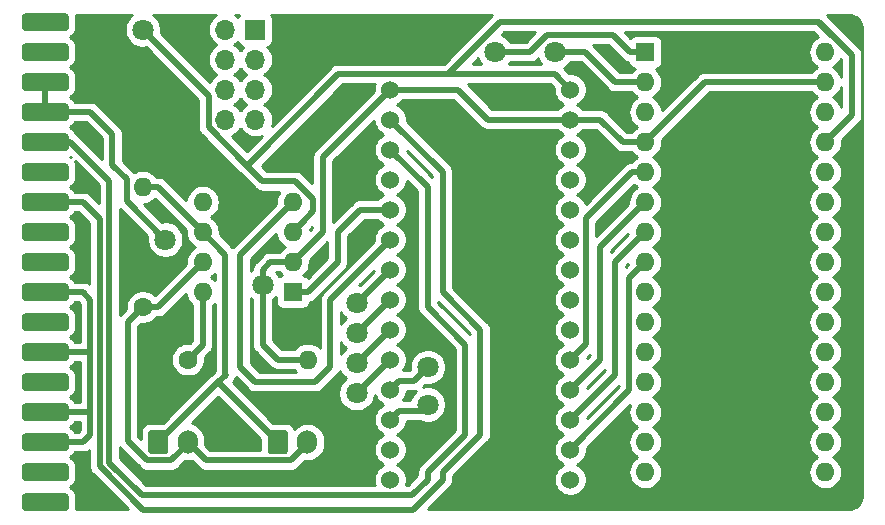
<source format=gbr>
G04 #@! TF.GenerationSoftware,KiCad,Pcbnew,(5.1.2)-2*
G04 #@! TF.CreationDate,2021-07-27T09:57:18+09:00*
G04 #@! TF.ProjectId,RIOboard,52494f62-6f61-4726-942e-6b696361645f,rev?*
G04 #@! TF.SameCoordinates,Original*
G04 #@! TF.FileFunction,Copper,L2,Bot*
G04 #@! TF.FilePolarity,Positive*
%FSLAX46Y46*%
G04 Gerber Fmt 4.6, Leading zero omitted, Abs format (unit mm)*
G04 Created by KiCad (PCBNEW (5.1.2)-2) date 2021-07-27 09:57:18*
%MOMM*%
%LPD*%
G04 APERTURE LIST*
%ADD10R,1.600000X1.600000*%
%ADD11O,1.600000X1.600000*%
%ADD12C,1.524000*%
%ADD13C,1.600000*%
%ADD14C,0.100000*%
%ADD15C,1.700000*%
%ADD16O,1.700000X2.000000*%
%ADD17R,1.700000X1.700000*%
%ADD18O,1.700000X1.700000*%
%ADD19C,1.500000*%
%ADD20C,1.800000*%
%ADD21C,0.500000*%
%ADD22C,0.254000*%
G04 APERTURE END LIST*
D10*
X53975000Y-156845000D03*
D11*
X46355000Y-149225000D03*
X53975000Y-154305000D03*
X46355000Y-151765000D03*
X53975000Y-151765000D03*
X46355000Y-154305000D03*
X53975000Y-149225000D03*
X46355000Y-156845000D03*
D12*
X62230000Y-139700000D03*
X62230000Y-142240000D03*
X62230000Y-144780000D03*
X62230000Y-147320000D03*
X62230000Y-149860000D03*
X62230000Y-152400000D03*
X62230000Y-154940000D03*
X62230000Y-157480000D03*
X62230000Y-160020000D03*
X62230000Y-162560000D03*
X62230000Y-165100000D03*
X62230000Y-167640000D03*
X62230000Y-170180000D03*
X62230000Y-172720000D03*
X77470000Y-172720000D03*
X77470000Y-170180000D03*
X77470000Y-167640000D03*
X77470000Y-165100000D03*
X77470000Y-162560000D03*
X77470000Y-160020000D03*
X77470000Y-157480000D03*
X77470000Y-154940000D03*
X77470000Y-152400000D03*
X77470000Y-149860000D03*
X77470000Y-147320000D03*
X77470000Y-144780000D03*
X77470000Y-142240000D03*
X77470000Y-139700000D03*
D13*
X41275000Y-158115000D03*
D11*
X41275000Y-147955000D03*
D13*
X45085000Y-162560000D03*
D11*
X55245000Y-162560000D03*
D14*
G36*
X43209504Y-168546204D02*
G01*
X43233773Y-168549804D01*
X43257571Y-168555765D01*
X43280671Y-168564030D01*
X43302849Y-168574520D01*
X43323893Y-168587133D01*
X43343598Y-168601747D01*
X43361777Y-168618223D01*
X43378253Y-168636402D01*
X43392867Y-168656107D01*
X43405480Y-168677151D01*
X43415970Y-168699329D01*
X43424235Y-168722429D01*
X43430196Y-168746227D01*
X43433796Y-168770496D01*
X43435000Y-168795000D01*
X43435000Y-170295000D01*
X43433796Y-170319504D01*
X43430196Y-170343773D01*
X43424235Y-170367571D01*
X43415970Y-170390671D01*
X43405480Y-170412849D01*
X43392867Y-170433893D01*
X43378253Y-170453598D01*
X43361777Y-170471777D01*
X43343598Y-170488253D01*
X43323893Y-170502867D01*
X43302849Y-170515480D01*
X43280671Y-170525970D01*
X43257571Y-170534235D01*
X43233773Y-170540196D01*
X43209504Y-170543796D01*
X43185000Y-170545000D01*
X41985000Y-170545000D01*
X41960496Y-170543796D01*
X41936227Y-170540196D01*
X41912429Y-170534235D01*
X41889329Y-170525970D01*
X41867151Y-170515480D01*
X41846107Y-170502867D01*
X41826402Y-170488253D01*
X41808223Y-170471777D01*
X41791747Y-170453598D01*
X41777133Y-170433893D01*
X41764520Y-170412849D01*
X41754030Y-170390671D01*
X41745765Y-170367571D01*
X41739804Y-170343773D01*
X41736204Y-170319504D01*
X41735000Y-170295000D01*
X41735000Y-168795000D01*
X41736204Y-168770496D01*
X41739804Y-168746227D01*
X41745765Y-168722429D01*
X41754030Y-168699329D01*
X41764520Y-168677151D01*
X41777133Y-168656107D01*
X41791747Y-168636402D01*
X41808223Y-168618223D01*
X41826402Y-168601747D01*
X41846107Y-168587133D01*
X41867151Y-168574520D01*
X41889329Y-168564030D01*
X41912429Y-168555765D01*
X41936227Y-168549804D01*
X41960496Y-168546204D01*
X41985000Y-168545000D01*
X43185000Y-168545000D01*
X43209504Y-168546204D01*
X43209504Y-168546204D01*
G37*
D15*
X42585000Y-169545000D03*
D16*
X45085000Y-169545000D03*
D14*
G36*
X53329504Y-168546204D02*
G01*
X53353773Y-168549804D01*
X53377571Y-168555765D01*
X53400671Y-168564030D01*
X53422849Y-168574520D01*
X53443893Y-168587133D01*
X53463598Y-168601747D01*
X53481777Y-168618223D01*
X53498253Y-168636402D01*
X53512867Y-168656107D01*
X53525480Y-168677151D01*
X53535970Y-168699329D01*
X53544235Y-168722429D01*
X53550196Y-168746227D01*
X53553796Y-168770496D01*
X53555000Y-168795000D01*
X53555000Y-170295000D01*
X53553796Y-170319504D01*
X53550196Y-170343773D01*
X53544235Y-170367571D01*
X53535970Y-170390671D01*
X53525480Y-170412849D01*
X53512867Y-170433893D01*
X53498253Y-170453598D01*
X53481777Y-170471777D01*
X53463598Y-170488253D01*
X53443893Y-170502867D01*
X53422849Y-170515480D01*
X53400671Y-170525970D01*
X53377571Y-170534235D01*
X53353773Y-170540196D01*
X53329504Y-170543796D01*
X53305000Y-170545000D01*
X52105000Y-170545000D01*
X52080496Y-170543796D01*
X52056227Y-170540196D01*
X52032429Y-170534235D01*
X52009329Y-170525970D01*
X51987151Y-170515480D01*
X51966107Y-170502867D01*
X51946402Y-170488253D01*
X51928223Y-170471777D01*
X51911747Y-170453598D01*
X51897133Y-170433893D01*
X51884520Y-170412849D01*
X51874030Y-170390671D01*
X51865765Y-170367571D01*
X51859804Y-170343773D01*
X51856204Y-170319504D01*
X51855000Y-170295000D01*
X51855000Y-168795000D01*
X51856204Y-168770496D01*
X51859804Y-168746227D01*
X51865765Y-168722429D01*
X51874030Y-168699329D01*
X51884520Y-168677151D01*
X51897133Y-168656107D01*
X51911747Y-168636402D01*
X51928223Y-168618223D01*
X51946402Y-168601747D01*
X51966107Y-168587133D01*
X51987151Y-168574520D01*
X52009329Y-168564030D01*
X52032429Y-168555765D01*
X52056227Y-168549804D01*
X52080496Y-168546204D01*
X52105000Y-168545000D01*
X53305000Y-168545000D01*
X53329504Y-168546204D01*
X53329504Y-168546204D01*
G37*
D15*
X52705000Y-169545000D03*
D16*
X55205000Y-169545000D03*
D17*
X50800000Y-134620000D03*
D18*
X48260000Y-134620000D03*
X50800000Y-137160000D03*
X48260000Y-137160000D03*
X50800000Y-139700000D03*
X48260000Y-139700000D03*
X50800000Y-142240000D03*
X48260000Y-142240000D03*
D14*
G36*
X34681756Y-133236806D02*
G01*
X34718159Y-133242206D01*
X34753857Y-133251147D01*
X34788506Y-133263545D01*
X34821774Y-133279280D01*
X34853339Y-133298199D01*
X34882897Y-133320121D01*
X34910165Y-133344835D01*
X34934879Y-133372103D01*
X34956801Y-133401661D01*
X34975720Y-133433226D01*
X34991455Y-133466494D01*
X35003853Y-133501143D01*
X35012794Y-133536841D01*
X35018194Y-133573244D01*
X35020000Y-133610000D01*
X35020000Y-134360000D01*
X35018194Y-134396756D01*
X35012794Y-134433159D01*
X35003853Y-134468857D01*
X34991455Y-134503506D01*
X34975720Y-134536774D01*
X34956801Y-134568339D01*
X34934879Y-134597897D01*
X34910165Y-134625165D01*
X34882897Y-134649879D01*
X34853339Y-134671801D01*
X34821774Y-134690720D01*
X34788506Y-134706455D01*
X34753857Y-134718853D01*
X34718159Y-134727794D01*
X34681756Y-134733194D01*
X34645000Y-134735000D01*
X31395000Y-134735000D01*
X31358244Y-134733194D01*
X31321841Y-134727794D01*
X31286143Y-134718853D01*
X31251494Y-134706455D01*
X31218226Y-134690720D01*
X31186661Y-134671801D01*
X31157103Y-134649879D01*
X31129835Y-134625165D01*
X31105121Y-134597897D01*
X31083199Y-134568339D01*
X31064280Y-134536774D01*
X31048545Y-134503506D01*
X31036147Y-134468857D01*
X31027206Y-134433159D01*
X31021806Y-134396756D01*
X31020000Y-134360000D01*
X31020000Y-133610000D01*
X31021806Y-133573244D01*
X31027206Y-133536841D01*
X31036147Y-133501143D01*
X31048545Y-133466494D01*
X31064280Y-133433226D01*
X31083199Y-133401661D01*
X31105121Y-133372103D01*
X31129835Y-133344835D01*
X31157103Y-133320121D01*
X31186661Y-133298199D01*
X31218226Y-133279280D01*
X31251494Y-133263545D01*
X31286143Y-133251147D01*
X31321841Y-133242206D01*
X31358244Y-133236806D01*
X31395000Y-133235000D01*
X34645000Y-133235000D01*
X34681756Y-133236806D01*
X34681756Y-133236806D01*
G37*
D19*
X33020000Y-133985000D03*
D14*
G36*
X34681756Y-135776806D02*
G01*
X34718159Y-135782206D01*
X34753857Y-135791147D01*
X34788506Y-135803545D01*
X34821774Y-135819280D01*
X34853339Y-135838199D01*
X34882897Y-135860121D01*
X34910165Y-135884835D01*
X34934879Y-135912103D01*
X34956801Y-135941661D01*
X34975720Y-135973226D01*
X34991455Y-136006494D01*
X35003853Y-136041143D01*
X35012794Y-136076841D01*
X35018194Y-136113244D01*
X35020000Y-136150000D01*
X35020000Y-136900000D01*
X35018194Y-136936756D01*
X35012794Y-136973159D01*
X35003853Y-137008857D01*
X34991455Y-137043506D01*
X34975720Y-137076774D01*
X34956801Y-137108339D01*
X34934879Y-137137897D01*
X34910165Y-137165165D01*
X34882897Y-137189879D01*
X34853339Y-137211801D01*
X34821774Y-137230720D01*
X34788506Y-137246455D01*
X34753857Y-137258853D01*
X34718159Y-137267794D01*
X34681756Y-137273194D01*
X34645000Y-137275000D01*
X31395000Y-137275000D01*
X31358244Y-137273194D01*
X31321841Y-137267794D01*
X31286143Y-137258853D01*
X31251494Y-137246455D01*
X31218226Y-137230720D01*
X31186661Y-137211801D01*
X31157103Y-137189879D01*
X31129835Y-137165165D01*
X31105121Y-137137897D01*
X31083199Y-137108339D01*
X31064280Y-137076774D01*
X31048545Y-137043506D01*
X31036147Y-137008857D01*
X31027206Y-136973159D01*
X31021806Y-136936756D01*
X31020000Y-136900000D01*
X31020000Y-136150000D01*
X31021806Y-136113244D01*
X31027206Y-136076841D01*
X31036147Y-136041143D01*
X31048545Y-136006494D01*
X31064280Y-135973226D01*
X31083199Y-135941661D01*
X31105121Y-135912103D01*
X31129835Y-135884835D01*
X31157103Y-135860121D01*
X31186661Y-135838199D01*
X31218226Y-135819280D01*
X31251494Y-135803545D01*
X31286143Y-135791147D01*
X31321841Y-135782206D01*
X31358244Y-135776806D01*
X31395000Y-135775000D01*
X34645000Y-135775000D01*
X34681756Y-135776806D01*
X34681756Y-135776806D01*
G37*
D19*
X33020000Y-136525000D03*
D14*
G36*
X34681756Y-138316806D02*
G01*
X34718159Y-138322206D01*
X34753857Y-138331147D01*
X34788506Y-138343545D01*
X34821774Y-138359280D01*
X34853339Y-138378199D01*
X34882897Y-138400121D01*
X34910165Y-138424835D01*
X34934879Y-138452103D01*
X34956801Y-138481661D01*
X34975720Y-138513226D01*
X34991455Y-138546494D01*
X35003853Y-138581143D01*
X35012794Y-138616841D01*
X35018194Y-138653244D01*
X35020000Y-138690000D01*
X35020000Y-139440000D01*
X35018194Y-139476756D01*
X35012794Y-139513159D01*
X35003853Y-139548857D01*
X34991455Y-139583506D01*
X34975720Y-139616774D01*
X34956801Y-139648339D01*
X34934879Y-139677897D01*
X34910165Y-139705165D01*
X34882897Y-139729879D01*
X34853339Y-139751801D01*
X34821774Y-139770720D01*
X34788506Y-139786455D01*
X34753857Y-139798853D01*
X34718159Y-139807794D01*
X34681756Y-139813194D01*
X34645000Y-139815000D01*
X31395000Y-139815000D01*
X31358244Y-139813194D01*
X31321841Y-139807794D01*
X31286143Y-139798853D01*
X31251494Y-139786455D01*
X31218226Y-139770720D01*
X31186661Y-139751801D01*
X31157103Y-139729879D01*
X31129835Y-139705165D01*
X31105121Y-139677897D01*
X31083199Y-139648339D01*
X31064280Y-139616774D01*
X31048545Y-139583506D01*
X31036147Y-139548857D01*
X31027206Y-139513159D01*
X31021806Y-139476756D01*
X31020000Y-139440000D01*
X31020000Y-138690000D01*
X31021806Y-138653244D01*
X31027206Y-138616841D01*
X31036147Y-138581143D01*
X31048545Y-138546494D01*
X31064280Y-138513226D01*
X31083199Y-138481661D01*
X31105121Y-138452103D01*
X31129835Y-138424835D01*
X31157103Y-138400121D01*
X31186661Y-138378199D01*
X31218226Y-138359280D01*
X31251494Y-138343545D01*
X31286143Y-138331147D01*
X31321841Y-138322206D01*
X31358244Y-138316806D01*
X31395000Y-138315000D01*
X34645000Y-138315000D01*
X34681756Y-138316806D01*
X34681756Y-138316806D01*
G37*
D19*
X33020000Y-139065000D03*
D14*
G36*
X34681756Y-140856806D02*
G01*
X34718159Y-140862206D01*
X34753857Y-140871147D01*
X34788506Y-140883545D01*
X34821774Y-140899280D01*
X34853339Y-140918199D01*
X34882897Y-140940121D01*
X34910165Y-140964835D01*
X34934879Y-140992103D01*
X34956801Y-141021661D01*
X34975720Y-141053226D01*
X34991455Y-141086494D01*
X35003853Y-141121143D01*
X35012794Y-141156841D01*
X35018194Y-141193244D01*
X35020000Y-141230000D01*
X35020000Y-141980000D01*
X35018194Y-142016756D01*
X35012794Y-142053159D01*
X35003853Y-142088857D01*
X34991455Y-142123506D01*
X34975720Y-142156774D01*
X34956801Y-142188339D01*
X34934879Y-142217897D01*
X34910165Y-142245165D01*
X34882897Y-142269879D01*
X34853339Y-142291801D01*
X34821774Y-142310720D01*
X34788506Y-142326455D01*
X34753857Y-142338853D01*
X34718159Y-142347794D01*
X34681756Y-142353194D01*
X34645000Y-142355000D01*
X31395000Y-142355000D01*
X31358244Y-142353194D01*
X31321841Y-142347794D01*
X31286143Y-142338853D01*
X31251494Y-142326455D01*
X31218226Y-142310720D01*
X31186661Y-142291801D01*
X31157103Y-142269879D01*
X31129835Y-142245165D01*
X31105121Y-142217897D01*
X31083199Y-142188339D01*
X31064280Y-142156774D01*
X31048545Y-142123506D01*
X31036147Y-142088857D01*
X31027206Y-142053159D01*
X31021806Y-142016756D01*
X31020000Y-141980000D01*
X31020000Y-141230000D01*
X31021806Y-141193244D01*
X31027206Y-141156841D01*
X31036147Y-141121143D01*
X31048545Y-141086494D01*
X31064280Y-141053226D01*
X31083199Y-141021661D01*
X31105121Y-140992103D01*
X31129835Y-140964835D01*
X31157103Y-140940121D01*
X31186661Y-140918199D01*
X31218226Y-140899280D01*
X31251494Y-140883545D01*
X31286143Y-140871147D01*
X31321841Y-140862206D01*
X31358244Y-140856806D01*
X31395000Y-140855000D01*
X34645000Y-140855000D01*
X34681756Y-140856806D01*
X34681756Y-140856806D01*
G37*
D19*
X33020000Y-141605000D03*
D14*
G36*
X34681756Y-143396806D02*
G01*
X34718159Y-143402206D01*
X34753857Y-143411147D01*
X34788506Y-143423545D01*
X34821774Y-143439280D01*
X34853339Y-143458199D01*
X34882897Y-143480121D01*
X34910165Y-143504835D01*
X34934879Y-143532103D01*
X34956801Y-143561661D01*
X34975720Y-143593226D01*
X34991455Y-143626494D01*
X35003853Y-143661143D01*
X35012794Y-143696841D01*
X35018194Y-143733244D01*
X35020000Y-143770000D01*
X35020000Y-144520000D01*
X35018194Y-144556756D01*
X35012794Y-144593159D01*
X35003853Y-144628857D01*
X34991455Y-144663506D01*
X34975720Y-144696774D01*
X34956801Y-144728339D01*
X34934879Y-144757897D01*
X34910165Y-144785165D01*
X34882897Y-144809879D01*
X34853339Y-144831801D01*
X34821774Y-144850720D01*
X34788506Y-144866455D01*
X34753857Y-144878853D01*
X34718159Y-144887794D01*
X34681756Y-144893194D01*
X34645000Y-144895000D01*
X31395000Y-144895000D01*
X31358244Y-144893194D01*
X31321841Y-144887794D01*
X31286143Y-144878853D01*
X31251494Y-144866455D01*
X31218226Y-144850720D01*
X31186661Y-144831801D01*
X31157103Y-144809879D01*
X31129835Y-144785165D01*
X31105121Y-144757897D01*
X31083199Y-144728339D01*
X31064280Y-144696774D01*
X31048545Y-144663506D01*
X31036147Y-144628857D01*
X31027206Y-144593159D01*
X31021806Y-144556756D01*
X31020000Y-144520000D01*
X31020000Y-143770000D01*
X31021806Y-143733244D01*
X31027206Y-143696841D01*
X31036147Y-143661143D01*
X31048545Y-143626494D01*
X31064280Y-143593226D01*
X31083199Y-143561661D01*
X31105121Y-143532103D01*
X31129835Y-143504835D01*
X31157103Y-143480121D01*
X31186661Y-143458199D01*
X31218226Y-143439280D01*
X31251494Y-143423545D01*
X31286143Y-143411147D01*
X31321841Y-143402206D01*
X31358244Y-143396806D01*
X31395000Y-143395000D01*
X34645000Y-143395000D01*
X34681756Y-143396806D01*
X34681756Y-143396806D01*
G37*
D19*
X33020000Y-144145000D03*
D14*
G36*
X34681756Y-145936806D02*
G01*
X34718159Y-145942206D01*
X34753857Y-145951147D01*
X34788506Y-145963545D01*
X34821774Y-145979280D01*
X34853339Y-145998199D01*
X34882897Y-146020121D01*
X34910165Y-146044835D01*
X34934879Y-146072103D01*
X34956801Y-146101661D01*
X34975720Y-146133226D01*
X34991455Y-146166494D01*
X35003853Y-146201143D01*
X35012794Y-146236841D01*
X35018194Y-146273244D01*
X35020000Y-146310000D01*
X35020000Y-147060000D01*
X35018194Y-147096756D01*
X35012794Y-147133159D01*
X35003853Y-147168857D01*
X34991455Y-147203506D01*
X34975720Y-147236774D01*
X34956801Y-147268339D01*
X34934879Y-147297897D01*
X34910165Y-147325165D01*
X34882897Y-147349879D01*
X34853339Y-147371801D01*
X34821774Y-147390720D01*
X34788506Y-147406455D01*
X34753857Y-147418853D01*
X34718159Y-147427794D01*
X34681756Y-147433194D01*
X34645000Y-147435000D01*
X31395000Y-147435000D01*
X31358244Y-147433194D01*
X31321841Y-147427794D01*
X31286143Y-147418853D01*
X31251494Y-147406455D01*
X31218226Y-147390720D01*
X31186661Y-147371801D01*
X31157103Y-147349879D01*
X31129835Y-147325165D01*
X31105121Y-147297897D01*
X31083199Y-147268339D01*
X31064280Y-147236774D01*
X31048545Y-147203506D01*
X31036147Y-147168857D01*
X31027206Y-147133159D01*
X31021806Y-147096756D01*
X31020000Y-147060000D01*
X31020000Y-146310000D01*
X31021806Y-146273244D01*
X31027206Y-146236841D01*
X31036147Y-146201143D01*
X31048545Y-146166494D01*
X31064280Y-146133226D01*
X31083199Y-146101661D01*
X31105121Y-146072103D01*
X31129835Y-146044835D01*
X31157103Y-146020121D01*
X31186661Y-145998199D01*
X31218226Y-145979280D01*
X31251494Y-145963545D01*
X31286143Y-145951147D01*
X31321841Y-145942206D01*
X31358244Y-145936806D01*
X31395000Y-145935000D01*
X34645000Y-145935000D01*
X34681756Y-145936806D01*
X34681756Y-145936806D01*
G37*
D19*
X33020000Y-146685000D03*
D14*
G36*
X34681756Y-148476806D02*
G01*
X34718159Y-148482206D01*
X34753857Y-148491147D01*
X34788506Y-148503545D01*
X34821774Y-148519280D01*
X34853339Y-148538199D01*
X34882897Y-148560121D01*
X34910165Y-148584835D01*
X34934879Y-148612103D01*
X34956801Y-148641661D01*
X34975720Y-148673226D01*
X34991455Y-148706494D01*
X35003853Y-148741143D01*
X35012794Y-148776841D01*
X35018194Y-148813244D01*
X35020000Y-148850000D01*
X35020000Y-149600000D01*
X35018194Y-149636756D01*
X35012794Y-149673159D01*
X35003853Y-149708857D01*
X34991455Y-149743506D01*
X34975720Y-149776774D01*
X34956801Y-149808339D01*
X34934879Y-149837897D01*
X34910165Y-149865165D01*
X34882897Y-149889879D01*
X34853339Y-149911801D01*
X34821774Y-149930720D01*
X34788506Y-149946455D01*
X34753857Y-149958853D01*
X34718159Y-149967794D01*
X34681756Y-149973194D01*
X34645000Y-149975000D01*
X31395000Y-149975000D01*
X31358244Y-149973194D01*
X31321841Y-149967794D01*
X31286143Y-149958853D01*
X31251494Y-149946455D01*
X31218226Y-149930720D01*
X31186661Y-149911801D01*
X31157103Y-149889879D01*
X31129835Y-149865165D01*
X31105121Y-149837897D01*
X31083199Y-149808339D01*
X31064280Y-149776774D01*
X31048545Y-149743506D01*
X31036147Y-149708857D01*
X31027206Y-149673159D01*
X31021806Y-149636756D01*
X31020000Y-149600000D01*
X31020000Y-148850000D01*
X31021806Y-148813244D01*
X31027206Y-148776841D01*
X31036147Y-148741143D01*
X31048545Y-148706494D01*
X31064280Y-148673226D01*
X31083199Y-148641661D01*
X31105121Y-148612103D01*
X31129835Y-148584835D01*
X31157103Y-148560121D01*
X31186661Y-148538199D01*
X31218226Y-148519280D01*
X31251494Y-148503545D01*
X31286143Y-148491147D01*
X31321841Y-148482206D01*
X31358244Y-148476806D01*
X31395000Y-148475000D01*
X34645000Y-148475000D01*
X34681756Y-148476806D01*
X34681756Y-148476806D01*
G37*
D19*
X33020000Y-149225000D03*
D14*
G36*
X34681756Y-151016806D02*
G01*
X34718159Y-151022206D01*
X34753857Y-151031147D01*
X34788506Y-151043545D01*
X34821774Y-151059280D01*
X34853339Y-151078199D01*
X34882897Y-151100121D01*
X34910165Y-151124835D01*
X34934879Y-151152103D01*
X34956801Y-151181661D01*
X34975720Y-151213226D01*
X34991455Y-151246494D01*
X35003853Y-151281143D01*
X35012794Y-151316841D01*
X35018194Y-151353244D01*
X35020000Y-151390000D01*
X35020000Y-152140000D01*
X35018194Y-152176756D01*
X35012794Y-152213159D01*
X35003853Y-152248857D01*
X34991455Y-152283506D01*
X34975720Y-152316774D01*
X34956801Y-152348339D01*
X34934879Y-152377897D01*
X34910165Y-152405165D01*
X34882897Y-152429879D01*
X34853339Y-152451801D01*
X34821774Y-152470720D01*
X34788506Y-152486455D01*
X34753857Y-152498853D01*
X34718159Y-152507794D01*
X34681756Y-152513194D01*
X34645000Y-152515000D01*
X31395000Y-152515000D01*
X31358244Y-152513194D01*
X31321841Y-152507794D01*
X31286143Y-152498853D01*
X31251494Y-152486455D01*
X31218226Y-152470720D01*
X31186661Y-152451801D01*
X31157103Y-152429879D01*
X31129835Y-152405165D01*
X31105121Y-152377897D01*
X31083199Y-152348339D01*
X31064280Y-152316774D01*
X31048545Y-152283506D01*
X31036147Y-152248857D01*
X31027206Y-152213159D01*
X31021806Y-152176756D01*
X31020000Y-152140000D01*
X31020000Y-151390000D01*
X31021806Y-151353244D01*
X31027206Y-151316841D01*
X31036147Y-151281143D01*
X31048545Y-151246494D01*
X31064280Y-151213226D01*
X31083199Y-151181661D01*
X31105121Y-151152103D01*
X31129835Y-151124835D01*
X31157103Y-151100121D01*
X31186661Y-151078199D01*
X31218226Y-151059280D01*
X31251494Y-151043545D01*
X31286143Y-151031147D01*
X31321841Y-151022206D01*
X31358244Y-151016806D01*
X31395000Y-151015000D01*
X34645000Y-151015000D01*
X34681756Y-151016806D01*
X34681756Y-151016806D01*
G37*
D19*
X33020000Y-151765000D03*
D14*
G36*
X34681756Y-153556806D02*
G01*
X34718159Y-153562206D01*
X34753857Y-153571147D01*
X34788506Y-153583545D01*
X34821774Y-153599280D01*
X34853339Y-153618199D01*
X34882897Y-153640121D01*
X34910165Y-153664835D01*
X34934879Y-153692103D01*
X34956801Y-153721661D01*
X34975720Y-153753226D01*
X34991455Y-153786494D01*
X35003853Y-153821143D01*
X35012794Y-153856841D01*
X35018194Y-153893244D01*
X35020000Y-153930000D01*
X35020000Y-154680000D01*
X35018194Y-154716756D01*
X35012794Y-154753159D01*
X35003853Y-154788857D01*
X34991455Y-154823506D01*
X34975720Y-154856774D01*
X34956801Y-154888339D01*
X34934879Y-154917897D01*
X34910165Y-154945165D01*
X34882897Y-154969879D01*
X34853339Y-154991801D01*
X34821774Y-155010720D01*
X34788506Y-155026455D01*
X34753857Y-155038853D01*
X34718159Y-155047794D01*
X34681756Y-155053194D01*
X34645000Y-155055000D01*
X31395000Y-155055000D01*
X31358244Y-155053194D01*
X31321841Y-155047794D01*
X31286143Y-155038853D01*
X31251494Y-155026455D01*
X31218226Y-155010720D01*
X31186661Y-154991801D01*
X31157103Y-154969879D01*
X31129835Y-154945165D01*
X31105121Y-154917897D01*
X31083199Y-154888339D01*
X31064280Y-154856774D01*
X31048545Y-154823506D01*
X31036147Y-154788857D01*
X31027206Y-154753159D01*
X31021806Y-154716756D01*
X31020000Y-154680000D01*
X31020000Y-153930000D01*
X31021806Y-153893244D01*
X31027206Y-153856841D01*
X31036147Y-153821143D01*
X31048545Y-153786494D01*
X31064280Y-153753226D01*
X31083199Y-153721661D01*
X31105121Y-153692103D01*
X31129835Y-153664835D01*
X31157103Y-153640121D01*
X31186661Y-153618199D01*
X31218226Y-153599280D01*
X31251494Y-153583545D01*
X31286143Y-153571147D01*
X31321841Y-153562206D01*
X31358244Y-153556806D01*
X31395000Y-153555000D01*
X34645000Y-153555000D01*
X34681756Y-153556806D01*
X34681756Y-153556806D01*
G37*
D19*
X33020000Y-154305000D03*
D14*
G36*
X34681756Y-156096806D02*
G01*
X34718159Y-156102206D01*
X34753857Y-156111147D01*
X34788506Y-156123545D01*
X34821774Y-156139280D01*
X34853339Y-156158199D01*
X34882897Y-156180121D01*
X34910165Y-156204835D01*
X34934879Y-156232103D01*
X34956801Y-156261661D01*
X34975720Y-156293226D01*
X34991455Y-156326494D01*
X35003853Y-156361143D01*
X35012794Y-156396841D01*
X35018194Y-156433244D01*
X35020000Y-156470000D01*
X35020000Y-157220000D01*
X35018194Y-157256756D01*
X35012794Y-157293159D01*
X35003853Y-157328857D01*
X34991455Y-157363506D01*
X34975720Y-157396774D01*
X34956801Y-157428339D01*
X34934879Y-157457897D01*
X34910165Y-157485165D01*
X34882897Y-157509879D01*
X34853339Y-157531801D01*
X34821774Y-157550720D01*
X34788506Y-157566455D01*
X34753857Y-157578853D01*
X34718159Y-157587794D01*
X34681756Y-157593194D01*
X34645000Y-157595000D01*
X31395000Y-157595000D01*
X31358244Y-157593194D01*
X31321841Y-157587794D01*
X31286143Y-157578853D01*
X31251494Y-157566455D01*
X31218226Y-157550720D01*
X31186661Y-157531801D01*
X31157103Y-157509879D01*
X31129835Y-157485165D01*
X31105121Y-157457897D01*
X31083199Y-157428339D01*
X31064280Y-157396774D01*
X31048545Y-157363506D01*
X31036147Y-157328857D01*
X31027206Y-157293159D01*
X31021806Y-157256756D01*
X31020000Y-157220000D01*
X31020000Y-156470000D01*
X31021806Y-156433244D01*
X31027206Y-156396841D01*
X31036147Y-156361143D01*
X31048545Y-156326494D01*
X31064280Y-156293226D01*
X31083199Y-156261661D01*
X31105121Y-156232103D01*
X31129835Y-156204835D01*
X31157103Y-156180121D01*
X31186661Y-156158199D01*
X31218226Y-156139280D01*
X31251494Y-156123545D01*
X31286143Y-156111147D01*
X31321841Y-156102206D01*
X31358244Y-156096806D01*
X31395000Y-156095000D01*
X34645000Y-156095000D01*
X34681756Y-156096806D01*
X34681756Y-156096806D01*
G37*
D19*
X33020000Y-156845000D03*
D14*
G36*
X34681756Y-158636806D02*
G01*
X34718159Y-158642206D01*
X34753857Y-158651147D01*
X34788506Y-158663545D01*
X34821774Y-158679280D01*
X34853339Y-158698199D01*
X34882897Y-158720121D01*
X34910165Y-158744835D01*
X34934879Y-158772103D01*
X34956801Y-158801661D01*
X34975720Y-158833226D01*
X34991455Y-158866494D01*
X35003853Y-158901143D01*
X35012794Y-158936841D01*
X35018194Y-158973244D01*
X35020000Y-159010000D01*
X35020000Y-159760000D01*
X35018194Y-159796756D01*
X35012794Y-159833159D01*
X35003853Y-159868857D01*
X34991455Y-159903506D01*
X34975720Y-159936774D01*
X34956801Y-159968339D01*
X34934879Y-159997897D01*
X34910165Y-160025165D01*
X34882897Y-160049879D01*
X34853339Y-160071801D01*
X34821774Y-160090720D01*
X34788506Y-160106455D01*
X34753857Y-160118853D01*
X34718159Y-160127794D01*
X34681756Y-160133194D01*
X34645000Y-160135000D01*
X31395000Y-160135000D01*
X31358244Y-160133194D01*
X31321841Y-160127794D01*
X31286143Y-160118853D01*
X31251494Y-160106455D01*
X31218226Y-160090720D01*
X31186661Y-160071801D01*
X31157103Y-160049879D01*
X31129835Y-160025165D01*
X31105121Y-159997897D01*
X31083199Y-159968339D01*
X31064280Y-159936774D01*
X31048545Y-159903506D01*
X31036147Y-159868857D01*
X31027206Y-159833159D01*
X31021806Y-159796756D01*
X31020000Y-159760000D01*
X31020000Y-159010000D01*
X31021806Y-158973244D01*
X31027206Y-158936841D01*
X31036147Y-158901143D01*
X31048545Y-158866494D01*
X31064280Y-158833226D01*
X31083199Y-158801661D01*
X31105121Y-158772103D01*
X31129835Y-158744835D01*
X31157103Y-158720121D01*
X31186661Y-158698199D01*
X31218226Y-158679280D01*
X31251494Y-158663545D01*
X31286143Y-158651147D01*
X31321841Y-158642206D01*
X31358244Y-158636806D01*
X31395000Y-158635000D01*
X34645000Y-158635000D01*
X34681756Y-158636806D01*
X34681756Y-158636806D01*
G37*
D19*
X33020000Y-159385000D03*
D14*
G36*
X34681756Y-161176806D02*
G01*
X34718159Y-161182206D01*
X34753857Y-161191147D01*
X34788506Y-161203545D01*
X34821774Y-161219280D01*
X34853339Y-161238199D01*
X34882897Y-161260121D01*
X34910165Y-161284835D01*
X34934879Y-161312103D01*
X34956801Y-161341661D01*
X34975720Y-161373226D01*
X34991455Y-161406494D01*
X35003853Y-161441143D01*
X35012794Y-161476841D01*
X35018194Y-161513244D01*
X35020000Y-161550000D01*
X35020000Y-162300000D01*
X35018194Y-162336756D01*
X35012794Y-162373159D01*
X35003853Y-162408857D01*
X34991455Y-162443506D01*
X34975720Y-162476774D01*
X34956801Y-162508339D01*
X34934879Y-162537897D01*
X34910165Y-162565165D01*
X34882897Y-162589879D01*
X34853339Y-162611801D01*
X34821774Y-162630720D01*
X34788506Y-162646455D01*
X34753857Y-162658853D01*
X34718159Y-162667794D01*
X34681756Y-162673194D01*
X34645000Y-162675000D01*
X31395000Y-162675000D01*
X31358244Y-162673194D01*
X31321841Y-162667794D01*
X31286143Y-162658853D01*
X31251494Y-162646455D01*
X31218226Y-162630720D01*
X31186661Y-162611801D01*
X31157103Y-162589879D01*
X31129835Y-162565165D01*
X31105121Y-162537897D01*
X31083199Y-162508339D01*
X31064280Y-162476774D01*
X31048545Y-162443506D01*
X31036147Y-162408857D01*
X31027206Y-162373159D01*
X31021806Y-162336756D01*
X31020000Y-162300000D01*
X31020000Y-161550000D01*
X31021806Y-161513244D01*
X31027206Y-161476841D01*
X31036147Y-161441143D01*
X31048545Y-161406494D01*
X31064280Y-161373226D01*
X31083199Y-161341661D01*
X31105121Y-161312103D01*
X31129835Y-161284835D01*
X31157103Y-161260121D01*
X31186661Y-161238199D01*
X31218226Y-161219280D01*
X31251494Y-161203545D01*
X31286143Y-161191147D01*
X31321841Y-161182206D01*
X31358244Y-161176806D01*
X31395000Y-161175000D01*
X34645000Y-161175000D01*
X34681756Y-161176806D01*
X34681756Y-161176806D01*
G37*
D19*
X33020000Y-161925000D03*
D14*
G36*
X34681756Y-163716806D02*
G01*
X34718159Y-163722206D01*
X34753857Y-163731147D01*
X34788506Y-163743545D01*
X34821774Y-163759280D01*
X34853339Y-163778199D01*
X34882897Y-163800121D01*
X34910165Y-163824835D01*
X34934879Y-163852103D01*
X34956801Y-163881661D01*
X34975720Y-163913226D01*
X34991455Y-163946494D01*
X35003853Y-163981143D01*
X35012794Y-164016841D01*
X35018194Y-164053244D01*
X35020000Y-164090000D01*
X35020000Y-164840000D01*
X35018194Y-164876756D01*
X35012794Y-164913159D01*
X35003853Y-164948857D01*
X34991455Y-164983506D01*
X34975720Y-165016774D01*
X34956801Y-165048339D01*
X34934879Y-165077897D01*
X34910165Y-165105165D01*
X34882897Y-165129879D01*
X34853339Y-165151801D01*
X34821774Y-165170720D01*
X34788506Y-165186455D01*
X34753857Y-165198853D01*
X34718159Y-165207794D01*
X34681756Y-165213194D01*
X34645000Y-165215000D01*
X31395000Y-165215000D01*
X31358244Y-165213194D01*
X31321841Y-165207794D01*
X31286143Y-165198853D01*
X31251494Y-165186455D01*
X31218226Y-165170720D01*
X31186661Y-165151801D01*
X31157103Y-165129879D01*
X31129835Y-165105165D01*
X31105121Y-165077897D01*
X31083199Y-165048339D01*
X31064280Y-165016774D01*
X31048545Y-164983506D01*
X31036147Y-164948857D01*
X31027206Y-164913159D01*
X31021806Y-164876756D01*
X31020000Y-164840000D01*
X31020000Y-164090000D01*
X31021806Y-164053244D01*
X31027206Y-164016841D01*
X31036147Y-163981143D01*
X31048545Y-163946494D01*
X31064280Y-163913226D01*
X31083199Y-163881661D01*
X31105121Y-163852103D01*
X31129835Y-163824835D01*
X31157103Y-163800121D01*
X31186661Y-163778199D01*
X31218226Y-163759280D01*
X31251494Y-163743545D01*
X31286143Y-163731147D01*
X31321841Y-163722206D01*
X31358244Y-163716806D01*
X31395000Y-163715000D01*
X34645000Y-163715000D01*
X34681756Y-163716806D01*
X34681756Y-163716806D01*
G37*
D19*
X33020000Y-164465000D03*
D14*
G36*
X34681756Y-166256806D02*
G01*
X34718159Y-166262206D01*
X34753857Y-166271147D01*
X34788506Y-166283545D01*
X34821774Y-166299280D01*
X34853339Y-166318199D01*
X34882897Y-166340121D01*
X34910165Y-166364835D01*
X34934879Y-166392103D01*
X34956801Y-166421661D01*
X34975720Y-166453226D01*
X34991455Y-166486494D01*
X35003853Y-166521143D01*
X35012794Y-166556841D01*
X35018194Y-166593244D01*
X35020000Y-166630000D01*
X35020000Y-167380000D01*
X35018194Y-167416756D01*
X35012794Y-167453159D01*
X35003853Y-167488857D01*
X34991455Y-167523506D01*
X34975720Y-167556774D01*
X34956801Y-167588339D01*
X34934879Y-167617897D01*
X34910165Y-167645165D01*
X34882897Y-167669879D01*
X34853339Y-167691801D01*
X34821774Y-167710720D01*
X34788506Y-167726455D01*
X34753857Y-167738853D01*
X34718159Y-167747794D01*
X34681756Y-167753194D01*
X34645000Y-167755000D01*
X31395000Y-167755000D01*
X31358244Y-167753194D01*
X31321841Y-167747794D01*
X31286143Y-167738853D01*
X31251494Y-167726455D01*
X31218226Y-167710720D01*
X31186661Y-167691801D01*
X31157103Y-167669879D01*
X31129835Y-167645165D01*
X31105121Y-167617897D01*
X31083199Y-167588339D01*
X31064280Y-167556774D01*
X31048545Y-167523506D01*
X31036147Y-167488857D01*
X31027206Y-167453159D01*
X31021806Y-167416756D01*
X31020000Y-167380000D01*
X31020000Y-166630000D01*
X31021806Y-166593244D01*
X31027206Y-166556841D01*
X31036147Y-166521143D01*
X31048545Y-166486494D01*
X31064280Y-166453226D01*
X31083199Y-166421661D01*
X31105121Y-166392103D01*
X31129835Y-166364835D01*
X31157103Y-166340121D01*
X31186661Y-166318199D01*
X31218226Y-166299280D01*
X31251494Y-166283545D01*
X31286143Y-166271147D01*
X31321841Y-166262206D01*
X31358244Y-166256806D01*
X31395000Y-166255000D01*
X34645000Y-166255000D01*
X34681756Y-166256806D01*
X34681756Y-166256806D01*
G37*
D19*
X33020000Y-167005000D03*
D14*
G36*
X34681756Y-168796806D02*
G01*
X34718159Y-168802206D01*
X34753857Y-168811147D01*
X34788506Y-168823545D01*
X34821774Y-168839280D01*
X34853339Y-168858199D01*
X34882897Y-168880121D01*
X34910165Y-168904835D01*
X34934879Y-168932103D01*
X34956801Y-168961661D01*
X34975720Y-168993226D01*
X34991455Y-169026494D01*
X35003853Y-169061143D01*
X35012794Y-169096841D01*
X35018194Y-169133244D01*
X35020000Y-169170000D01*
X35020000Y-169920000D01*
X35018194Y-169956756D01*
X35012794Y-169993159D01*
X35003853Y-170028857D01*
X34991455Y-170063506D01*
X34975720Y-170096774D01*
X34956801Y-170128339D01*
X34934879Y-170157897D01*
X34910165Y-170185165D01*
X34882897Y-170209879D01*
X34853339Y-170231801D01*
X34821774Y-170250720D01*
X34788506Y-170266455D01*
X34753857Y-170278853D01*
X34718159Y-170287794D01*
X34681756Y-170293194D01*
X34645000Y-170295000D01*
X31395000Y-170295000D01*
X31358244Y-170293194D01*
X31321841Y-170287794D01*
X31286143Y-170278853D01*
X31251494Y-170266455D01*
X31218226Y-170250720D01*
X31186661Y-170231801D01*
X31157103Y-170209879D01*
X31129835Y-170185165D01*
X31105121Y-170157897D01*
X31083199Y-170128339D01*
X31064280Y-170096774D01*
X31048545Y-170063506D01*
X31036147Y-170028857D01*
X31027206Y-169993159D01*
X31021806Y-169956756D01*
X31020000Y-169920000D01*
X31020000Y-169170000D01*
X31021806Y-169133244D01*
X31027206Y-169096841D01*
X31036147Y-169061143D01*
X31048545Y-169026494D01*
X31064280Y-168993226D01*
X31083199Y-168961661D01*
X31105121Y-168932103D01*
X31129835Y-168904835D01*
X31157103Y-168880121D01*
X31186661Y-168858199D01*
X31218226Y-168839280D01*
X31251494Y-168823545D01*
X31286143Y-168811147D01*
X31321841Y-168802206D01*
X31358244Y-168796806D01*
X31395000Y-168795000D01*
X34645000Y-168795000D01*
X34681756Y-168796806D01*
X34681756Y-168796806D01*
G37*
D19*
X33020000Y-169545000D03*
D14*
G36*
X34681756Y-171336806D02*
G01*
X34718159Y-171342206D01*
X34753857Y-171351147D01*
X34788506Y-171363545D01*
X34821774Y-171379280D01*
X34853339Y-171398199D01*
X34882897Y-171420121D01*
X34910165Y-171444835D01*
X34934879Y-171472103D01*
X34956801Y-171501661D01*
X34975720Y-171533226D01*
X34991455Y-171566494D01*
X35003853Y-171601143D01*
X35012794Y-171636841D01*
X35018194Y-171673244D01*
X35020000Y-171710000D01*
X35020000Y-172460000D01*
X35018194Y-172496756D01*
X35012794Y-172533159D01*
X35003853Y-172568857D01*
X34991455Y-172603506D01*
X34975720Y-172636774D01*
X34956801Y-172668339D01*
X34934879Y-172697897D01*
X34910165Y-172725165D01*
X34882897Y-172749879D01*
X34853339Y-172771801D01*
X34821774Y-172790720D01*
X34788506Y-172806455D01*
X34753857Y-172818853D01*
X34718159Y-172827794D01*
X34681756Y-172833194D01*
X34645000Y-172835000D01*
X31395000Y-172835000D01*
X31358244Y-172833194D01*
X31321841Y-172827794D01*
X31286143Y-172818853D01*
X31251494Y-172806455D01*
X31218226Y-172790720D01*
X31186661Y-172771801D01*
X31157103Y-172749879D01*
X31129835Y-172725165D01*
X31105121Y-172697897D01*
X31083199Y-172668339D01*
X31064280Y-172636774D01*
X31048545Y-172603506D01*
X31036147Y-172568857D01*
X31027206Y-172533159D01*
X31021806Y-172496756D01*
X31020000Y-172460000D01*
X31020000Y-171710000D01*
X31021806Y-171673244D01*
X31027206Y-171636841D01*
X31036147Y-171601143D01*
X31048545Y-171566494D01*
X31064280Y-171533226D01*
X31083199Y-171501661D01*
X31105121Y-171472103D01*
X31129835Y-171444835D01*
X31157103Y-171420121D01*
X31186661Y-171398199D01*
X31218226Y-171379280D01*
X31251494Y-171363545D01*
X31286143Y-171351147D01*
X31321841Y-171342206D01*
X31358244Y-171336806D01*
X31395000Y-171335000D01*
X34645000Y-171335000D01*
X34681756Y-171336806D01*
X34681756Y-171336806D01*
G37*
D19*
X33020000Y-172085000D03*
D14*
G36*
X34681756Y-173876806D02*
G01*
X34718159Y-173882206D01*
X34753857Y-173891147D01*
X34788506Y-173903545D01*
X34821774Y-173919280D01*
X34853339Y-173938199D01*
X34882897Y-173960121D01*
X34910165Y-173984835D01*
X34934879Y-174012103D01*
X34956801Y-174041661D01*
X34975720Y-174073226D01*
X34991455Y-174106494D01*
X35003853Y-174141143D01*
X35012794Y-174176841D01*
X35018194Y-174213244D01*
X35020000Y-174250000D01*
X35020000Y-175000000D01*
X35018194Y-175036756D01*
X35012794Y-175073159D01*
X35003853Y-175108857D01*
X34991455Y-175143506D01*
X34975720Y-175176774D01*
X34956801Y-175208339D01*
X34934879Y-175237897D01*
X34910165Y-175265165D01*
X34882897Y-175289879D01*
X34853339Y-175311801D01*
X34821774Y-175330720D01*
X34788506Y-175346455D01*
X34753857Y-175358853D01*
X34718159Y-175367794D01*
X34681756Y-175373194D01*
X34645000Y-175375000D01*
X31395000Y-175375000D01*
X31358244Y-175373194D01*
X31321841Y-175367794D01*
X31286143Y-175358853D01*
X31251494Y-175346455D01*
X31218226Y-175330720D01*
X31186661Y-175311801D01*
X31157103Y-175289879D01*
X31129835Y-175265165D01*
X31105121Y-175237897D01*
X31083199Y-175208339D01*
X31064280Y-175176774D01*
X31048545Y-175143506D01*
X31036147Y-175108857D01*
X31027206Y-175073159D01*
X31021806Y-175036756D01*
X31020000Y-175000000D01*
X31020000Y-174250000D01*
X31021806Y-174213244D01*
X31027206Y-174176841D01*
X31036147Y-174141143D01*
X31048545Y-174106494D01*
X31064280Y-174073226D01*
X31083199Y-174041661D01*
X31105121Y-174012103D01*
X31129835Y-173984835D01*
X31157103Y-173960121D01*
X31186661Y-173938199D01*
X31218226Y-173919280D01*
X31251494Y-173903545D01*
X31286143Y-173891147D01*
X31321841Y-173882206D01*
X31358244Y-173876806D01*
X31395000Y-173875000D01*
X34645000Y-173875000D01*
X34681756Y-173876806D01*
X34681756Y-173876806D01*
G37*
D19*
X33020000Y-174625000D03*
D10*
X83820000Y-136525000D03*
D11*
X99060000Y-169545000D03*
X83820000Y-139065000D03*
X99060000Y-167005000D03*
X83820000Y-141605000D03*
X99060000Y-164465000D03*
X83820000Y-144145000D03*
X99060000Y-161925000D03*
X83820000Y-146685000D03*
X99060000Y-159385000D03*
X83820000Y-149225000D03*
X99060000Y-156845000D03*
X83820000Y-151765000D03*
X99060000Y-154305000D03*
X83820000Y-154305000D03*
X99060000Y-151765000D03*
X83820000Y-156845000D03*
X99060000Y-149225000D03*
X83820000Y-159385000D03*
X99060000Y-146685000D03*
X83820000Y-161925000D03*
X99060000Y-144145000D03*
X83820000Y-164465000D03*
X99060000Y-141605000D03*
X83820000Y-167005000D03*
X99060000Y-139065000D03*
X83820000Y-169545000D03*
X99060000Y-136525000D03*
X83820000Y-172085000D03*
X99060000Y-172085000D03*
D20*
X41275000Y-134620000D03*
X43180000Y-152400000D03*
X51435000Y-156210000D03*
X59372500Y-165417500D03*
X59372500Y-162877500D03*
X59372500Y-160337500D03*
X59372500Y-157797500D03*
X71120000Y-136525000D03*
X65405000Y-163195000D03*
X65405000Y-166370000D03*
X76200000Y-136525000D03*
D21*
X54774999Y-150965001D02*
X53975000Y-151765000D01*
X55714990Y-148966988D02*
X55714990Y-150025010D01*
X54198242Y-147450240D02*
X55714990Y-148966988D01*
X51398238Y-147450240D02*
X54198242Y-147450240D01*
X55714990Y-150025010D02*
X54774999Y-150965001D01*
X46859999Y-140204999D02*
X46859999Y-142912001D01*
X41275000Y-134620000D02*
X46859999Y-140204999D01*
X57827001Y-138387999D02*
X50081499Y-146133501D01*
X77470000Y-139700000D02*
X76157999Y-138387999D01*
X46859999Y-142912001D02*
X50081499Y-146133501D01*
X50081499Y-146133501D02*
X51398238Y-147450240D01*
X67110999Y-138387999D02*
X71513998Y-133985000D01*
X64812001Y-138387999D02*
X67110999Y-138387999D01*
X64812001Y-138387999D02*
X57827001Y-138387999D01*
X76157999Y-138387999D02*
X64812001Y-138387999D01*
X101307687Y-141897313D02*
X99060000Y-144145000D01*
X99708001Y-135174999D02*
X101307687Y-136774685D01*
X99614999Y-135174999D02*
X99708001Y-135174999D01*
X98425000Y-133985000D02*
X99614999Y-135174999D01*
X101307687Y-136774685D02*
X98518002Y-133985000D01*
X101307687Y-138137687D02*
X101307687Y-136774685D01*
X98518002Y-133985000D02*
X95250000Y-133985000D01*
X101307687Y-138137687D02*
X101307687Y-141897313D01*
X71513998Y-133985000D02*
X95250000Y-133985000D01*
X95250000Y-133985000D02*
X98425000Y-133985000D01*
X52705000Y-162560000D02*
X55245000Y-162560000D01*
X51435000Y-161290000D02*
X52705000Y-162560000D01*
X51435000Y-154940000D02*
X51435000Y-161290000D01*
X53975000Y-154305000D02*
X52070000Y-154305000D01*
X52070000Y-154305000D02*
X51435000Y-154940000D01*
X62230000Y-139700000D02*
X67945000Y-139700000D01*
X70485000Y-142240000D02*
X77470000Y-142240000D01*
X67945000Y-139700000D02*
X70485000Y-142240000D01*
X77470000Y-142240000D02*
X80010000Y-142240000D01*
X81915000Y-144145000D02*
X83820000Y-144145000D01*
X80010000Y-142240000D02*
X81915000Y-144145000D01*
X88900000Y-139065000D02*
X99060000Y-139065000D01*
X83820000Y-144145000D02*
X88900000Y-139065000D01*
X62230000Y-139700000D02*
X56515000Y-145415000D01*
X56515000Y-151765000D02*
X55880000Y-152400000D01*
X56515000Y-145415000D02*
X56515000Y-151765000D01*
X53975000Y-154305000D02*
X55880000Y-152400000D01*
X36830000Y-167005000D02*
X33020000Y-167005000D01*
X36830000Y-162560000D02*
X36830000Y-167005000D01*
X36830000Y-167005000D02*
X36830000Y-168910000D01*
X36830000Y-168910000D02*
X36195000Y-169545000D01*
X36195000Y-169545000D02*
X33020000Y-169545000D01*
X33020000Y-156845000D02*
X36195000Y-156845000D01*
X36195000Y-156845000D02*
X36830000Y-157480000D01*
X36830000Y-157480000D02*
X36830000Y-161925000D01*
X36830000Y-161925000D02*
X36830000Y-162560000D01*
X35120000Y-161925000D02*
X36830000Y-161925000D01*
X33020000Y-161925000D02*
X35120000Y-161925000D01*
X33020000Y-139065000D02*
X33020000Y-141605000D01*
X43180000Y-152400000D02*
X43180000Y-152400000D01*
X39924999Y-149144999D02*
X43180000Y-152400000D01*
X39924999Y-147306999D02*
X39924999Y-149144999D01*
X38701500Y-146083500D02*
X39924999Y-147306999D01*
X38701500Y-143476500D02*
X38701500Y-146083500D01*
X36830000Y-141605000D02*
X38701500Y-143476500D01*
X33020000Y-141605000D02*
X36830000Y-141605000D01*
X62230000Y-162560000D02*
X61468001Y-163321999D01*
X61468001Y-163321999D02*
X59372500Y-165417500D01*
X62230000Y-160020000D02*
X59372500Y-162877500D01*
X37630010Y-150660010D02*
X36195000Y-149225000D01*
X37630010Y-171615010D02*
X37630010Y-150660010D01*
X41275000Y-175260000D02*
X37630010Y-171615010D01*
X64135000Y-175260000D02*
X41275000Y-175260000D01*
X66675000Y-172720000D02*
X64135000Y-175260000D01*
X36195000Y-149225000D02*
X33020000Y-149225000D01*
X62230000Y-142240000D02*
X66675000Y-146685000D01*
X66675000Y-146685000D02*
X66675000Y-156845000D01*
X66675000Y-156845000D02*
X69850000Y-160020000D01*
X69850000Y-160020000D02*
X69850000Y-168910000D01*
X69850000Y-168910000D02*
X66675000Y-172085000D01*
X66675000Y-172085000D02*
X66675000Y-172720000D01*
X62230000Y-157480000D02*
X59372500Y-160337500D01*
X62230000Y-154940000D02*
X61468001Y-155701999D01*
X61468001Y-155701999D02*
X59372500Y-157797500D01*
X59372500Y-157797500D02*
X59055000Y-158115000D01*
X35120000Y-144145000D02*
X33020000Y-144145000D01*
X64092999Y-174032001D02*
X41178385Y-174032001D01*
X65405000Y-172720000D02*
X64092999Y-174032001D01*
X62230000Y-144780000D02*
X65405000Y-147955000D01*
X65405000Y-147955000D02*
X65405000Y-158115000D01*
X41178385Y-174032001D02*
X38430020Y-171283636D01*
X65405000Y-158115000D02*
X68580000Y-161290000D01*
X38430020Y-147455020D02*
X35120000Y-144145000D01*
X38430020Y-171283636D02*
X38430020Y-147455020D01*
X68580000Y-161290000D02*
X68580000Y-168910000D01*
X68580000Y-168910000D02*
X65405000Y-172085000D01*
X65405000Y-172085000D02*
X65405000Y-172720000D01*
X42545000Y-158115000D02*
X46355000Y-154305000D01*
X41275000Y-158115000D02*
X42545000Y-158115000D01*
X45085000Y-169695000D02*
X45085000Y-169545000D01*
X43684990Y-171095010D02*
X45085000Y-169695000D01*
X41653622Y-171095010D02*
X43684990Y-171095010D01*
X40005000Y-169446388D02*
X41653622Y-171095010D01*
X40005000Y-159385000D02*
X40005000Y-169446388D01*
X41275000Y-158115000D02*
X40005000Y-159385000D01*
X45085000Y-169545000D02*
X46355000Y-170815000D01*
X46635010Y-171095010D02*
X46355000Y-170815000D01*
X53804990Y-171095010D02*
X46635010Y-171095010D01*
X55205000Y-169695000D02*
X53804990Y-171095010D01*
X55205000Y-169545000D02*
X55205000Y-169695000D01*
X42545000Y-147955000D02*
X46355000Y-151765000D01*
X41275000Y-147955000D02*
X42545000Y-147955000D01*
X46355000Y-151765000D02*
X48260000Y-153670000D01*
X48260000Y-163830000D02*
X48280000Y-163850000D01*
X48260000Y-153670000D02*
X48260000Y-163830000D01*
X51799447Y-168639447D02*
X47645000Y-164485000D01*
X52705000Y-169545000D02*
X51799447Y-168639447D01*
X42585000Y-169545000D02*
X47645000Y-164485000D01*
X47645000Y-164485000D02*
X48280000Y-163850000D01*
X46355000Y-161290000D02*
X45085000Y-162560000D01*
X46355000Y-156845000D02*
X46355000Y-161290000D01*
X49530000Y-153670000D02*
X53975000Y-149225000D01*
X62230000Y-152400000D02*
X57150000Y-157480000D01*
X57150000Y-157480000D02*
X57150000Y-163195000D01*
X57150000Y-163195000D02*
X55880000Y-164465000D01*
X55880000Y-164465000D02*
X50800000Y-164465000D01*
X50800000Y-164465000D02*
X49530000Y-163195000D01*
X49530000Y-163195000D02*
X49530000Y-153670000D01*
X59690000Y-149860000D02*
X62230000Y-149860000D01*
X57785000Y-151765000D02*
X59690000Y-149860000D01*
X57785000Y-154335000D02*
X57785000Y-151765000D01*
X55275000Y-156845000D02*
X57785000Y-154335000D01*
X53975000Y-156845000D02*
X55275000Y-156845000D01*
X62991999Y-164338001D02*
X64261999Y-164338001D01*
X62230000Y-165100000D02*
X62991999Y-164338001D01*
X64261999Y-164338001D02*
X65405000Y-163195000D01*
X65405000Y-163195000D02*
X65405000Y-163195000D01*
X82520000Y-136525000D02*
X83820000Y-136525000D01*
X81069999Y-135074999D02*
X82520000Y-136525000D01*
X75503999Y-135074999D02*
X81069999Y-135074999D01*
X74053998Y-136525000D02*
X75503999Y-135074999D01*
X71120000Y-136525000D02*
X74053998Y-136525000D01*
X62991999Y-166878001D02*
X64896999Y-166878001D01*
X62230000Y-167640000D02*
X62991999Y-166878001D01*
X64896999Y-166878001D02*
X65405000Y-166370000D01*
X65405000Y-166370000D02*
X65405000Y-166370000D01*
X76200000Y-136525000D02*
X78740000Y-136525000D01*
X78740000Y-136525000D02*
X81280000Y-139065000D01*
X81280000Y-139065000D02*
X83820000Y-139065000D01*
X78231999Y-161798001D02*
X77470000Y-162560000D01*
X78782001Y-161247999D02*
X78231999Y-161798001D01*
X78782001Y-150591629D02*
X78782001Y-161247999D01*
X82688630Y-146685000D02*
X78782001Y-150591629D01*
X83820000Y-146685000D02*
X82688630Y-146685000D01*
X83820000Y-149225000D02*
X80010000Y-153035000D01*
X80010000Y-162560000D02*
X77470000Y-165100000D01*
X80010000Y-153035000D02*
X80010000Y-162560000D01*
X77470000Y-167640000D02*
X81280000Y-163830000D01*
X81280000Y-154305000D02*
X83820000Y-151765000D01*
X81280000Y-163830000D02*
X81280000Y-154305000D01*
X82469999Y-155655001D02*
X83820000Y-154305000D01*
X82469999Y-165180001D02*
X82469999Y-155655001D01*
X77470000Y-170180000D02*
X82469999Y-165180001D01*
D22*
G36*
X101206204Y-133401815D02*
G01*
X101438226Y-133471867D01*
X101652222Y-133585650D01*
X101840041Y-133738832D01*
X101994530Y-133925577D01*
X102109801Y-134138769D01*
X102181472Y-134370300D01*
X102210000Y-134641725D01*
X102210001Y-173957712D01*
X102183185Y-174231205D01*
X102113133Y-174463226D01*
X101999350Y-174677222D01*
X101846169Y-174865039D01*
X101659424Y-175019529D01*
X101446231Y-175134802D01*
X101214701Y-175206472D01*
X100943276Y-175235000D01*
X65411578Y-175235000D01*
X67270049Y-173376530D01*
X67303817Y-173348817D01*
X67414411Y-173214059D01*
X67496589Y-173060313D01*
X67547195Y-172893490D01*
X67560000Y-172763477D01*
X67560000Y-172763467D01*
X67564281Y-172720001D01*
X67560000Y-172676535D01*
X67560000Y-172451578D01*
X70445049Y-169566530D01*
X70478817Y-169538817D01*
X70518992Y-169489865D01*
X70589410Y-169404060D01*
X70589411Y-169404059D01*
X70671589Y-169250313D01*
X70722195Y-169083490D01*
X70735000Y-168953477D01*
X70735000Y-168953467D01*
X70739281Y-168910001D01*
X70735000Y-168866534D01*
X70735000Y-160063466D01*
X70739281Y-160019999D01*
X70735000Y-159976533D01*
X70735000Y-159976523D01*
X70722195Y-159846510D01*
X70671589Y-159679687D01*
X70589411Y-159525941D01*
X70478817Y-159391183D01*
X70445050Y-159363471D01*
X67560000Y-156478422D01*
X67560000Y-146728465D01*
X67564281Y-146684999D01*
X67560000Y-146641533D01*
X67560000Y-146641523D01*
X67547195Y-146511510D01*
X67496589Y-146344687D01*
X67414411Y-146190941D01*
X67361917Y-146126977D01*
X67331532Y-146089953D01*
X67331530Y-146089951D01*
X67303817Y-146056183D01*
X67270050Y-146028472D01*
X63625701Y-142384123D01*
X63627000Y-142377592D01*
X63627000Y-142102408D01*
X63573314Y-141832510D01*
X63468005Y-141578273D01*
X63315120Y-141349465D01*
X63120535Y-141154880D01*
X62891727Y-141001995D01*
X62814485Y-140970000D01*
X62891727Y-140938005D01*
X63120535Y-140785120D01*
X63315120Y-140590535D01*
X63318818Y-140585000D01*
X67578422Y-140585000D01*
X69828470Y-142835049D01*
X69856183Y-142868817D01*
X69889951Y-142896530D01*
X69889953Y-142896532D01*
X69927884Y-142927661D01*
X69990941Y-142979411D01*
X70144687Y-143061589D01*
X70311510Y-143112195D01*
X70441523Y-143125000D01*
X70441533Y-143125000D01*
X70484999Y-143129281D01*
X70528465Y-143125000D01*
X76381182Y-143125000D01*
X76384880Y-143130535D01*
X76579465Y-143325120D01*
X76808273Y-143478005D01*
X76885515Y-143510000D01*
X76808273Y-143541995D01*
X76579465Y-143694880D01*
X76384880Y-143889465D01*
X76231995Y-144118273D01*
X76126686Y-144372510D01*
X76073000Y-144642408D01*
X76073000Y-144917592D01*
X76126686Y-145187490D01*
X76231995Y-145441727D01*
X76384880Y-145670535D01*
X76579465Y-145865120D01*
X76808273Y-146018005D01*
X76885515Y-146050000D01*
X76808273Y-146081995D01*
X76579465Y-146234880D01*
X76384880Y-146429465D01*
X76231995Y-146658273D01*
X76126686Y-146912510D01*
X76073000Y-147182408D01*
X76073000Y-147457592D01*
X76126686Y-147727490D01*
X76231995Y-147981727D01*
X76384880Y-148210535D01*
X76579465Y-148405120D01*
X76808273Y-148558005D01*
X76885515Y-148590000D01*
X76808273Y-148621995D01*
X76579465Y-148774880D01*
X76384880Y-148969465D01*
X76231995Y-149198273D01*
X76126686Y-149452510D01*
X76073000Y-149722408D01*
X76073000Y-149997592D01*
X76126686Y-150267490D01*
X76231995Y-150521727D01*
X76384880Y-150750535D01*
X76579465Y-150945120D01*
X76808273Y-151098005D01*
X76885515Y-151130000D01*
X76808273Y-151161995D01*
X76579465Y-151314880D01*
X76384880Y-151509465D01*
X76231995Y-151738273D01*
X76126686Y-151992510D01*
X76073000Y-152262408D01*
X76073000Y-152537592D01*
X76126686Y-152807490D01*
X76231995Y-153061727D01*
X76384880Y-153290535D01*
X76579465Y-153485120D01*
X76808273Y-153638005D01*
X76885515Y-153670000D01*
X76808273Y-153701995D01*
X76579465Y-153854880D01*
X76384880Y-154049465D01*
X76231995Y-154278273D01*
X76126686Y-154532510D01*
X76073000Y-154802408D01*
X76073000Y-155077592D01*
X76126686Y-155347490D01*
X76231995Y-155601727D01*
X76384880Y-155830535D01*
X76579465Y-156025120D01*
X76808273Y-156178005D01*
X76885515Y-156210000D01*
X76808273Y-156241995D01*
X76579465Y-156394880D01*
X76384880Y-156589465D01*
X76231995Y-156818273D01*
X76126686Y-157072510D01*
X76073000Y-157342408D01*
X76073000Y-157617592D01*
X76126686Y-157887490D01*
X76231995Y-158141727D01*
X76384880Y-158370535D01*
X76579465Y-158565120D01*
X76808273Y-158718005D01*
X76885515Y-158750000D01*
X76808273Y-158781995D01*
X76579465Y-158934880D01*
X76384880Y-159129465D01*
X76231995Y-159358273D01*
X76126686Y-159612510D01*
X76073000Y-159882408D01*
X76073000Y-160157592D01*
X76126686Y-160427490D01*
X76231995Y-160681727D01*
X76384880Y-160910535D01*
X76579465Y-161105120D01*
X76808273Y-161258005D01*
X76885515Y-161290000D01*
X76808273Y-161321995D01*
X76579465Y-161474880D01*
X76384880Y-161669465D01*
X76231995Y-161898273D01*
X76126686Y-162152510D01*
X76073000Y-162422408D01*
X76073000Y-162697592D01*
X76126686Y-162967490D01*
X76231995Y-163221727D01*
X76384880Y-163450535D01*
X76579465Y-163645120D01*
X76808273Y-163798005D01*
X76885515Y-163830000D01*
X76808273Y-163861995D01*
X76579465Y-164014880D01*
X76384880Y-164209465D01*
X76231995Y-164438273D01*
X76126686Y-164692510D01*
X76073000Y-164962408D01*
X76073000Y-165237592D01*
X76126686Y-165507490D01*
X76231995Y-165761727D01*
X76384880Y-165990535D01*
X76579465Y-166185120D01*
X76808273Y-166338005D01*
X76885515Y-166370000D01*
X76808273Y-166401995D01*
X76579465Y-166554880D01*
X76384880Y-166749465D01*
X76231995Y-166978273D01*
X76126686Y-167232510D01*
X76073000Y-167502408D01*
X76073000Y-167777592D01*
X76126686Y-168047490D01*
X76231995Y-168301727D01*
X76384880Y-168530535D01*
X76579465Y-168725120D01*
X76808273Y-168878005D01*
X76885515Y-168910000D01*
X76808273Y-168941995D01*
X76579465Y-169094880D01*
X76384880Y-169289465D01*
X76231995Y-169518273D01*
X76126686Y-169772510D01*
X76073000Y-170042408D01*
X76073000Y-170317592D01*
X76126686Y-170587490D01*
X76231995Y-170841727D01*
X76384880Y-171070535D01*
X76579465Y-171265120D01*
X76808273Y-171418005D01*
X76885515Y-171450000D01*
X76808273Y-171481995D01*
X76579465Y-171634880D01*
X76384880Y-171829465D01*
X76231995Y-172058273D01*
X76126686Y-172312510D01*
X76073000Y-172582408D01*
X76073000Y-172857592D01*
X76126686Y-173127490D01*
X76231995Y-173381727D01*
X76384880Y-173610535D01*
X76579465Y-173805120D01*
X76808273Y-173958005D01*
X77062510Y-174063314D01*
X77332408Y-174117000D01*
X77607592Y-174117000D01*
X77877490Y-174063314D01*
X78131727Y-173958005D01*
X78360535Y-173805120D01*
X78555120Y-173610535D01*
X78708005Y-173381727D01*
X78813314Y-173127490D01*
X78867000Y-172857592D01*
X78867000Y-172582408D01*
X78813314Y-172312510D01*
X78708005Y-172058273D01*
X78555120Y-171829465D01*
X78360535Y-171634880D01*
X78131727Y-171481995D01*
X78054485Y-171450000D01*
X78131727Y-171418005D01*
X78360535Y-171265120D01*
X78555120Y-171070535D01*
X78708005Y-170841727D01*
X78813314Y-170587490D01*
X78867000Y-170317592D01*
X78867000Y-170042408D01*
X78865701Y-170035877D01*
X82533096Y-166368483D01*
X82487818Y-166453192D01*
X82405764Y-166723691D01*
X82378057Y-167005000D01*
X82405764Y-167286309D01*
X82487818Y-167556808D01*
X82621068Y-167806101D01*
X82800392Y-168024608D01*
X83018899Y-168203932D01*
X83151858Y-168275000D01*
X83018899Y-168346068D01*
X82800392Y-168525392D01*
X82621068Y-168743899D01*
X82487818Y-168993192D01*
X82405764Y-169263691D01*
X82378057Y-169545000D01*
X82405764Y-169826309D01*
X82487818Y-170096808D01*
X82621068Y-170346101D01*
X82800392Y-170564608D01*
X83018899Y-170743932D01*
X83151858Y-170815000D01*
X83018899Y-170886068D01*
X82800392Y-171065392D01*
X82621068Y-171283899D01*
X82487818Y-171533192D01*
X82405764Y-171803691D01*
X82378057Y-172085000D01*
X82405764Y-172366309D01*
X82487818Y-172636808D01*
X82621068Y-172886101D01*
X82800392Y-173104608D01*
X83018899Y-173283932D01*
X83268192Y-173417182D01*
X83538691Y-173499236D01*
X83749508Y-173520000D01*
X83890492Y-173520000D01*
X84101309Y-173499236D01*
X84371808Y-173417182D01*
X84621101Y-173283932D01*
X84839608Y-173104608D01*
X85018932Y-172886101D01*
X85152182Y-172636808D01*
X85234236Y-172366309D01*
X85261943Y-172085000D01*
X85234236Y-171803691D01*
X85152182Y-171533192D01*
X85018932Y-171283899D01*
X84839608Y-171065392D01*
X84621101Y-170886068D01*
X84488142Y-170815000D01*
X84621101Y-170743932D01*
X84839608Y-170564608D01*
X85018932Y-170346101D01*
X85152182Y-170096808D01*
X85234236Y-169826309D01*
X85261943Y-169545000D01*
X85234236Y-169263691D01*
X85152182Y-168993192D01*
X85018932Y-168743899D01*
X84839608Y-168525392D01*
X84621101Y-168346068D01*
X84488142Y-168275000D01*
X84621101Y-168203932D01*
X84839608Y-168024608D01*
X85018932Y-167806101D01*
X85152182Y-167556808D01*
X85234236Y-167286309D01*
X85261943Y-167005000D01*
X85234236Y-166723691D01*
X85152182Y-166453192D01*
X85018932Y-166203899D01*
X84839608Y-165985392D01*
X84621101Y-165806068D01*
X84488142Y-165735000D01*
X84621101Y-165663932D01*
X84839608Y-165484608D01*
X85018932Y-165266101D01*
X85152182Y-165016808D01*
X85234236Y-164746309D01*
X85261943Y-164465000D01*
X85234236Y-164183691D01*
X85152182Y-163913192D01*
X85018932Y-163663899D01*
X84839608Y-163445392D01*
X84621101Y-163266068D01*
X84488142Y-163195000D01*
X84621101Y-163123932D01*
X84839608Y-162944608D01*
X85018932Y-162726101D01*
X85152182Y-162476808D01*
X85234236Y-162206309D01*
X85261943Y-161925000D01*
X85234236Y-161643691D01*
X85152182Y-161373192D01*
X85018932Y-161123899D01*
X84839608Y-160905392D01*
X84621101Y-160726068D01*
X84488142Y-160655000D01*
X84621101Y-160583932D01*
X84839608Y-160404608D01*
X85018932Y-160186101D01*
X85152182Y-159936808D01*
X85234236Y-159666309D01*
X85261943Y-159385000D01*
X85234236Y-159103691D01*
X85152182Y-158833192D01*
X85018932Y-158583899D01*
X84839608Y-158365392D01*
X84621101Y-158186068D01*
X84488142Y-158115000D01*
X84621101Y-158043932D01*
X84839608Y-157864608D01*
X85018932Y-157646101D01*
X85152182Y-157396808D01*
X85234236Y-157126309D01*
X85261943Y-156845000D01*
X85234236Y-156563691D01*
X85152182Y-156293192D01*
X85018932Y-156043899D01*
X84839608Y-155825392D01*
X84621101Y-155646068D01*
X84488142Y-155575000D01*
X84621101Y-155503932D01*
X84839608Y-155324608D01*
X85018932Y-155106101D01*
X85152182Y-154856808D01*
X85234236Y-154586309D01*
X85261943Y-154305000D01*
X85234236Y-154023691D01*
X85152182Y-153753192D01*
X85018932Y-153503899D01*
X84839608Y-153285392D01*
X84621101Y-153106068D01*
X84488142Y-153035000D01*
X84621101Y-152963932D01*
X84839608Y-152784608D01*
X85018932Y-152566101D01*
X85152182Y-152316808D01*
X85234236Y-152046309D01*
X85261943Y-151765000D01*
X85234236Y-151483691D01*
X85152182Y-151213192D01*
X85018932Y-150963899D01*
X84839608Y-150745392D01*
X84621101Y-150566068D01*
X84488142Y-150495000D01*
X84621101Y-150423932D01*
X84839608Y-150244608D01*
X85018932Y-150026101D01*
X85152182Y-149776808D01*
X85234236Y-149506309D01*
X85261943Y-149225000D01*
X85234236Y-148943691D01*
X85152182Y-148673192D01*
X85018932Y-148423899D01*
X84839608Y-148205392D01*
X84621101Y-148026068D01*
X84488142Y-147955000D01*
X84621101Y-147883932D01*
X84839608Y-147704608D01*
X85018932Y-147486101D01*
X85152182Y-147236808D01*
X85234236Y-146966309D01*
X85261943Y-146685000D01*
X85234236Y-146403691D01*
X85152182Y-146133192D01*
X85018932Y-145883899D01*
X84839608Y-145665392D01*
X84621101Y-145486068D01*
X84488142Y-145415000D01*
X84621101Y-145343932D01*
X84839608Y-145164608D01*
X85018932Y-144946101D01*
X85152182Y-144696808D01*
X85234236Y-144426309D01*
X85261943Y-144145000D01*
X85244875Y-143971704D01*
X89266579Y-139950000D01*
X97929922Y-139950000D01*
X98040392Y-140084608D01*
X98258899Y-140263932D01*
X98391858Y-140335000D01*
X98258899Y-140406068D01*
X98040392Y-140585392D01*
X97861068Y-140803899D01*
X97727818Y-141053192D01*
X97645764Y-141323691D01*
X97618057Y-141605000D01*
X97645764Y-141886309D01*
X97727818Y-142156808D01*
X97861068Y-142406101D01*
X98040392Y-142624608D01*
X98258899Y-142803932D01*
X98391858Y-142875000D01*
X98258899Y-142946068D01*
X98040392Y-143125392D01*
X97861068Y-143343899D01*
X97727818Y-143593192D01*
X97645764Y-143863691D01*
X97618057Y-144145000D01*
X97645764Y-144426309D01*
X97727818Y-144696808D01*
X97861068Y-144946101D01*
X98040392Y-145164608D01*
X98258899Y-145343932D01*
X98391858Y-145415000D01*
X98258899Y-145486068D01*
X98040392Y-145665392D01*
X97861068Y-145883899D01*
X97727818Y-146133192D01*
X97645764Y-146403691D01*
X97618057Y-146685000D01*
X97645764Y-146966309D01*
X97727818Y-147236808D01*
X97861068Y-147486101D01*
X98040392Y-147704608D01*
X98258899Y-147883932D01*
X98391858Y-147955000D01*
X98258899Y-148026068D01*
X98040392Y-148205392D01*
X97861068Y-148423899D01*
X97727818Y-148673192D01*
X97645764Y-148943691D01*
X97618057Y-149225000D01*
X97645764Y-149506309D01*
X97727818Y-149776808D01*
X97861068Y-150026101D01*
X98040392Y-150244608D01*
X98258899Y-150423932D01*
X98391858Y-150495000D01*
X98258899Y-150566068D01*
X98040392Y-150745392D01*
X97861068Y-150963899D01*
X97727818Y-151213192D01*
X97645764Y-151483691D01*
X97618057Y-151765000D01*
X97645764Y-152046309D01*
X97727818Y-152316808D01*
X97861068Y-152566101D01*
X98040392Y-152784608D01*
X98258899Y-152963932D01*
X98391858Y-153035000D01*
X98258899Y-153106068D01*
X98040392Y-153285392D01*
X97861068Y-153503899D01*
X97727818Y-153753192D01*
X97645764Y-154023691D01*
X97618057Y-154305000D01*
X97645764Y-154586309D01*
X97727818Y-154856808D01*
X97861068Y-155106101D01*
X98040392Y-155324608D01*
X98258899Y-155503932D01*
X98391858Y-155575000D01*
X98258899Y-155646068D01*
X98040392Y-155825392D01*
X97861068Y-156043899D01*
X97727818Y-156293192D01*
X97645764Y-156563691D01*
X97618057Y-156845000D01*
X97645764Y-157126309D01*
X97727818Y-157396808D01*
X97861068Y-157646101D01*
X98040392Y-157864608D01*
X98258899Y-158043932D01*
X98391858Y-158115000D01*
X98258899Y-158186068D01*
X98040392Y-158365392D01*
X97861068Y-158583899D01*
X97727818Y-158833192D01*
X97645764Y-159103691D01*
X97618057Y-159385000D01*
X97645764Y-159666309D01*
X97727818Y-159936808D01*
X97861068Y-160186101D01*
X98040392Y-160404608D01*
X98258899Y-160583932D01*
X98391858Y-160655000D01*
X98258899Y-160726068D01*
X98040392Y-160905392D01*
X97861068Y-161123899D01*
X97727818Y-161373192D01*
X97645764Y-161643691D01*
X97618057Y-161925000D01*
X97645764Y-162206309D01*
X97727818Y-162476808D01*
X97861068Y-162726101D01*
X98040392Y-162944608D01*
X98258899Y-163123932D01*
X98391858Y-163195000D01*
X98258899Y-163266068D01*
X98040392Y-163445392D01*
X97861068Y-163663899D01*
X97727818Y-163913192D01*
X97645764Y-164183691D01*
X97618057Y-164465000D01*
X97645764Y-164746309D01*
X97727818Y-165016808D01*
X97861068Y-165266101D01*
X98040392Y-165484608D01*
X98258899Y-165663932D01*
X98391858Y-165735000D01*
X98258899Y-165806068D01*
X98040392Y-165985392D01*
X97861068Y-166203899D01*
X97727818Y-166453192D01*
X97645764Y-166723691D01*
X97618057Y-167005000D01*
X97645764Y-167286309D01*
X97727818Y-167556808D01*
X97861068Y-167806101D01*
X98040392Y-168024608D01*
X98258899Y-168203932D01*
X98391858Y-168275000D01*
X98258899Y-168346068D01*
X98040392Y-168525392D01*
X97861068Y-168743899D01*
X97727818Y-168993192D01*
X97645764Y-169263691D01*
X97618057Y-169545000D01*
X97645764Y-169826309D01*
X97727818Y-170096808D01*
X97861068Y-170346101D01*
X98040392Y-170564608D01*
X98258899Y-170743932D01*
X98391858Y-170815000D01*
X98258899Y-170886068D01*
X98040392Y-171065392D01*
X97861068Y-171283899D01*
X97727818Y-171533192D01*
X97645764Y-171803691D01*
X97618057Y-172085000D01*
X97645764Y-172366309D01*
X97727818Y-172636808D01*
X97861068Y-172886101D01*
X98040392Y-173104608D01*
X98258899Y-173283932D01*
X98508192Y-173417182D01*
X98778691Y-173499236D01*
X98989508Y-173520000D01*
X99130492Y-173520000D01*
X99341309Y-173499236D01*
X99611808Y-173417182D01*
X99861101Y-173283932D01*
X100079608Y-173104608D01*
X100258932Y-172886101D01*
X100392182Y-172636808D01*
X100474236Y-172366309D01*
X100501943Y-172085000D01*
X100474236Y-171803691D01*
X100392182Y-171533192D01*
X100258932Y-171283899D01*
X100079608Y-171065392D01*
X99861101Y-170886068D01*
X99728142Y-170815000D01*
X99861101Y-170743932D01*
X100079608Y-170564608D01*
X100258932Y-170346101D01*
X100392182Y-170096808D01*
X100474236Y-169826309D01*
X100501943Y-169545000D01*
X100474236Y-169263691D01*
X100392182Y-168993192D01*
X100258932Y-168743899D01*
X100079608Y-168525392D01*
X99861101Y-168346068D01*
X99728142Y-168275000D01*
X99861101Y-168203932D01*
X100079608Y-168024608D01*
X100258932Y-167806101D01*
X100392182Y-167556808D01*
X100474236Y-167286309D01*
X100501943Y-167005000D01*
X100474236Y-166723691D01*
X100392182Y-166453192D01*
X100258932Y-166203899D01*
X100079608Y-165985392D01*
X99861101Y-165806068D01*
X99728142Y-165735000D01*
X99861101Y-165663932D01*
X100079608Y-165484608D01*
X100258932Y-165266101D01*
X100392182Y-165016808D01*
X100474236Y-164746309D01*
X100501943Y-164465000D01*
X100474236Y-164183691D01*
X100392182Y-163913192D01*
X100258932Y-163663899D01*
X100079608Y-163445392D01*
X99861101Y-163266068D01*
X99728142Y-163195000D01*
X99861101Y-163123932D01*
X100079608Y-162944608D01*
X100258932Y-162726101D01*
X100392182Y-162476808D01*
X100474236Y-162206309D01*
X100501943Y-161925000D01*
X100474236Y-161643691D01*
X100392182Y-161373192D01*
X100258932Y-161123899D01*
X100079608Y-160905392D01*
X99861101Y-160726068D01*
X99728142Y-160655000D01*
X99861101Y-160583932D01*
X100079608Y-160404608D01*
X100258932Y-160186101D01*
X100392182Y-159936808D01*
X100474236Y-159666309D01*
X100501943Y-159385000D01*
X100474236Y-159103691D01*
X100392182Y-158833192D01*
X100258932Y-158583899D01*
X100079608Y-158365392D01*
X99861101Y-158186068D01*
X99728142Y-158115000D01*
X99861101Y-158043932D01*
X100079608Y-157864608D01*
X100258932Y-157646101D01*
X100392182Y-157396808D01*
X100474236Y-157126309D01*
X100501943Y-156845000D01*
X100474236Y-156563691D01*
X100392182Y-156293192D01*
X100258932Y-156043899D01*
X100079608Y-155825392D01*
X99861101Y-155646068D01*
X99728142Y-155575000D01*
X99861101Y-155503932D01*
X100079608Y-155324608D01*
X100258932Y-155106101D01*
X100392182Y-154856808D01*
X100474236Y-154586309D01*
X100501943Y-154305000D01*
X100474236Y-154023691D01*
X100392182Y-153753192D01*
X100258932Y-153503899D01*
X100079608Y-153285392D01*
X99861101Y-153106068D01*
X99728142Y-153035000D01*
X99861101Y-152963932D01*
X100079608Y-152784608D01*
X100258932Y-152566101D01*
X100392182Y-152316808D01*
X100474236Y-152046309D01*
X100501943Y-151765000D01*
X100474236Y-151483691D01*
X100392182Y-151213192D01*
X100258932Y-150963899D01*
X100079608Y-150745392D01*
X99861101Y-150566068D01*
X99728142Y-150495000D01*
X99861101Y-150423932D01*
X100079608Y-150244608D01*
X100258932Y-150026101D01*
X100392182Y-149776808D01*
X100474236Y-149506309D01*
X100501943Y-149225000D01*
X100474236Y-148943691D01*
X100392182Y-148673192D01*
X100258932Y-148423899D01*
X100079608Y-148205392D01*
X99861101Y-148026068D01*
X99728142Y-147955000D01*
X99861101Y-147883932D01*
X100079608Y-147704608D01*
X100258932Y-147486101D01*
X100392182Y-147236808D01*
X100474236Y-146966309D01*
X100501943Y-146685000D01*
X100474236Y-146403691D01*
X100392182Y-146133192D01*
X100258932Y-145883899D01*
X100079608Y-145665392D01*
X99861101Y-145486068D01*
X99728142Y-145415000D01*
X99861101Y-145343932D01*
X100079608Y-145164608D01*
X100258932Y-144946101D01*
X100392182Y-144696808D01*
X100474236Y-144426309D01*
X100501943Y-144145000D01*
X100484875Y-143971704D01*
X101902736Y-142553843D01*
X101936504Y-142526130D01*
X101966156Y-142490000D01*
X102047097Y-142391373D01*
X102059758Y-142367686D01*
X102129276Y-142237626D01*
X102179882Y-142070803D01*
X102192687Y-141940790D01*
X102192687Y-141940780D01*
X102196968Y-141897314D01*
X102192687Y-141853848D01*
X102192687Y-136818154D01*
X102196968Y-136774685D01*
X102192687Y-136731216D01*
X102192687Y-136731208D01*
X102179882Y-136601195D01*
X102129276Y-136434372D01*
X102129276Y-136434371D01*
X102047098Y-136280626D01*
X101964219Y-136179638D01*
X101964217Y-136179636D01*
X101936504Y-136145868D01*
X101902736Y-136118155D01*
X101138187Y-135353606D01*
X100364533Y-134579953D01*
X100336818Y-134546182D01*
X100303047Y-134518467D01*
X99174536Y-133389956D01*
X99162262Y-133375000D01*
X100932723Y-133375000D01*
X101206204Y-133401815D01*
X101206204Y-133401815D01*
G37*
X101206204Y-133401815D02*
X101438226Y-133471867D01*
X101652222Y-133585650D01*
X101840041Y-133738832D01*
X101994530Y-133925577D01*
X102109801Y-134138769D01*
X102181472Y-134370300D01*
X102210000Y-134641725D01*
X102210001Y-173957712D01*
X102183185Y-174231205D01*
X102113133Y-174463226D01*
X101999350Y-174677222D01*
X101846169Y-174865039D01*
X101659424Y-175019529D01*
X101446231Y-175134802D01*
X101214701Y-175206472D01*
X100943276Y-175235000D01*
X65411578Y-175235000D01*
X67270049Y-173376530D01*
X67303817Y-173348817D01*
X67414411Y-173214059D01*
X67496589Y-173060313D01*
X67547195Y-172893490D01*
X67560000Y-172763477D01*
X67560000Y-172763467D01*
X67564281Y-172720001D01*
X67560000Y-172676535D01*
X67560000Y-172451578D01*
X70445049Y-169566530D01*
X70478817Y-169538817D01*
X70518992Y-169489865D01*
X70589410Y-169404060D01*
X70589411Y-169404059D01*
X70671589Y-169250313D01*
X70722195Y-169083490D01*
X70735000Y-168953477D01*
X70735000Y-168953467D01*
X70739281Y-168910001D01*
X70735000Y-168866534D01*
X70735000Y-160063466D01*
X70739281Y-160019999D01*
X70735000Y-159976533D01*
X70735000Y-159976523D01*
X70722195Y-159846510D01*
X70671589Y-159679687D01*
X70589411Y-159525941D01*
X70478817Y-159391183D01*
X70445050Y-159363471D01*
X67560000Y-156478422D01*
X67560000Y-146728465D01*
X67564281Y-146684999D01*
X67560000Y-146641533D01*
X67560000Y-146641523D01*
X67547195Y-146511510D01*
X67496589Y-146344687D01*
X67414411Y-146190941D01*
X67361917Y-146126977D01*
X67331532Y-146089953D01*
X67331530Y-146089951D01*
X67303817Y-146056183D01*
X67270050Y-146028472D01*
X63625701Y-142384123D01*
X63627000Y-142377592D01*
X63627000Y-142102408D01*
X63573314Y-141832510D01*
X63468005Y-141578273D01*
X63315120Y-141349465D01*
X63120535Y-141154880D01*
X62891727Y-141001995D01*
X62814485Y-140970000D01*
X62891727Y-140938005D01*
X63120535Y-140785120D01*
X63315120Y-140590535D01*
X63318818Y-140585000D01*
X67578422Y-140585000D01*
X69828470Y-142835049D01*
X69856183Y-142868817D01*
X69889951Y-142896530D01*
X69889953Y-142896532D01*
X69927884Y-142927661D01*
X69990941Y-142979411D01*
X70144687Y-143061589D01*
X70311510Y-143112195D01*
X70441523Y-143125000D01*
X70441533Y-143125000D01*
X70484999Y-143129281D01*
X70528465Y-143125000D01*
X76381182Y-143125000D01*
X76384880Y-143130535D01*
X76579465Y-143325120D01*
X76808273Y-143478005D01*
X76885515Y-143510000D01*
X76808273Y-143541995D01*
X76579465Y-143694880D01*
X76384880Y-143889465D01*
X76231995Y-144118273D01*
X76126686Y-144372510D01*
X76073000Y-144642408D01*
X76073000Y-144917592D01*
X76126686Y-145187490D01*
X76231995Y-145441727D01*
X76384880Y-145670535D01*
X76579465Y-145865120D01*
X76808273Y-146018005D01*
X76885515Y-146050000D01*
X76808273Y-146081995D01*
X76579465Y-146234880D01*
X76384880Y-146429465D01*
X76231995Y-146658273D01*
X76126686Y-146912510D01*
X76073000Y-147182408D01*
X76073000Y-147457592D01*
X76126686Y-147727490D01*
X76231995Y-147981727D01*
X76384880Y-148210535D01*
X76579465Y-148405120D01*
X76808273Y-148558005D01*
X76885515Y-148590000D01*
X76808273Y-148621995D01*
X76579465Y-148774880D01*
X76384880Y-148969465D01*
X76231995Y-149198273D01*
X76126686Y-149452510D01*
X76073000Y-149722408D01*
X76073000Y-149997592D01*
X76126686Y-150267490D01*
X76231995Y-150521727D01*
X76384880Y-150750535D01*
X76579465Y-150945120D01*
X76808273Y-151098005D01*
X76885515Y-151130000D01*
X76808273Y-151161995D01*
X76579465Y-151314880D01*
X76384880Y-151509465D01*
X76231995Y-151738273D01*
X76126686Y-151992510D01*
X76073000Y-152262408D01*
X76073000Y-152537592D01*
X76126686Y-152807490D01*
X76231995Y-153061727D01*
X76384880Y-153290535D01*
X76579465Y-153485120D01*
X76808273Y-153638005D01*
X76885515Y-153670000D01*
X76808273Y-153701995D01*
X76579465Y-153854880D01*
X76384880Y-154049465D01*
X76231995Y-154278273D01*
X76126686Y-154532510D01*
X76073000Y-154802408D01*
X76073000Y-155077592D01*
X76126686Y-155347490D01*
X76231995Y-155601727D01*
X76384880Y-155830535D01*
X76579465Y-156025120D01*
X76808273Y-156178005D01*
X76885515Y-156210000D01*
X76808273Y-156241995D01*
X76579465Y-156394880D01*
X76384880Y-156589465D01*
X76231995Y-156818273D01*
X76126686Y-157072510D01*
X76073000Y-157342408D01*
X76073000Y-157617592D01*
X76126686Y-157887490D01*
X76231995Y-158141727D01*
X76384880Y-158370535D01*
X76579465Y-158565120D01*
X76808273Y-158718005D01*
X76885515Y-158750000D01*
X76808273Y-158781995D01*
X76579465Y-158934880D01*
X76384880Y-159129465D01*
X76231995Y-159358273D01*
X76126686Y-159612510D01*
X76073000Y-159882408D01*
X76073000Y-160157592D01*
X76126686Y-160427490D01*
X76231995Y-160681727D01*
X76384880Y-160910535D01*
X76579465Y-161105120D01*
X76808273Y-161258005D01*
X76885515Y-161290000D01*
X76808273Y-161321995D01*
X76579465Y-161474880D01*
X76384880Y-161669465D01*
X76231995Y-161898273D01*
X76126686Y-162152510D01*
X76073000Y-162422408D01*
X76073000Y-162697592D01*
X76126686Y-162967490D01*
X76231995Y-163221727D01*
X76384880Y-163450535D01*
X76579465Y-163645120D01*
X76808273Y-163798005D01*
X76885515Y-163830000D01*
X76808273Y-163861995D01*
X76579465Y-164014880D01*
X76384880Y-164209465D01*
X76231995Y-164438273D01*
X76126686Y-164692510D01*
X76073000Y-164962408D01*
X76073000Y-165237592D01*
X76126686Y-165507490D01*
X76231995Y-165761727D01*
X76384880Y-165990535D01*
X76579465Y-166185120D01*
X76808273Y-166338005D01*
X76885515Y-166370000D01*
X76808273Y-166401995D01*
X76579465Y-166554880D01*
X76384880Y-166749465D01*
X76231995Y-166978273D01*
X76126686Y-167232510D01*
X76073000Y-167502408D01*
X76073000Y-167777592D01*
X76126686Y-168047490D01*
X76231995Y-168301727D01*
X76384880Y-168530535D01*
X76579465Y-168725120D01*
X76808273Y-168878005D01*
X76885515Y-168910000D01*
X76808273Y-168941995D01*
X76579465Y-169094880D01*
X76384880Y-169289465D01*
X76231995Y-169518273D01*
X76126686Y-169772510D01*
X76073000Y-170042408D01*
X76073000Y-170317592D01*
X76126686Y-170587490D01*
X76231995Y-170841727D01*
X76384880Y-171070535D01*
X76579465Y-171265120D01*
X76808273Y-171418005D01*
X76885515Y-171450000D01*
X76808273Y-171481995D01*
X76579465Y-171634880D01*
X76384880Y-171829465D01*
X76231995Y-172058273D01*
X76126686Y-172312510D01*
X76073000Y-172582408D01*
X76073000Y-172857592D01*
X76126686Y-173127490D01*
X76231995Y-173381727D01*
X76384880Y-173610535D01*
X76579465Y-173805120D01*
X76808273Y-173958005D01*
X77062510Y-174063314D01*
X77332408Y-174117000D01*
X77607592Y-174117000D01*
X77877490Y-174063314D01*
X78131727Y-173958005D01*
X78360535Y-173805120D01*
X78555120Y-173610535D01*
X78708005Y-173381727D01*
X78813314Y-173127490D01*
X78867000Y-172857592D01*
X78867000Y-172582408D01*
X78813314Y-172312510D01*
X78708005Y-172058273D01*
X78555120Y-171829465D01*
X78360535Y-171634880D01*
X78131727Y-171481995D01*
X78054485Y-171450000D01*
X78131727Y-171418005D01*
X78360535Y-171265120D01*
X78555120Y-171070535D01*
X78708005Y-170841727D01*
X78813314Y-170587490D01*
X78867000Y-170317592D01*
X78867000Y-170042408D01*
X78865701Y-170035877D01*
X82533096Y-166368483D01*
X82487818Y-166453192D01*
X82405764Y-166723691D01*
X82378057Y-167005000D01*
X82405764Y-167286309D01*
X82487818Y-167556808D01*
X82621068Y-167806101D01*
X82800392Y-168024608D01*
X83018899Y-168203932D01*
X83151858Y-168275000D01*
X83018899Y-168346068D01*
X82800392Y-168525392D01*
X82621068Y-168743899D01*
X82487818Y-168993192D01*
X82405764Y-169263691D01*
X82378057Y-169545000D01*
X82405764Y-169826309D01*
X82487818Y-170096808D01*
X82621068Y-170346101D01*
X82800392Y-170564608D01*
X83018899Y-170743932D01*
X83151858Y-170815000D01*
X83018899Y-170886068D01*
X82800392Y-171065392D01*
X82621068Y-171283899D01*
X82487818Y-171533192D01*
X82405764Y-171803691D01*
X82378057Y-172085000D01*
X82405764Y-172366309D01*
X82487818Y-172636808D01*
X82621068Y-172886101D01*
X82800392Y-173104608D01*
X83018899Y-173283932D01*
X83268192Y-173417182D01*
X83538691Y-173499236D01*
X83749508Y-173520000D01*
X83890492Y-173520000D01*
X84101309Y-173499236D01*
X84371808Y-173417182D01*
X84621101Y-173283932D01*
X84839608Y-173104608D01*
X85018932Y-172886101D01*
X85152182Y-172636808D01*
X85234236Y-172366309D01*
X85261943Y-172085000D01*
X85234236Y-171803691D01*
X85152182Y-171533192D01*
X85018932Y-171283899D01*
X84839608Y-171065392D01*
X84621101Y-170886068D01*
X84488142Y-170815000D01*
X84621101Y-170743932D01*
X84839608Y-170564608D01*
X85018932Y-170346101D01*
X85152182Y-170096808D01*
X85234236Y-169826309D01*
X85261943Y-169545000D01*
X85234236Y-169263691D01*
X85152182Y-168993192D01*
X85018932Y-168743899D01*
X84839608Y-168525392D01*
X84621101Y-168346068D01*
X84488142Y-168275000D01*
X84621101Y-168203932D01*
X84839608Y-168024608D01*
X85018932Y-167806101D01*
X85152182Y-167556808D01*
X85234236Y-167286309D01*
X85261943Y-167005000D01*
X85234236Y-166723691D01*
X85152182Y-166453192D01*
X85018932Y-166203899D01*
X84839608Y-165985392D01*
X84621101Y-165806068D01*
X84488142Y-165735000D01*
X84621101Y-165663932D01*
X84839608Y-165484608D01*
X85018932Y-165266101D01*
X85152182Y-165016808D01*
X85234236Y-164746309D01*
X85261943Y-164465000D01*
X85234236Y-164183691D01*
X85152182Y-163913192D01*
X85018932Y-163663899D01*
X84839608Y-163445392D01*
X84621101Y-163266068D01*
X84488142Y-163195000D01*
X84621101Y-163123932D01*
X84839608Y-162944608D01*
X85018932Y-162726101D01*
X85152182Y-162476808D01*
X85234236Y-162206309D01*
X85261943Y-161925000D01*
X85234236Y-161643691D01*
X85152182Y-161373192D01*
X85018932Y-161123899D01*
X84839608Y-160905392D01*
X84621101Y-160726068D01*
X84488142Y-160655000D01*
X84621101Y-160583932D01*
X84839608Y-160404608D01*
X85018932Y-160186101D01*
X85152182Y-159936808D01*
X85234236Y-159666309D01*
X85261943Y-159385000D01*
X85234236Y-159103691D01*
X85152182Y-158833192D01*
X85018932Y-158583899D01*
X84839608Y-158365392D01*
X84621101Y-158186068D01*
X84488142Y-158115000D01*
X84621101Y-158043932D01*
X84839608Y-157864608D01*
X85018932Y-157646101D01*
X85152182Y-157396808D01*
X85234236Y-157126309D01*
X85261943Y-156845000D01*
X85234236Y-156563691D01*
X85152182Y-156293192D01*
X85018932Y-156043899D01*
X84839608Y-155825392D01*
X84621101Y-155646068D01*
X84488142Y-155575000D01*
X84621101Y-155503932D01*
X84839608Y-155324608D01*
X85018932Y-155106101D01*
X85152182Y-154856808D01*
X85234236Y-154586309D01*
X85261943Y-154305000D01*
X85234236Y-154023691D01*
X85152182Y-153753192D01*
X85018932Y-153503899D01*
X84839608Y-153285392D01*
X84621101Y-153106068D01*
X84488142Y-153035000D01*
X84621101Y-152963932D01*
X84839608Y-152784608D01*
X85018932Y-152566101D01*
X85152182Y-152316808D01*
X85234236Y-152046309D01*
X85261943Y-151765000D01*
X85234236Y-151483691D01*
X85152182Y-151213192D01*
X85018932Y-150963899D01*
X84839608Y-150745392D01*
X84621101Y-150566068D01*
X84488142Y-150495000D01*
X84621101Y-150423932D01*
X84839608Y-150244608D01*
X85018932Y-150026101D01*
X85152182Y-149776808D01*
X85234236Y-149506309D01*
X85261943Y-149225000D01*
X85234236Y-148943691D01*
X85152182Y-148673192D01*
X85018932Y-148423899D01*
X84839608Y-148205392D01*
X84621101Y-148026068D01*
X84488142Y-147955000D01*
X84621101Y-147883932D01*
X84839608Y-147704608D01*
X85018932Y-147486101D01*
X85152182Y-147236808D01*
X85234236Y-146966309D01*
X85261943Y-146685000D01*
X85234236Y-146403691D01*
X85152182Y-146133192D01*
X85018932Y-145883899D01*
X84839608Y-145665392D01*
X84621101Y-145486068D01*
X84488142Y-145415000D01*
X84621101Y-145343932D01*
X84839608Y-145164608D01*
X85018932Y-144946101D01*
X85152182Y-144696808D01*
X85234236Y-144426309D01*
X85261943Y-144145000D01*
X85244875Y-143971704D01*
X89266579Y-139950000D01*
X97929922Y-139950000D01*
X98040392Y-140084608D01*
X98258899Y-140263932D01*
X98391858Y-140335000D01*
X98258899Y-140406068D01*
X98040392Y-140585392D01*
X97861068Y-140803899D01*
X97727818Y-141053192D01*
X97645764Y-141323691D01*
X97618057Y-141605000D01*
X97645764Y-141886309D01*
X97727818Y-142156808D01*
X97861068Y-142406101D01*
X98040392Y-142624608D01*
X98258899Y-142803932D01*
X98391858Y-142875000D01*
X98258899Y-142946068D01*
X98040392Y-143125392D01*
X97861068Y-143343899D01*
X97727818Y-143593192D01*
X97645764Y-143863691D01*
X97618057Y-144145000D01*
X97645764Y-144426309D01*
X97727818Y-144696808D01*
X97861068Y-144946101D01*
X98040392Y-145164608D01*
X98258899Y-145343932D01*
X98391858Y-145415000D01*
X98258899Y-145486068D01*
X98040392Y-145665392D01*
X97861068Y-145883899D01*
X97727818Y-146133192D01*
X97645764Y-146403691D01*
X97618057Y-146685000D01*
X97645764Y-146966309D01*
X97727818Y-147236808D01*
X97861068Y-147486101D01*
X98040392Y-147704608D01*
X98258899Y-147883932D01*
X98391858Y-147955000D01*
X98258899Y-148026068D01*
X98040392Y-148205392D01*
X97861068Y-148423899D01*
X97727818Y-148673192D01*
X97645764Y-148943691D01*
X97618057Y-149225000D01*
X97645764Y-149506309D01*
X97727818Y-149776808D01*
X97861068Y-150026101D01*
X98040392Y-150244608D01*
X98258899Y-150423932D01*
X98391858Y-150495000D01*
X98258899Y-150566068D01*
X98040392Y-150745392D01*
X97861068Y-150963899D01*
X97727818Y-151213192D01*
X97645764Y-151483691D01*
X97618057Y-151765000D01*
X97645764Y-152046309D01*
X97727818Y-152316808D01*
X97861068Y-152566101D01*
X98040392Y-152784608D01*
X98258899Y-152963932D01*
X98391858Y-153035000D01*
X98258899Y-153106068D01*
X98040392Y-153285392D01*
X97861068Y-153503899D01*
X97727818Y-153753192D01*
X97645764Y-154023691D01*
X97618057Y-154305000D01*
X97645764Y-154586309D01*
X97727818Y-154856808D01*
X97861068Y-155106101D01*
X98040392Y-155324608D01*
X98258899Y-155503932D01*
X98391858Y-155575000D01*
X98258899Y-155646068D01*
X98040392Y-155825392D01*
X97861068Y-156043899D01*
X97727818Y-156293192D01*
X97645764Y-156563691D01*
X97618057Y-156845000D01*
X97645764Y-157126309D01*
X97727818Y-157396808D01*
X97861068Y-157646101D01*
X98040392Y-157864608D01*
X98258899Y-158043932D01*
X98391858Y-158115000D01*
X98258899Y-158186068D01*
X98040392Y-158365392D01*
X97861068Y-158583899D01*
X97727818Y-158833192D01*
X97645764Y-159103691D01*
X97618057Y-159385000D01*
X97645764Y-159666309D01*
X97727818Y-159936808D01*
X97861068Y-160186101D01*
X98040392Y-160404608D01*
X98258899Y-160583932D01*
X98391858Y-160655000D01*
X98258899Y-160726068D01*
X98040392Y-160905392D01*
X97861068Y-161123899D01*
X97727818Y-161373192D01*
X97645764Y-161643691D01*
X97618057Y-161925000D01*
X97645764Y-162206309D01*
X97727818Y-162476808D01*
X97861068Y-162726101D01*
X98040392Y-162944608D01*
X98258899Y-163123932D01*
X98391858Y-163195000D01*
X98258899Y-163266068D01*
X98040392Y-163445392D01*
X97861068Y-163663899D01*
X97727818Y-163913192D01*
X97645764Y-164183691D01*
X97618057Y-164465000D01*
X97645764Y-164746309D01*
X97727818Y-165016808D01*
X97861068Y-165266101D01*
X98040392Y-165484608D01*
X98258899Y-165663932D01*
X98391858Y-165735000D01*
X98258899Y-165806068D01*
X98040392Y-165985392D01*
X97861068Y-166203899D01*
X97727818Y-166453192D01*
X97645764Y-166723691D01*
X97618057Y-167005000D01*
X97645764Y-167286309D01*
X97727818Y-167556808D01*
X97861068Y-167806101D01*
X98040392Y-168024608D01*
X98258899Y-168203932D01*
X98391858Y-168275000D01*
X98258899Y-168346068D01*
X98040392Y-168525392D01*
X97861068Y-168743899D01*
X97727818Y-168993192D01*
X97645764Y-169263691D01*
X97618057Y-169545000D01*
X97645764Y-169826309D01*
X97727818Y-170096808D01*
X97861068Y-170346101D01*
X98040392Y-170564608D01*
X98258899Y-170743932D01*
X98391858Y-170815000D01*
X98258899Y-170886068D01*
X98040392Y-171065392D01*
X97861068Y-171283899D01*
X97727818Y-171533192D01*
X97645764Y-171803691D01*
X97618057Y-172085000D01*
X97645764Y-172366309D01*
X97727818Y-172636808D01*
X97861068Y-172886101D01*
X98040392Y-173104608D01*
X98258899Y-173283932D01*
X98508192Y-173417182D01*
X98778691Y-173499236D01*
X98989508Y-173520000D01*
X99130492Y-173520000D01*
X99341309Y-173499236D01*
X99611808Y-173417182D01*
X99861101Y-173283932D01*
X100079608Y-173104608D01*
X100258932Y-172886101D01*
X100392182Y-172636808D01*
X100474236Y-172366309D01*
X100501943Y-172085000D01*
X100474236Y-171803691D01*
X100392182Y-171533192D01*
X100258932Y-171283899D01*
X100079608Y-171065392D01*
X99861101Y-170886068D01*
X99728142Y-170815000D01*
X99861101Y-170743932D01*
X100079608Y-170564608D01*
X100258932Y-170346101D01*
X100392182Y-170096808D01*
X100474236Y-169826309D01*
X100501943Y-169545000D01*
X100474236Y-169263691D01*
X100392182Y-168993192D01*
X100258932Y-168743899D01*
X100079608Y-168525392D01*
X99861101Y-168346068D01*
X99728142Y-168275000D01*
X99861101Y-168203932D01*
X100079608Y-168024608D01*
X100258932Y-167806101D01*
X100392182Y-167556808D01*
X100474236Y-167286309D01*
X100501943Y-167005000D01*
X100474236Y-166723691D01*
X100392182Y-166453192D01*
X100258932Y-166203899D01*
X100079608Y-165985392D01*
X99861101Y-165806068D01*
X99728142Y-165735000D01*
X99861101Y-165663932D01*
X100079608Y-165484608D01*
X100258932Y-165266101D01*
X100392182Y-165016808D01*
X100474236Y-164746309D01*
X100501943Y-164465000D01*
X100474236Y-164183691D01*
X100392182Y-163913192D01*
X100258932Y-163663899D01*
X100079608Y-163445392D01*
X99861101Y-163266068D01*
X99728142Y-163195000D01*
X99861101Y-163123932D01*
X100079608Y-162944608D01*
X100258932Y-162726101D01*
X100392182Y-162476808D01*
X100474236Y-162206309D01*
X100501943Y-161925000D01*
X100474236Y-161643691D01*
X100392182Y-161373192D01*
X100258932Y-161123899D01*
X100079608Y-160905392D01*
X99861101Y-160726068D01*
X99728142Y-160655000D01*
X99861101Y-160583932D01*
X100079608Y-160404608D01*
X100258932Y-160186101D01*
X100392182Y-159936808D01*
X100474236Y-159666309D01*
X100501943Y-159385000D01*
X100474236Y-159103691D01*
X100392182Y-158833192D01*
X100258932Y-158583899D01*
X100079608Y-158365392D01*
X99861101Y-158186068D01*
X99728142Y-158115000D01*
X99861101Y-158043932D01*
X100079608Y-157864608D01*
X100258932Y-157646101D01*
X100392182Y-157396808D01*
X100474236Y-157126309D01*
X100501943Y-156845000D01*
X100474236Y-156563691D01*
X100392182Y-156293192D01*
X100258932Y-156043899D01*
X100079608Y-155825392D01*
X99861101Y-155646068D01*
X99728142Y-155575000D01*
X99861101Y-155503932D01*
X100079608Y-155324608D01*
X100258932Y-155106101D01*
X100392182Y-154856808D01*
X100474236Y-154586309D01*
X100501943Y-154305000D01*
X100474236Y-154023691D01*
X100392182Y-153753192D01*
X100258932Y-153503899D01*
X100079608Y-153285392D01*
X99861101Y-153106068D01*
X99728142Y-153035000D01*
X99861101Y-152963932D01*
X100079608Y-152784608D01*
X100258932Y-152566101D01*
X100392182Y-152316808D01*
X100474236Y-152046309D01*
X100501943Y-151765000D01*
X100474236Y-151483691D01*
X100392182Y-151213192D01*
X100258932Y-150963899D01*
X100079608Y-150745392D01*
X99861101Y-150566068D01*
X99728142Y-150495000D01*
X99861101Y-150423932D01*
X100079608Y-150244608D01*
X100258932Y-150026101D01*
X100392182Y-149776808D01*
X100474236Y-149506309D01*
X100501943Y-149225000D01*
X100474236Y-148943691D01*
X100392182Y-148673192D01*
X100258932Y-148423899D01*
X100079608Y-148205392D01*
X99861101Y-148026068D01*
X99728142Y-147955000D01*
X99861101Y-147883932D01*
X100079608Y-147704608D01*
X100258932Y-147486101D01*
X100392182Y-147236808D01*
X100474236Y-146966309D01*
X100501943Y-146685000D01*
X100474236Y-146403691D01*
X100392182Y-146133192D01*
X100258932Y-145883899D01*
X100079608Y-145665392D01*
X99861101Y-145486068D01*
X99728142Y-145415000D01*
X99861101Y-145343932D01*
X100079608Y-145164608D01*
X100258932Y-144946101D01*
X100392182Y-144696808D01*
X100474236Y-144426309D01*
X100501943Y-144145000D01*
X100484875Y-143971704D01*
X101902736Y-142553843D01*
X101936504Y-142526130D01*
X101966156Y-142490000D01*
X102047097Y-142391373D01*
X102059758Y-142367686D01*
X102129276Y-142237626D01*
X102179882Y-142070803D01*
X102192687Y-141940790D01*
X102192687Y-141940780D01*
X102196968Y-141897314D01*
X102192687Y-141853848D01*
X102192687Y-136818154D01*
X102196968Y-136774685D01*
X102192687Y-136731216D01*
X102192687Y-136731208D01*
X102179882Y-136601195D01*
X102129276Y-136434372D01*
X102129276Y-136434371D01*
X102047098Y-136280626D01*
X101964219Y-136179638D01*
X101964217Y-136179636D01*
X101936504Y-136145868D01*
X101902736Y-136118155D01*
X101138187Y-135353606D01*
X100364533Y-134579953D01*
X100336818Y-134546182D01*
X100303047Y-134518467D01*
X99174536Y-133389956D01*
X99162262Y-133375000D01*
X100932723Y-133375000D01*
X101206204Y-133401815D01*
G36*
X36745010Y-171571541D02*
G01*
X36740729Y-171615010D01*
X36745010Y-171658479D01*
X36745010Y-171658486D01*
X36753500Y-171744687D01*
X36757815Y-171788500D01*
X36773167Y-171839106D01*
X36808421Y-171955322D01*
X36890599Y-172109068D01*
X37001193Y-172243827D01*
X37034966Y-172271544D01*
X39998421Y-175235000D01*
X35627273Y-175235000D01*
X35638606Y-175197641D01*
X35658072Y-175000000D01*
X35658072Y-174250000D01*
X35638606Y-174052359D01*
X35580956Y-173862314D01*
X35487339Y-173687167D01*
X35361350Y-173533650D01*
X35207833Y-173407661D01*
X35109310Y-173355000D01*
X35207833Y-173302339D01*
X35361350Y-173176350D01*
X35487339Y-173022833D01*
X35580956Y-172847686D01*
X35638606Y-172657641D01*
X35658072Y-172460000D01*
X35658072Y-171710000D01*
X35638606Y-171512359D01*
X35580956Y-171322314D01*
X35487339Y-171147167D01*
X35361350Y-170993650D01*
X35207833Y-170867661D01*
X35109310Y-170815000D01*
X35207833Y-170762339D01*
X35361350Y-170636350D01*
X35487339Y-170482833D01*
X35515579Y-170430000D01*
X36151531Y-170430000D01*
X36195000Y-170434281D01*
X36238469Y-170430000D01*
X36238477Y-170430000D01*
X36368490Y-170417195D01*
X36535313Y-170366589D01*
X36689059Y-170284411D01*
X36745010Y-170238493D01*
X36745010Y-171571541D01*
X36745010Y-171571541D01*
G37*
X36745010Y-171571541D02*
X36740729Y-171615010D01*
X36745010Y-171658479D01*
X36745010Y-171658486D01*
X36753500Y-171744687D01*
X36757815Y-171788500D01*
X36773167Y-171839106D01*
X36808421Y-171955322D01*
X36890599Y-172109068D01*
X37001193Y-172243827D01*
X37034966Y-172271544D01*
X39998421Y-175235000D01*
X35627273Y-175235000D01*
X35638606Y-175197641D01*
X35658072Y-175000000D01*
X35658072Y-174250000D01*
X35638606Y-174052359D01*
X35580956Y-173862314D01*
X35487339Y-173687167D01*
X35361350Y-173533650D01*
X35207833Y-173407661D01*
X35109310Y-173355000D01*
X35207833Y-173302339D01*
X35361350Y-173176350D01*
X35487339Y-173022833D01*
X35580956Y-172847686D01*
X35638606Y-172657641D01*
X35658072Y-172460000D01*
X35658072Y-171710000D01*
X35638606Y-171512359D01*
X35580956Y-171322314D01*
X35487339Y-171147167D01*
X35361350Y-170993650D01*
X35207833Y-170867661D01*
X35109310Y-170815000D01*
X35207833Y-170762339D01*
X35361350Y-170636350D01*
X35487339Y-170482833D01*
X35515579Y-170430000D01*
X36151531Y-170430000D01*
X36195000Y-170434281D01*
X36238469Y-170430000D01*
X36238477Y-170430000D01*
X36368490Y-170417195D01*
X36535313Y-170366589D01*
X36689059Y-170284411D01*
X36745010Y-170238493D01*
X36745010Y-171571541D01*
G36*
X64520000Y-148321579D02*
G01*
X64520001Y-158071521D01*
X64515719Y-158115000D01*
X64532805Y-158288490D01*
X64583412Y-158455313D01*
X64665590Y-158609059D01*
X64748468Y-158710046D01*
X64748469Y-158710047D01*
X64776184Y-158743817D01*
X64809951Y-158771529D01*
X67695000Y-161656579D01*
X67695001Y-168543420D01*
X64809956Y-171428466D01*
X64776183Y-171456183D01*
X64665589Y-171590942D01*
X64583411Y-171744688D01*
X64552130Y-171847805D01*
X64536779Y-171898412D01*
X64532805Y-171911511D01*
X64520000Y-172041524D01*
X64520000Y-172041531D01*
X64515719Y-172085000D01*
X64520000Y-172128469D01*
X64520000Y-172353421D01*
X63726421Y-173147001D01*
X63565232Y-173147001D01*
X63573314Y-173127490D01*
X63627000Y-172857592D01*
X63627000Y-172582408D01*
X63573314Y-172312510D01*
X63468005Y-172058273D01*
X63315120Y-171829465D01*
X63120535Y-171634880D01*
X62891727Y-171481995D01*
X62814485Y-171450000D01*
X62891727Y-171418005D01*
X63120535Y-171265120D01*
X63315120Y-171070535D01*
X63468005Y-170841727D01*
X63573314Y-170587490D01*
X63627000Y-170317592D01*
X63627000Y-170042408D01*
X63573314Y-169772510D01*
X63468005Y-169518273D01*
X63315120Y-169289465D01*
X63120535Y-169094880D01*
X62891727Y-168941995D01*
X62814485Y-168910000D01*
X62891727Y-168878005D01*
X63120535Y-168725120D01*
X63315120Y-168530535D01*
X63468005Y-168301727D01*
X63573314Y-168047490D01*
X63627000Y-167777592D01*
X63627000Y-167763001D01*
X64756854Y-167763001D01*
X64957257Y-167846011D01*
X65253816Y-167905000D01*
X65556184Y-167905000D01*
X65852743Y-167846011D01*
X66132095Y-167730299D01*
X66383505Y-167562312D01*
X66597312Y-167348505D01*
X66765299Y-167097095D01*
X66881011Y-166817743D01*
X66940000Y-166521184D01*
X66940000Y-166218816D01*
X66881011Y-165922257D01*
X66765299Y-165642905D01*
X66597312Y-165391495D01*
X66383505Y-165177688D01*
X66132095Y-165009701D01*
X65852743Y-164893989D01*
X65556184Y-164835000D01*
X65253816Y-164835000D01*
X64957672Y-164893907D01*
X65143518Y-164708060D01*
X65253816Y-164730000D01*
X65556184Y-164730000D01*
X65852743Y-164671011D01*
X66132095Y-164555299D01*
X66383505Y-164387312D01*
X66597312Y-164173505D01*
X66765299Y-163922095D01*
X66881011Y-163642743D01*
X66940000Y-163346184D01*
X66940000Y-163043816D01*
X66881011Y-162747257D01*
X66765299Y-162467905D01*
X66597312Y-162216495D01*
X66383505Y-162002688D01*
X66132095Y-161834701D01*
X65852743Y-161718989D01*
X65556184Y-161660000D01*
X65253816Y-161660000D01*
X64957257Y-161718989D01*
X64677905Y-161834701D01*
X64426495Y-162002688D01*
X64212688Y-162216495D01*
X64044701Y-162467905D01*
X63928989Y-162747257D01*
X63870000Y-163043816D01*
X63870000Y-163346184D01*
X63891247Y-163453001D01*
X63312654Y-163453001D01*
X63315120Y-163450535D01*
X63468005Y-163221727D01*
X63573314Y-162967490D01*
X63627000Y-162697592D01*
X63627000Y-162422408D01*
X63573314Y-162152510D01*
X63468005Y-161898273D01*
X63315120Y-161669465D01*
X63120535Y-161474880D01*
X62891727Y-161321995D01*
X62814485Y-161290000D01*
X62891727Y-161258005D01*
X63120535Y-161105120D01*
X63315120Y-160910535D01*
X63468005Y-160681727D01*
X63573314Y-160427490D01*
X63627000Y-160157592D01*
X63627000Y-159882408D01*
X63573314Y-159612510D01*
X63468005Y-159358273D01*
X63315120Y-159129465D01*
X63120535Y-158934880D01*
X62891727Y-158781995D01*
X62814485Y-158750000D01*
X62891727Y-158718005D01*
X63120535Y-158565120D01*
X63315120Y-158370535D01*
X63468005Y-158141727D01*
X63573314Y-157887490D01*
X63627000Y-157617592D01*
X63627000Y-157342408D01*
X63573314Y-157072510D01*
X63468005Y-156818273D01*
X63315120Y-156589465D01*
X63120535Y-156394880D01*
X62891727Y-156241995D01*
X62814485Y-156210000D01*
X62891727Y-156178005D01*
X63120535Y-156025120D01*
X63315120Y-155830535D01*
X63468005Y-155601727D01*
X63573314Y-155347490D01*
X63627000Y-155077592D01*
X63627000Y-154802408D01*
X63573314Y-154532510D01*
X63468005Y-154278273D01*
X63315120Y-154049465D01*
X63120535Y-153854880D01*
X62891727Y-153701995D01*
X62814485Y-153670000D01*
X62891727Y-153638005D01*
X63120535Y-153485120D01*
X63315120Y-153290535D01*
X63468005Y-153061727D01*
X63573314Y-152807490D01*
X63627000Y-152537592D01*
X63627000Y-152262408D01*
X63573314Y-151992510D01*
X63468005Y-151738273D01*
X63315120Y-151509465D01*
X63120535Y-151314880D01*
X62891727Y-151161995D01*
X62814485Y-151130000D01*
X62891727Y-151098005D01*
X63120535Y-150945120D01*
X63315120Y-150750535D01*
X63468005Y-150521727D01*
X63573314Y-150267490D01*
X63627000Y-149997592D01*
X63627000Y-149722408D01*
X63573314Y-149452510D01*
X63468005Y-149198273D01*
X63315120Y-148969465D01*
X63120535Y-148774880D01*
X62891727Y-148621995D01*
X62814485Y-148590000D01*
X62891727Y-148558005D01*
X63120535Y-148405120D01*
X63315120Y-148210535D01*
X63468005Y-147981727D01*
X63573314Y-147727490D01*
X63627000Y-147457592D01*
X63627000Y-147428579D01*
X64520000Y-148321579D01*
X64520000Y-148321579D01*
G37*
X64520000Y-148321579D02*
X64520001Y-158071521D01*
X64515719Y-158115000D01*
X64532805Y-158288490D01*
X64583412Y-158455313D01*
X64665590Y-158609059D01*
X64748468Y-158710046D01*
X64748469Y-158710047D01*
X64776184Y-158743817D01*
X64809951Y-158771529D01*
X67695000Y-161656579D01*
X67695001Y-168543420D01*
X64809956Y-171428466D01*
X64776183Y-171456183D01*
X64665589Y-171590942D01*
X64583411Y-171744688D01*
X64552130Y-171847805D01*
X64536779Y-171898412D01*
X64532805Y-171911511D01*
X64520000Y-172041524D01*
X64520000Y-172041531D01*
X64515719Y-172085000D01*
X64520000Y-172128469D01*
X64520000Y-172353421D01*
X63726421Y-173147001D01*
X63565232Y-173147001D01*
X63573314Y-173127490D01*
X63627000Y-172857592D01*
X63627000Y-172582408D01*
X63573314Y-172312510D01*
X63468005Y-172058273D01*
X63315120Y-171829465D01*
X63120535Y-171634880D01*
X62891727Y-171481995D01*
X62814485Y-171450000D01*
X62891727Y-171418005D01*
X63120535Y-171265120D01*
X63315120Y-171070535D01*
X63468005Y-170841727D01*
X63573314Y-170587490D01*
X63627000Y-170317592D01*
X63627000Y-170042408D01*
X63573314Y-169772510D01*
X63468005Y-169518273D01*
X63315120Y-169289465D01*
X63120535Y-169094880D01*
X62891727Y-168941995D01*
X62814485Y-168910000D01*
X62891727Y-168878005D01*
X63120535Y-168725120D01*
X63315120Y-168530535D01*
X63468005Y-168301727D01*
X63573314Y-168047490D01*
X63627000Y-167777592D01*
X63627000Y-167763001D01*
X64756854Y-167763001D01*
X64957257Y-167846011D01*
X65253816Y-167905000D01*
X65556184Y-167905000D01*
X65852743Y-167846011D01*
X66132095Y-167730299D01*
X66383505Y-167562312D01*
X66597312Y-167348505D01*
X66765299Y-167097095D01*
X66881011Y-166817743D01*
X66940000Y-166521184D01*
X66940000Y-166218816D01*
X66881011Y-165922257D01*
X66765299Y-165642905D01*
X66597312Y-165391495D01*
X66383505Y-165177688D01*
X66132095Y-165009701D01*
X65852743Y-164893989D01*
X65556184Y-164835000D01*
X65253816Y-164835000D01*
X64957672Y-164893907D01*
X65143518Y-164708060D01*
X65253816Y-164730000D01*
X65556184Y-164730000D01*
X65852743Y-164671011D01*
X66132095Y-164555299D01*
X66383505Y-164387312D01*
X66597312Y-164173505D01*
X66765299Y-163922095D01*
X66881011Y-163642743D01*
X66940000Y-163346184D01*
X66940000Y-163043816D01*
X66881011Y-162747257D01*
X66765299Y-162467905D01*
X66597312Y-162216495D01*
X66383505Y-162002688D01*
X66132095Y-161834701D01*
X65852743Y-161718989D01*
X65556184Y-161660000D01*
X65253816Y-161660000D01*
X64957257Y-161718989D01*
X64677905Y-161834701D01*
X64426495Y-162002688D01*
X64212688Y-162216495D01*
X64044701Y-162467905D01*
X63928989Y-162747257D01*
X63870000Y-163043816D01*
X63870000Y-163346184D01*
X63891247Y-163453001D01*
X63312654Y-163453001D01*
X63315120Y-163450535D01*
X63468005Y-163221727D01*
X63573314Y-162967490D01*
X63627000Y-162697592D01*
X63627000Y-162422408D01*
X63573314Y-162152510D01*
X63468005Y-161898273D01*
X63315120Y-161669465D01*
X63120535Y-161474880D01*
X62891727Y-161321995D01*
X62814485Y-161290000D01*
X62891727Y-161258005D01*
X63120535Y-161105120D01*
X63315120Y-160910535D01*
X63468005Y-160681727D01*
X63573314Y-160427490D01*
X63627000Y-160157592D01*
X63627000Y-159882408D01*
X63573314Y-159612510D01*
X63468005Y-159358273D01*
X63315120Y-159129465D01*
X63120535Y-158934880D01*
X62891727Y-158781995D01*
X62814485Y-158750000D01*
X62891727Y-158718005D01*
X63120535Y-158565120D01*
X63315120Y-158370535D01*
X63468005Y-158141727D01*
X63573314Y-157887490D01*
X63627000Y-157617592D01*
X63627000Y-157342408D01*
X63573314Y-157072510D01*
X63468005Y-156818273D01*
X63315120Y-156589465D01*
X63120535Y-156394880D01*
X62891727Y-156241995D01*
X62814485Y-156210000D01*
X62891727Y-156178005D01*
X63120535Y-156025120D01*
X63315120Y-155830535D01*
X63468005Y-155601727D01*
X63573314Y-155347490D01*
X63627000Y-155077592D01*
X63627000Y-154802408D01*
X63573314Y-154532510D01*
X63468005Y-154278273D01*
X63315120Y-154049465D01*
X63120535Y-153854880D01*
X62891727Y-153701995D01*
X62814485Y-153670000D01*
X62891727Y-153638005D01*
X63120535Y-153485120D01*
X63315120Y-153290535D01*
X63468005Y-153061727D01*
X63573314Y-152807490D01*
X63627000Y-152537592D01*
X63627000Y-152262408D01*
X63573314Y-151992510D01*
X63468005Y-151738273D01*
X63315120Y-151509465D01*
X63120535Y-151314880D01*
X62891727Y-151161995D01*
X62814485Y-151130000D01*
X62891727Y-151098005D01*
X63120535Y-150945120D01*
X63315120Y-150750535D01*
X63468005Y-150521727D01*
X63573314Y-150267490D01*
X63627000Y-149997592D01*
X63627000Y-149722408D01*
X63573314Y-149452510D01*
X63468005Y-149198273D01*
X63315120Y-148969465D01*
X63120535Y-148774880D01*
X62891727Y-148621995D01*
X62814485Y-148590000D01*
X62891727Y-148558005D01*
X63120535Y-148405120D01*
X63315120Y-148210535D01*
X63468005Y-147981727D01*
X63573314Y-147727490D01*
X63627000Y-147457592D01*
X63627000Y-147428579D01*
X64520000Y-148321579D01*
G36*
X58012201Y-163604595D02*
G01*
X58180188Y-163856005D01*
X58393995Y-164069812D01*
X58510263Y-164147500D01*
X58393995Y-164225188D01*
X58180188Y-164438995D01*
X58012201Y-164690405D01*
X57896489Y-164969757D01*
X57837500Y-165266316D01*
X57837500Y-165568684D01*
X57896489Y-165865243D01*
X58012201Y-166144595D01*
X58180188Y-166396005D01*
X58393995Y-166609812D01*
X58645405Y-166777799D01*
X58924757Y-166893511D01*
X59221316Y-166952500D01*
X59523684Y-166952500D01*
X59820243Y-166893511D01*
X60099595Y-166777799D01*
X60351005Y-166609812D01*
X60564812Y-166396005D01*
X60732799Y-166144595D01*
X60848511Y-165865243D01*
X60907500Y-165568684D01*
X60907500Y-165557739D01*
X60991995Y-165761727D01*
X61144880Y-165990535D01*
X61339465Y-166185120D01*
X61568273Y-166338005D01*
X61645515Y-166370000D01*
X61568273Y-166401995D01*
X61339465Y-166554880D01*
X61144880Y-166749465D01*
X60991995Y-166978273D01*
X60886686Y-167232510D01*
X60833000Y-167502408D01*
X60833000Y-167777592D01*
X60886686Y-168047490D01*
X60991995Y-168301727D01*
X61144880Y-168530535D01*
X61339465Y-168725120D01*
X61568273Y-168878005D01*
X61645515Y-168910000D01*
X61568273Y-168941995D01*
X61339465Y-169094880D01*
X61144880Y-169289465D01*
X60991995Y-169518273D01*
X60886686Y-169772510D01*
X60833000Y-170042408D01*
X60833000Y-170317592D01*
X60886686Y-170587490D01*
X60991995Y-170841727D01*
X61144880Y-171070535D01*
X61339465Y-171265120D01*
X61568273Y-171418005D01*
X61645515Y-171450000D01*
X61568273Y-171481995D01*
X61339465Y-171634880D01*
X61144880Y-171829465D01*
X60991995Y-172058273D01*
X60886686Y-172312510D01*
X60833000Y-172582408D01*
X60833000Y-172857592D01*
X60886686Y-173127490D01*
X60894768Y-173147001D01*
X41544964Y-173147001D01*
X39315020Y-170917058D01*
X39315020Y-170000678D01*
X39348468Y-170041434D01*
X39348471Y-170041437D01*
X39376184Y-170075205D01*
X39409951Y-170102917D01*
X40997092Y-171690059D01*
X41024805Y-171723827D01*
X41058573Y-171751540D01*
X41058575Y-171751542D01*
X41159563Y-171834421D01*
X41313308Y-171916599D01*
X41440963Y-171955323D01*
X41480132Y-171967205D01*
X41610145Y-171980010D01*
X41610153Y-171980010D01*
X41653622Y-171984291D01*
X41697091Y-171980010D01*
X43641521Y-171980010D01*
X43684990Y-171984291D01*
X43728459Y-171980010D01*
X43728467Y-171980010D01*
X43858480Y-171967205D01*
X44025303Y-171916599D01*
X44179049Y-171834421D01*
X44313807Y-171723827D01*
X44341524Y-171690054D01*
X44865966Y-171165612D01*
X45085000Y-171187185D01*
X45376111Y-171158513D01*
X45430450Y-171142029D01*
X45759953Y-171471532D01*
X45759959Y-171471537D01*
X45978476Y-171690054D01*
X46006193Y-171723827D01*
X46140951Y-171834421D01*
X46294697Y-171916599D01*
X46422348Y-171955322D01*
X46461519Y-171967205D01*
X46476316Y-171968662D01*
X46591533Y-171980010D01*
X46591541Y-171980010D01*
X46635010Y-171984291D01*
X46678479Y-171980010D01*
X53761521Y-171980010D01*
X53804990Y-171984291D01*
X53848459Y-171980010D01*
X53848467Y-171980010D01*
X53978480Y-171967205D01*
X54145303Y-171916599D01*
X54299049Y-171834421D01*
X54433807Y-171723827D01*
X54461524Y-171690054D01*
X54985966Y-171165612D01*
X55205000Y-171187185D01*
X55496111Y-171158513D01*
X55776034Y-171073599D01*
X56034014Y-170935706D01*
X56260134Y-170750134D01*
X56445706Y-170524014D01*
X56583599Y-170266033D01*
X56668513Y-169986110D01*
X56690000Y-169767949D01*
X56690000Y-169322050D01*
X56668513Y-169103889D01*
X56583599Y-168823966D01*
X56445706Y-168565986D01*
X56260134Y-168339866D01*
X56034013Y-168154294D01*
X55776033Y-168016401D01*
X55496110Y-167931487D01*
X55205000Y-167902815D01*
X54913889Y-167931487D01*
X54633966Y-168016401D01*
X54375986Y-168154294D01*
X54149866Y-168339866D01*
X54097777Y-168403337D01*
X54043405Y-168301614D01*
X53932962Y-168167038D01*
X53798386Y-168056595D01*
X53644850Y-167974528D01*
X53478254Y-167923992D01*
X53305000Y-167906928D01*
X52318507Y-167906928D01*
X48898699Y-164487121D01*
X48908817Y-164478817D01*
X48936527Y-164445052D01*
X48936532Y-164445047D01*
X49019411Y-164344059D01*
X49101589Y-164190314D01*
X49141656Y-164058234D01*
X50143470Y-165060049D01*
X50171183Y-165093817D01*
X50204951Y-165121530D01*
X50204953Y-165121532D01*
X50229323Y-165141532D01*
X50305941Y-165204411D01*
X50459687Y-165286589D01*
X50626510Y-165337195D01*
X50756523Y-165350000D01*
X50756533Y-165350000D01*
X50799999Y-165354281D01*
X50843465Y-165350000D01*
X55836531Y-165350000D01*
X55880000Y-165354281D01*
X55923469Y-165350000D01*
X55923477Y-165350000D01*
X56053490Y-165337195D01*
X56220313Y-165286589D01*
X56374059Y-165204411D01*
X56508817Y-165093817D01*
X56536534Y-165060044D01*
X57745049Y-163851530D01*
X57778817Y-163823817D01*
X57806533Y-163790046D01*
X57889410Y-163689060D01*
X57889411Y-163689059D01*
X57971589Y-163535313D01*
X57976626Y-163518709D01*
X58012201Y-163604595D01*
X58012201Y-163604595D01*
G37*
X58012201Y-163604595D02*
X58180188Y-163856005D01*
X58393995Y-164069812D01*
X58510263Y-164147500D01*
X58393995Y-164225188D01*
X58180188Y-164438995D01*
X58012201Y-164690405D01*
X57896489Y-164969757D01*
X57837500Y-165266316D01*
X57837500Y-165568684D01*
X57896489Y-165865243D01*
X58012201Y-166144595D01*
X58180188Y-166396005D01*
X58393995Y-166609812D01*
X58645405Y-166777799D01*
X58924757Y-166893511D01*
X59221316Y-166952500D01*
X59523684Y-166952500D01*
X59820243Y-166893511D01*
X60099595Y-166777799D01*
X60351005Y-166609812D01*
X60564812Y-166396005D01*
X60732799Y-166144595D01*
X60848511Y-165865243D01*
X60907500Y-165568684D01*
X60907500Y-165557739D01*
X60991995Y-165761727D01*
X61144880Y-165990535D01*
X61339465Y-166185120D01*
X61568273Y-166338005D01*
X61645515Y-166370000D01*
X61568273Y-166401995D01*
X61339465Y-166554880D01*
X61144880Y-166749465D01*
X60991995Y-166978273D01*
X60886686Y-167232510D01*
X60833000Y-167502408D01*
X60833000Y-167777592D01*
X60886686Y-168047490D01*
X60991995Y-168301727D01*
X61144880Y-168530535D01*
X61339465Y-168725120D01*
X61568273Y-168878005D01*
X61645515Y-168910000D01*
X61568273Y-168941995D01*
X61339465Y-169094880D01*
X61144880Y-169289465D01*
X60991995Y-169518273D01*
X60886686Y-169772510D01*
X60833000Y-170042408D01*
X60833000Y-170317592D01*
X60886686Y-170587490D01*
X60991995Y-170841727D01*
X61144880Y-171070535D01*
X61339465Y-171265120D01*
X61568273Y-171418005D01*
X61645515Y-171450000D01*
X61568273Y-171481995D01*
X61339465Y-171634880D01*
X61144880Y-171829465D01*
X60991995Y-172058273D01*
X60886686Y-172312510D01*
X60833000Y-172582408D01*
X60833000Y-172857592D01*
X60886686Y-173127490D01*
X60894768Y-173147001D01*
X41544964Y-173147001D01*
X39315020Y-170917058D01*
X39315020Y-170000678D01*
X39348468Y-170041434D01*
X39348471Y-170041437D01*
X39376184Y-170075205D01*
X39409951Y-170102917D01*
X40997092Y-171690059D01*
X41024805Y-171723827D01*
X41058573Y-171751540D01*
X41058575Y-171751542D01*
X41159563Y-171834421D01*
X41313308Y-171916599D01*
X41440963Y-171955323D01*
X41480132Y-171967205D01*
X41610145Y-171980010D01*
X41610153Y-171980010D01*
X41653622Y-171984291D01*
X41697091Y-171980010D01*
X43641521Y-171980010D01*
X43684990Y-171984291D01*
X43728459Y-171980010D01*
X43728467Y-171980010D01*
X43858480Y-171967205D01*
X44025303Y-171916599D01*
X44179049Y-171834421D01*
X44313807Y-171723827D01*
X44341524Y-171690054D01*
X44865966Y-171165612D01*
X45085000Y-171187185D01*
X45376111Y-171158513D01*
X45430450Y-171142029D01*
X45759953Y-171471532D01*
X45759959Y-171471537D01*
X45978476Y-171690054D01*
X46006193Y-171723827D01*
X46140951Y-171834421D01*
X46294697Y-171916599D01*
X46422348Y-171955322D01*
X46461519Y-171967205D01*
X46476316Y-171968662D01*
X46591533Y-171980010D01*
X46591541Y-171980010D01*
X46635010Y-171984291D01*
X46678479Y-171980010D01*
X53761521Y-171980010D01*
X53804990Y-171984291D01*
X53848459Y-171980010D01*
X53848467Y-171980010D01*
X53978480Y-171967205D01*
X54145303Y-171916599D01*
X54299049Y-171834421D01*
X54433807Y-171723827D01*
X54461524Y-171690054D01*
X54985966Y-171165612D01*
X55205000Y-171187185D01*
X55496111Y-171158513D01*
X55776034Y-171073599D01*
X56034014Y-170935706D01*
X56260134Y-170750134D01*
X56445706Y-170524014D01*
X56583599Y-170266033D01*
X56668513Y-169986110D01*
X56690000Y-169767949D01*
X56690000Y-169322050D01*
X56668513Y-169103889D01*
X56583599Y-168823966D01*
X56445706Y-168565986D01*
X56260134Y-168339866D01*
X56034013Y-168154294D01*
X55776033Y-168016401D01*
X55496110Y-167931487D01*
X55205000Y-167902815D01*
X54913889Y-167931487D01*
X54633966Y-168016401D01*
X54375986Y-168154294D01*
X54149866Y-168339866D01*
X54097777Y-168403337D01*
X54043405Y-168301614D01*
X53932962Y-168167038D01*
X53798386Y-168056595D01*
X53644850Y-167974528D01*
X53478254Y-167923992D01*
X53305000Y-167906928D01*
X52318507Y-167906928D01*
X48898699Y-164487121D01*
X48908817Y-164478817D01*
X48936527Y-164445052D01*
X48936532Y-164445047D01*
X49019411Y-164344059D01*
X49101589Y-164190314D01*
X49141656Y-164058234D01*
X50143470Y-165060049D01*
X50171183Y-165093817D01*
X50204951Y-165121530D01*
X50204953Y-165121532D01*
X50229323Y-165141532D01*
X50305941Y-165204411D01*
X50459687Y-165286589D01*
X50626510Y-165337195D01*
X50756523Y-165350000D01*
X50756533Y-165350000D01*
X50799999Y-165354281D01*
X50843465Y-165350000D01*
X55836531Y-165350000D01*
X55880000Y-165354281D01*
X55923469Y-165350000D01*
X55923477Y-165350000D01*
X56053490Y-165337195D01*
X56220313Y-165286589D01*
X56374059Y-165204411D01*
X56508817Y-165093817D01*
X56536534Y-165060044D01*
X57745049Y-163851530D01*
X57778817Y-163823817D01*
X57806533Y-163790046D01*
X57889410Y-163689060D01*
X57889411Y-163689059D01*
X57971589Y-163535313D01*
X57976626Y-163518709D01*
X58012201Y-163604595D01*
G36*
X51204400Y-169295979D02*
G01*
X51204405Y-169295983D01*
X51216928Y-169308506D01*
X51216928Y-170210010D01*
X47001589Y-170210010D01*
X46569061Y-169777482D01*
X46570000Y-169767949D01*
X46570000Y-169322050D01*
X46548513Y-169103889D01*
X46463599Y-168823966D01*
X46325706Y-168565986D01*
X46140134Y-168339866D01*
X45914013Y-168154294D01*
X45656033Y-168016401D01*
X45432873Y-167948706D01*
X47645000Y-165736579D01*
X51204400Y-169295979D01*
X51204400Y-169295979D01*
G37*
X51204400Y-169295979D02*
X51204405Y-169295983D01*
X51216928Y-169308506D01*
X51216928Y-170210010D01*
X47001589Y-170210010D01*
X46569061Y-169777482D01*
X46570000Y-169767949D01*
X46570000Y-169322050D01*
X46548513Y-169103889D01*
X46463599Y-168823966D01*
X46325706Y-168565986D01*
X46140134Y-168339866D01*
X45914013Y-168154294D01*
X45656033Y-168016401D01*
X45432873Y-167948706D01*
X47645000Y-165736579D01*
X51204400Y-169295979D01*
G36*
X44940764Y-157126309D02*
G01*
X45022818Y-157396808D01*
X45156068Y-157646101D01*
X45335392Y-157864608D01*
X45470000Y-157975078D01*
X45470001Y-160923420D01*
X45261439Y-161131983D01*
X45226335Y-161125000D01*
X44943665Y-161125000D01*
X44666426Y-161180147D01*
X44405273Y-161288320D01*
X44170241Y-161445363D01*
X43970363Y-161645241D01*
X43813320Y-161880273D01*
X43705147Y-162141426D01*
X43650000Y-162418665D01*
X43650000Y-162701335D01*
X43705147Y-162978574D01*
X43813320Y-163239727D01*
X43970363Y-163474759D01*
X44170241Y-163674637D01*
X44405273Y-163831680D01*
X44666426Y-163939853D01*
X44943665Y-163995000D01*
X45226335Y-163995000D01*
X45503574Y-163939853D01*
X45764727Y-163831680D01*
X45999759Y-163674637D01*
X46199637Y-163474759D01*
X46356680Y-163239727D01*
X46464853Y-162978574D01*
X46520000Y-162701335D01*
X46520000Y-162418665D01*
X46513017Y-162383561D01*
X46950049Y-161946530D01*
X46983817Y-161918817D01*
X47011533Y-161885046D01*
X47094410Y-161784060D01*
X47111808Y-161751511D01*
X47176589Y-161630313D01*
X47227195Y-161463490D01*
X47240000Y-161333477D01*
X47240000Y-161333467D01*
X47244281Y-161290001D01*
X47240000Y-161246535D01*
X47240000Y-157975078D01*
X47374608Y-157864608D01*
X47375000Y-157864130D01*
X47375001Y-163503420D01*
X47049958Y-163828464D01*
X47049953Y-163828468D01*
X47049949Y-163828472D01*
X47016183Y-163856183D01*
X46988472Y-163889949D01*
X42971494Y-167906928D01*
X41985000Y-167906928D01*
X41811746Y-167923992D01*
X41645150Y-167974528D01*
X41491614Y-168056595D01*
X41357038Y-168167038D01*
X41246595Y-168301614D01*
X41164528Y-168455150D01*
X41113992Y-168621746D01*
X41096928Y-168795000D01*
X41096928Y-169286738D01*
X40890000Y-169079810D01*
X40890000Y-159751578D01*
X41098561Y-159543017D01*
X41133665Y-159550000D01*
X41416335Y-159550000D01*
X41693574Y-159494853D01*
X41954727Y-159386680D01*
X42189759Y-159229637D01*
X42389637Y-159029759D01*
X42409521Y-159000000D01*
X42501531Y-159000000D01*
X42545000Y-159004281D01*
X42588469Y-159000000D01*
X42588477Y-159000000D01*
X42718490Y-158987195D01*
X42885313Y-158936589D01*
X43039059Y-158854411D01*
X43173817Y-158743817D01*
X43201534Y-158710044D01*
X44926822Y-156984756D01*
X44940764Y-157126309D01*
X44940764Y-157126309D01*
G37*
X44940764Y-157126309D02*
X45022818Y-157396808D01*
X45156068Y-157646101D01*
X45335392Y-157864608D01*
X45470000Y-157975078D01*
X45470001Y-160923420D01*
X45261439Y-161131983D01*
X45226335Y-161125000D01*
X44943665Y-161125000D01*
X44666426Y-161180147D01*
X44405273Y-161288320D01*
X44170241Y-161445363D01*
X43970363Y-161645241D01*
X43813320Y-161880273D01*
X43705147Y-162141426D01*
X43650000Y-162418665D01*
X43650000Y-162701335D01*
X43705147Y-162978574D01*
X43813320Y-163239727D01*
X43970363Y-163474759D01*
X44170241Y-163674637D01*
X44405273Y-163831680D01*
X44666426Y-163939853D01*
X44943665Y-163995000D01*
X45226335Y-163995000D01*
X45503574Y-163939853D01*
X45764727Y-163831680D01*
X45999759Y-163674637D01*
X46199637Y-163474759D01*
X46356680Y-163239727D01*
X46464853Y-162978574D01*
X46520000Y-162701335D01*
X46520000Y-162418665D01*
X46513017Y-162383561D01*
X46950049Y-161946530D01*
X46983817Y-161918817D01*
X47011533Y-161885046D01*
X47094410Y-161784060D01*
X47111808Y-161751511D01*
X47176589Y-161630313D01*
X47227195Y-161463490D01*
X47240000Y-161333477D01*
X47240000Y-161333467D01*
X47244281Y-161290001D01*
X47240000Y-161246535D01*
X47240000Y-157975078D01*
X47374608Y-157864608D01*
X47375000Y-157864130D01*
X47375001Y-163503420D01*
X47049958Y-163828464D01*
X47049953Y-163828468D01*
X47049949Y-163828472D01*
X47016183Y-163856183D01*
X46988472Y-163889949D01*
X42971494Y-167906928D01*
X41985000Y-167906928D01*
X41811746Y-167923992D01*
X41645150Y-167974528D01*
X41491614Y-168056595D01*
X41357038Y-168167038D01*
X41246595Y-168301614D01*
X41164528Y-168455150D01*
X41113992Y-168621746D01*
X41096928Y-168795000D01*
X41096928Y-169286738D01*
X40890000Y-169079810D01*
X40890000Y-159751578D01*
X41098561Y-159543017D01*
X41133665Y-159550000D01*
X41416335Y-159550000D01*
X41693574Y-159494853D01*
X41954727Y-159386680D01*
X42189759Y-159229637D01*
X42389637Y-159029759D01*
X42409521Y-159000000D01*
X42501531Y-159000000D01*
X42545000Y-159004281D01*
X42588469Y-159000000D01*
X42588477Y-159000000D01*
X42718490Y-158987195D01*
X42885313Y-158936589D01*
X43039059Y-158854411D01*
X43173817Y-158743817D01*
X43201534Y-158710044D01*
X44926822Y-156984756D01*
X44940764Y-157126309D01*
G36*
X35945001Y-168543421D02*
G01*
X35828422Y-168660000D01*
X35515579Y-168660000D01*
X35487339Y-168607167D01*
X35361350Y-168453650D01*
X35207833Y-168327661D01*
X35109310Y-168275000D01*
X35207833Y-168222339D01*
X35361350Y-168096350D01*
X35487339Y-167942833D01*
X35515579Y-167890000D01*
X35945000Y-167890000D01*
X35945001Y-168543421D01*
X35945001Y-168543421D01*
G37*
X35945001Y-168543421D02*
X35828422Y-168660000D01*
X35515579Y-168660000D01*
X35487339Y-168607167D01*
X35361350Y-168453650D01*
X35207833Y-168327661D01*
X35109310Y-168275000D01*
X35207833Y-168222339D01*
X35361350Y-168096350D01*
X35487339Y-167942833D01*
X35515579Y-167890000D01*
X35945000Y-167890000D01*
X35945001Y-168543421D01*
G36*
X81584999Y-164813422D02*
G01*
X78867000Y-167531422D01*
X78867000Y-167502408D01*
X78865701Y-167495877D01*
X81584999Y-164776580D01*
X81584999Y-164813422D01*
X81584999Y-164813422D01*
G37*
X81584999Y-164813422D02*
X78867000Y-167531422D01*
X78867000Y-167502408D01*
X78865701Y-167495877D01*
X81584999Y-164776580D01*
X81584999Y-164813422D01*
G36*
X35945001Y-166120000D02*
G01*
X35515579Y-166120000D01*
X35487339Y-166067167D01*
X35361350Y-165913650D01*
X35207833Y-165787661D01*
X35109310Y-165735000D01*
X35207833Y-165682339D01*
X35361350Y-165556350D01*
X35487339Y-165402833D01*
X35580956Y-165227686D01*
X35638606Y-165037641D01*
X35658072Y-164840000D01*
X35658072Y-164090000D01*
X35638606Y-163892359D01*
X35580956Y-163702314D01*
X35487339Y-163527167D01*
X35361350Y-163373650D01*
X35207833Y-163247661D01*
X35109310Y-163195000D01*
X35207833Y-163142339D01*
X35361350Y-163016350D01*
X35487339Y-162862833D01*
X35515579Y-162810000D01*
X35945000Y-162810000D01*
X35945001Y-166120000D01*
X35945001Y-166120000D01*
G37*
X35945001Y-166120000D02*
X35515579Y-166120000D01*
X35487339Y-166067167D01*
X35361350Y-165913650D01*
X35207833Y-165787661D01*
X35109310Y-165735000D01*
X35207833Y-165682339D01*
X35361350Y-165556350D01*
X35487339Y-165402833D01*
X35580956Y-165227686D01*
X35638606Y-165037641D01*
X35658072Y-164840000D01*
X35658072Y-164090000D01*
X35638606Y-163892359D01*
X35580956Y-163702314D01*
X35487339Y-163527167D01*
X35361350Y-163373650D01*
X35207833Y-163247661D01*
X35109310Y-163195000D01*
X35207833Y-163142339D01*
X35361350Y-163016350D01*
X35487339Y-162862833D01*
X35515579Y-162810000D01*
X35945000Y-162810000D01*
X35945001Y-166120000D01*
G36*
X64212688Y-165391495D02*
G01*
X64044701Y-165642905D01*
X63928989Y-165922257D01*
X63914917Y-165993001D01*
X63312654Y-165993001D01*
X63315120Y-165990535D01*
X63468005Y-165761727D01*
X63573314Y-165507490D01*
X63627000Y-165237592D01*
X63627000Y-165223001D01*
X64218530Y-165223001D01*
X64261999Y-165227282D01*
X64305468Y-165223001D01*
X64305476Y-165223001D01*
X64389453Y-165214730D01*
X64212688Y-165391495D01*
X64212688Y-165391495D01*
G37*
X64212688Y-165391495D02*
X64044701Y-165642905D01*
X63928989Y-165922257D01*
X63914917Y-165993001D01*
X63312654Y-165993001D01*
X63315120Y-165990535D01*
X63468005Y-165761727D01*
X63573314Y-165507490D01*
X63627000Y-165237592D01*
X63627000Y-165223001D01*
X64218530Y-165223001D01*
X64261999Y-165227282D01*
X64305468Y-165223001D01*
X64305476Y-165223001D01*
X64389453Y-165214730D01*
X64212688Y-165391495D01*
G36*
X80395000Y-163463421D02*
G01*
X78867000Y-164991421D01*
X78867000Y-164962408D01*
X78865701Y-164955877D01*
X80395000Y-163426579D01*
X80395000Y-163463421D01*
X80395000Y-163463421D01*
G37*
X80395000Y-163463421D02*
X78867000Y-164991421D01*
X78867000Y-164962408D01*
X78865701Y-164955877D01*
X80395000Y-163426579D01*
X80395000Y-163463421D01*
G36*
X50456495Y-157402312D02*
G01*
X50550000Y-157464790D01*
X50550001Y-161246521D01*
X50545719Y-161290000D01*
X50562805Y-161463490D01*
X50613412Y-161630313D01*
X50695590Y-161784059D01*
X50778468Y-161885046D01*
X50778469Y-161885047D01*
X50806184Y-161918817D01*
X50839951Y-161946529D01*
X52048468Y-163155047D01*
X52076183Y-163188817D01*
X52109951Y-163216530D01*
X52109953Y-163216532D01*
X52136692Y-163238476D01*
X52210941Y-163299411D01*
X52364687Y-163381589D01*
X52531510Y-163432195D01*
X52661523Y-163445000D01*
X52661533Y-163445000D01*
X52704999Y-163449281D01*
X52748465Y-163445000D01*
X54114922Y-163445000D01*
X54225392Y-163579608D01*
X54225870Y-163580000D01*
X51166579Y-163580000D01*
X50415000Y-162828422D01*
X50415000Y-157360817D01*
X50456495Y-157402312D01*
X50456495Y-157402312D01*
G37*
X50456495Y-157402312D02*
X50550000Y-157464790D01*
X50550001Y-161246521D01*
X50545719Y-161290000D01*
X50562805Y-161463490D01*
X50613412Y-161630313D01*
X50695590Y-161784059D01*
X50778468Y-161885046D01*
X50778469Y-161885047D01*
X50806184Y-161918817D01*
X50839951Y-161946529D01*
X52048468Y-163155047D01*
X52076183Y-163188817D01*
X52109951Y-163216530D01*
X52109953Y-163216532D01*
X52136692Y-163238476D01*
X52210941Y-163299411D01*
X52364687Y-163381589D01*
X52531510Y-163432195D01*
X52661523Y-163445000D01*
X52661533Y-163445000D01*
X52704999Y-163449281D01*
X52748465Y-163445000D01*
X54114922Y-163445000D01*
X54225392Y-163579608D01*
X54225870Y-163580000D01*
X51166579Y-163580000D01*
X50415000Y-162828422D01*
X50415000Y-157360817D01*
X50456495Y-157402312D01*
G36*
X79125001Y-162193420D02*
G01*
X78867000Y-162451421D01*
X78867000Y-162422408D01*
X78865701Y-162415878D01*
X78888531Y-162393048D01*
X78888536Y-162393042D01*
X79125001Y-162156577D01*
X79125001Y-162193420D01*
X79125001Y-162193420D01*
G37*
X79125001Y-162193420D02*
X78867000Y-162451421D01*
X78867000Y-162422408D01*
X78865701Y-162415878D01*
X78888531Y-162393048D01*
X78888536Y-162393042D01*
X79125001Y-162156577D01*
X79125001Y-162193420D01*
G36*
X58180188Y-161316005D02*
G01*
X58393995Y-161529812D01*
X58510263Y-161607500D01*
X58393995Y-161685188D01*
X58180188Y-161898995D01*
X58035000Y-162116284D01*
X58035000Y-161098716D01*
X58180188Y-161316005D01*
X58180188Y-161316005D01*
G37*
X58180188Y-161316005D02*
X58393995Y-161529812D01*
X58510263Y-161607500D01*
X58393995Y-161685188D01*
X58180188Y-161898995D01*
X58035000Y-162116284D01*
X58035000Y-161098716D01*
X58180188Y-161316005D01*
G36*
X61144880Y-150750535D02*
G01*
X61339465Y-150945120D01*
X61568273Y-151098005D01*
X61645515Y-151130000D01*
X61568273Y-151161995D01*
X61339465Y-151314880D01*
X61144880Y-151509465D01*
X60991995Y-151738273D01*
X60886686Y-151992510D01*
X60833000Y-152262408D01*
X60833000Y-152537592D01*
X60834299Y-152544122D01*
X56554956Y-156823466D01*
X56521183Y-156851183D01*
X56410589Y-156985942D01*
X56328411Y-157139688D01*
X56301015Y-157230000D01*
X56281779Y-157293412D01*
X56277805Y-157306511D01*
X56265000Y-157436524D01*
X56265000Y-157436531D01*
X56260719Y-157480000D01*
X56265000Y-157523469D01*
X56265001Y-161540871D01*
X56264608Y-161540392D01*
X56046101Y-161361068D01*
X55796808Y-161227818D01*
X55526309Y-161145764D01*
X55315492Y-161125000D01*
X55174508Y-161125000D01*
X54963691Y-161145764D01*
X54693192Y-161227818D01*
X54443899Y-161361068D01*
X54225392Y-161540392D01*
X54114922Y-161675000D01*
X53071579Y-161675000D01*
X52320000Y-160923422D01*
X52320000Y-157464790D01*
X52413505Y-157402312D01*
X52536928Y-157278889D01*
X52536928Y-157645000D01*
X52549188Y-157769482D01*
X52585498Y-157889180D01*
X52644463Y-157999494D01*
X52723815Y-158096185D01*
X52820506Y-158175537D01*
X52930820Y-158234502D01*
X53050518Y-158270812D01*
X53175000Y-158283072D01*
X54775000Y-158283072D01*
X54899482Y-158270812D01*
X55019180Y-158234502D01*
X55129494Y-158175537D01*
X55226185Y-158096185D01*
X55305537Y-157999494D01*
X55364502Y-157889180D01*
X55400812Y-157769482D01*
X55405545Y-157721425D01*
X55448490Y-157717195D01*
X55615313Y-157666589D01*
X55769059Y-157584411D01*
X55903817Y-157473817D01*
X55931534Y-157440044D01*
X58380050Y-154991529D01*
X58413817Y-154963817D01*
X58453397Y-154915590D01*
X58507470Y-154849701D01*
X58524411Y-154829059D01*
X58606589Y-154675313D01*
X58657195Y-154508490D01*
X58670000Y-154378477D01*
X58670000Y-154378467D01*
X58674281Y-154335001D01*
X58670000Y-154291534D01*
X58670000Y-152131578D01*
X60056579Y-150745000D01*
X61141182Y-150745000D01*
X61144880Y-150750535D01*
X61144880Y-150750535D01*
G37*
X61144880Y-150750535D02*
X61339465Y-150945120D01*
X61568273Y-151098005D01*
X61645515Y-151130000D01*
X61568273Y-151161995D01*
X61339465Y-151314880D01*
X61144880Y-151509465D01*
X60991995Y-151738273D01*
X60886686Y-151992510D01*
X60833000Y-152262408D01*
X60833000Y-152537592D01*
X60834299Y-152544122D01*
X56554956Y-156823466D01*
X56521183Y-156851183D01*
X56410589Y-156985942D01*
X56328411Y-157139688D01*
X56301015Y-157230000D01*
X56281779Y-157293412D01*
X56277805Y-157306511D01*
X56265000Y-157436524D01*
X56265000Y-157436531D01*
X56260719Y-157480000D01*
X56265000Y-157523469D01*
X56265001Y-161540871D01*
X56264608Y-161540392D01*
X56046101Y-161361068D01*
X55796808Y-161227818D01*
X55526309Y-161145764D01*
X55315492Y-161125000D01*
X55174508Y-161125000D01*
X54963691Y-161145764D01*
X54693192Y-161227818D01*
X54443899Y-161361068D01*
X54225392Y-161540392D01*
X54114922Y-161675000D01*
X53071579Y-161675000D01*
X52320000Y-160923422D01*
X52320000Y-157464790D01*
X52413505Y-157402312D01*
X52536928Y-157278889D01*
X52536928Y-157645000D01*
X52549188Y-157769482D01*
X52585498Y-157889180D01*
X52644463Y-157999494D01*
X52723815Y-158096185D01*
X52820506Y-158175537D01*
X52930820Y-158234502D01*
X53050518Y-158270812D01*
X53175000Y-158283072D01*
X54775000Y-158283072D01*
X54899482Y-158270812D01*
X55019180Y-158234502D01*
X55129494Y-158175537D01*
X55226185Y-158096185D01*
X55305537Y-157999494D01*
X55364502Y-157889180D01*
X55400812Y-157769482D01*
X55405545Y-157721425D01*
X55448490Y-157717195D01*
X55615313Y-157666589D01*
X55769059Y-157584411D01*
X55903817Y-157473817D01*
X55931534Y-157440044D01*
X58380050Y-154991529D01*
X58413817Y-154963817D01*
X58453397Y-154915590D01*
X58507470Y-154849701D01*
X58524411Y-154829059D01*
X58606589Y-154675313D01*
X58657195Y-154508490D01*
X58670000Y-154378477D01*
X58670000Y-154378467D01*
X58674281Y-154335001D01*
X58670000Y-154291534D01*
X58670000Y-152131578D01*
X60056579Y-150745000D01*
X61141182Y-150745000D01*
X61144880Y-150750535D01*
G36*
X35945000Y-157846579D02*
G01*
X35945001Y-161040000D01*
X35515579Y-161040000D01*
X35487339Y-160987167D01*
X35361350Y-160833650D01*
X35207833Y-160707661D01*
X35109310Y-160655000D01*
X35207833Y-160602339D01*
X35361350Y-160476350D01*
X35487339Y-160322833D01*
X35580956Y-160147686D01*
X35638606Y-159957641D01*
X35658072Y-159760000D01*
X35658072Y-159010000D01*
X35638606Y-158812359D01*
X35580956Y-158622314D01*
X35487339Y-158447167D01*
X35361350Y-158293650D01*
X35207833Y-158167661D01*
X35109310Y-158115000D01*
X35207833Y-158062339D01*
X35361350Y-157936350D01*
X35487339Y-157782833D01*
X35515579Y-157730000D01*
X35828422Y-157730000D01*
X35945000Y-157846579D01*
X35945000Y-157846579D01*
G37*
X35945000Y-157846579D02*
X35945001Y-161040000D01*
X35515579Y-161040000D01*
X35487339Y-160987167D01*
X35361350Y-160833650D01*
X35207833Y-160707661D01*
X35109310Y-160655000D01*
X35207833Y-160602339D01*
X35361350Y-160476350D01*
X35487339Y-160322833D01*
X35580956Y-160147686D01*
X35638606Y-159957641D01*
X35658072Y-159760000D01*
X35658072Y-159010000D01*
X35638606Y-158812359D01*
X35580956Y-158622314D01*
X35487339Y-158447167D01*
X35361350Y-158293650D01*
X35207833Y-158167661D01*
X35109310Y-158115000D01*
X35207833Y-158062339D01*
X35361350Y-157936350D01*
X35487339Y-157782833D01*
X35515579Y-157730000D01*
X35828422Y-157730000D01*
X35945000Y-157846579D01*
G36*
X68965000Y-160386579D02*
G01*
X68965000Y-160423421D01*
X66290000Y-157748422D01*
X66290000Y-157711578D01*
X68965000Y-160386579D01*
X68965000Y-160386579D01*
G37*
X68965000Y-160386579D02*
X68965000Y-160423421D01*
X66290000Y-157748422D01*
X66290000Y-157711578D01*
X68965000Y-160386579D01*
G36*
X58180188Y-158776005D02*
G01*
X58393995Y-158989812D01*
X58510263Y-159067500D01*
X58393995Y-159145188D01*
X58180188Y-159358995D01*
X58035000Y-159576284D01*
X58035000Y-158558716D01*
X58180188Y-158776005D01*
X58180188Y-158776005D01*
G37*
X58180188Y-158776005D02*
X58393995Y-158989812D01*
X58510263Y-159067500D01*
X58393995Y-159145188D01*
X58180188Y-159358995D01*
X58035000Y-159576284D01*
X58035000Y-158558716D01*
X58180188Y-158776005D01*
G36*
X44930125Y-151591704D02*
G01*
X44913057Y-151765000D01*
X44940764Y-152046309D01*
X45022818Y-152316808D01*
X45156068Y-152566101D01*
X45335392Y-152784608D01*
X45553899Y-152963932D01*
X45686858Y-153035000D01*
X45553899Y-153106068D01*
X45335392Y-153285392D01*
X45156068Y-153503899D01*
X45022818Y-153753192D01*
X44940764Y-154023691D01*
X44913057Y-154305000D01*
X44930125Y-154478296D01*
X42298909Y-157109513D01*
X42189759Y-157000363D01*
X41954727Y-156843320D01*
X41693574Y-156735147D01*
X41416335Y-156680000D01*
X41133665Y-156680000D01*
X40856426Y-156735147D01*
X40595273Y-156843320D01*
X40360241Y-157000363D01*
X40160363Y-157200241D01*
X40003320Y-157435273D01*
X39895147Y-157696426D01*
X39840000Y-157973665D01*
X39840000Y-158256335D01*
X39846983Y-158291439D01*
X39409956Y-158728466D01*
X39376183Y-158756183D01*
X39315020Y-158830710D01*
X39315020Y-149789275D01*
X39329950Y-149801528D01*
X41666939Y-152138518D01*
X41645000Y-152248816D01*
X41645000Y-152551184D01*
X41703989Y-152847743D01*
X41819701Y-153127095D01*
X41987688Y-153378505D01*
X42201495Y-153592312D01*
X42452905Y-153760299D01*
X42732257Y-153876011D01*
X43028816Y-153935000D01*
X43331184Y-153935000D01*
X43627743Y-153876011D01*
X43907095Y-153760299D01*
X44158505Y-153592312D01*
X44372312Y-153378505D01*
X44540299Y-153127095D01*
X44656011Y-152847743D01*
X44715000Y-152551184D01*
X44715000Y-152248816D01*
X44656011Y-151952257D01*
X44540299Y-151672905D01*
X44372312Y-151421495D01*
X44158505Y-151207688D01*
X43907095Y-151039701D01*
X43627743Y-150923989D01*
X43331184Y-150865000D01*
X43028816Y-150865000D01*
X42918518Y-150886939D01*
X41414756Y-149383178D01*
X41556309Y-149369236D01*
X41826808Y-149287182D01*
X42076101Y-149153932D01*
X42294608Y-148974608D01*
X42302912Y-148964490D01*
X44930125Y-151591704D01*
X44930125Y-151591704D01*
G37*
X44930125Y-151591704D02*
X44913057Y-151765000D01*
X44940764Y-152046309D01*
X45022818Y-152316808D01*
X45156068Y-152566101D01*
X45335392Y-152784608D01*
X45553899Y-152963932D01*
X45686858Y-153035000D01*
X45553899Y-153106068D01*
X45335392Y-153285392D01*
X45156068Y-153503899D01*
X45022818Y-153753192D01*
X44940764Y-154023691D01*
X44913057Y-154305000D01*
X44930125Y-154478296D01*
X42298909Y-157109513D01*
X42189759Y-157000363D01*
X41954727Y-156843320D01*
X41693574Y-156735147D01*
X41416335Y-156680000D01*
X41133665Y-156680000D01*
X40856426Y-156735147D01*
X40595273Y-156843320D01*
X40360241Y-157000363D01*
X40160363Y-157200241D01*
X40003320Y-157435273D01*
X39895147Y-157696426D01*
X39840000Y-157973665D01*
X39840000Y-158256335D01*
X39846983Y-158291439D01*
X39409956Y-158728466D01*
X39376183Y-158756183D01*
X39315020Y-158830710D01*
X39315020Y-149789275D01*
X39329950Y-149801528D01*
X41666939Y-152138518D01*
X41645000Y-152248816D01*
X41645000Y-152551184D01*
X41703989Y-152847743D01*
X41819701Y-153127095D01*
X41987688Y-153378505D01*
X42201495Y-153592312D01*
X42452905Y-153760299D01*
X42732257Y-153876011D01*
X43028816Y-153935000D01*
X43331184Y-153935000D01*
X43627743Y-153876011D01*
X43907095Y-153760299D01*
X44158505Y-153592312D01*
X44372312Y-153378505D01*
X44540299Y-153127095D01*
X44656011Y-152847743D01*
X44715000Y-152551184D01*
X44715000Y-152248816D01*
X44656011Y-151952257D01*
X44540299Y-151672905D01*
X44372312Y-151421495D01*
X44158505Y-151207688D01*
X43907095Y-151039701D01*
X43627743Y-150923989D01*
X43331184Y-150865000D01*
X43028816Y-150865000D01*
X42918518Y-150886939D01*
X41414756Y-149383178D01*
X41556309Y-149369236D01*
X41826808Y-149287182D01*
X42076101Y-149153932D01*
X42294608Y-148974608D01*
X42302912Y-148964490D01*
X44930125Y-151591704D01*
G36*
X60833000Y-155077592D02*
G01*
X60834299Y-155084122D01*
X59633982Y-156284440D01*
X59603251Y-156278327D01*
X60833000Y-155048579D01*
X60833000Y-155077592D01*
X60833000Y-155077592D01*
G37*
X60833000Y-155077592D02*
X60834299Y-155084122D01*
X59633982Y-156284440D01*
X59603251Y-156278327D01*
X60833000Y-155048579D01*
X60833000Y-155077592D01*
G36*
X36745011Y-151026590D02*
G01*
X36745011Y-156151508D01*
X36689059Y-156105589D01*
X36535313Y-156023411D01*
X36368490Y-155972805D01*
X36238477Y-155960000D01*
X36238469Y-155960000D01*
X36195000Y-155955719D01*
X36151531Y-155960000D01*
X35515579Y-155960000D01*
X35487339Y-155907167D01*
X35361350Y-155753650D01*
X35207833Y-155627661D01*
X35109310Y-155575000D01*
X35207833Y-155522339D01*
X35361350Y-155396350D01*
X35487339Y-155242833D01*
X35580956Y-155067686D01*
X35638606Y-154877641D01*
X35658072Y-154680000D01*
X35658072Y-153930000D01*
X35638606Y-153732359D01*
X35580956Y-153542314D01*
X35487339Y-153367167D01*
X35361350Y-153213650D01*
X35207833Y-153087661D01*
X35109310Y-153035000D01*
X35207833Y-152982339D01*
X35361350Y-152856350D01*
X35487339Y-152702833D01*
X35580956Y-152527686D01*
X35638606Y-152337641D01*
X35658072Y-152140000D01*
X35658072Y-151390000D01*
X35638606Y-151192359D01*
X35580956Y-151002314D01*
X35487339Y-150827167D01*
X35361350Y-150673650D01*
X35207833Y-150547661D01*
X35109310Y-150495000D01*
X35207833Y-150442339D01*
X35361350Y-150316350D01*
X35487339Y-150162833D01*
X35515579Y-150110000D01*
X35828422Y-150110000D01*
X36745011Y-151026590D01*
X36745011Y-151026590D01*
G37*
X36745011Y-151026590D02*
X36745011Y-156151508D01*
X36689059Y-156105589D01*
X36535313Y-156023411D01*
X36368490Y-155972805D01*
X36238477Y-155960000D01*
X36238469Y-155960000D01*
X36195000Y-155955719D01*
X36151531Y-155960000D01*
X35515579Y-155960000D01*
X35487339Y-155907167D01*
X35361350Y-155753650D01*
X35207833Y-155627661D01*
X35109310Y-155575000D01*
X35207833Y-155522339D01*
X35361350Y-155396350D01*
X35487339Y-155242833D01*
X35580956Y-155067686D01*
X35638606Y-154877641D01*
X35658072Y-154680000D01*
X35658072Y-153930000D01*
X35638606Y-153732359D01*
X35580956Y-153542314D01*
X35487339Y-153367167D01*
X35361350Y-153213650D01*
X35207833Y-153087661D01*
X35109310Y-153035000D01*
X35207833Y-152982339D01*
X35361350Y-152856350D01*
X35487339Y-152702833D01*
X35580956Y-152527686D01*
X35638606Y-152337641D01*
X35658072Y-152140000D01*
X35658072Y-151390000D01*
X35638606Y-151192359D01*
X35580956Y-151002314D01*
X35487339Y-150827167D01*
X35361350Y-150673650D01*
X35207833Y-150547661D01*
X35109310Y-150495000D01*
X35207833Y-150442339D01*
X35361350Y-150316350D01*
X35487339Y-150162833D01*
X35515579Y-150110000D01*
X35828422Y-150110000D01*
X36745011Y-151026590D01*
G36*
X47375000Y-155825870D02*
G01*
X47374608Y-155825392D01*
X47156101Y-155646068D01*
X47023142Y-155575000D01*
X47156101Y-155503932D01*
X47374608Y-155324608D01*
X47375000Y-155324130D01*
X47375000Y-155825870D01*
X47375000Y-155825870D01*
G37*
X47375000Y-155825870D02*
X47374608Y-155825392D01*
X47156101Y-155646068D01*
X47023142Y-155575000D01*
X47156101Y-155503932D01*
X47374608Y-155324608D01*
X47375000Y-155324130D01*
X47375000Y-155825870D01*
G36*
X56900000Y-153968421D02*
G01*
X55248011Y-155620410D01*
X55226185Y-155593815D01*
X55129494Y-155514463D01*
X55019180Y-155455498D01*
X54899482Y-155419188D01*
X54881518Y-155417419D01*
X54994608Y-155324608D01*
X55173932Y-155106101D01*
X55307182Y-154856808D01*
X55389236Y-154586309D01*
X55416943Y-154305000D01*
X55399875Y-154131704D01*
X56536532Y-152995047D01*
X56536536Y-152995042D01*
X56900001Y-152631578D01*
X56900000Y-153968421D01*
X56900000Y-153968421D01*
G37*
X56900000Y-153968421D02*
X55248011Y-155620410D01*
X55226185Y-155593815D01*
X55129494Y-155514463D01*
X55019180Y-155455498D01*
X54899482Y-155419188D01*
X54881518Y-155417419D01*
X54994608Y-155324608D01*
X55173932Y-155106101D01*
X55307182Y-154856808D01*
X55389236Y-154586309D01*
X55416943Y-154305000D01*
X55399875Y-154131704D01*
X56536532Y-152995047D01*
X56536536Y-152995042D01*
X56900001Y-152631578D01*
X56900000Y-153968421D01*
G36*
X52955392Y-155324608D02*
G01*
X53068482Y-155417419D01*
X53050518Y-155419188D01*
X52930820Y-155455498D01*
X52820506Y-155514463D01*
X52811449Y-155521895D01*
X52795299Y-155482905D01*
X52627312Y-155231495D01*
X52585817Y-155190000D01*
X52844922Y-155190000D01*
X52955392Y-155324608D01*
X52955392Y-155324608D01*
G37*
X52955392Y-155324608D02*
X53068482Y-155417419D01*
X53050518Y-155419188D01*
X52930820Y-155455498D01*
X52820506Y-155514463D01*
X52811449Y-155521895D01*
X52795299Y-155482905D01*
X52627312Y-155231495D01*
X52585817Y-155190000D01*
X52844922Y-155190000D01*
X52955392Y-155324608D01*
G36*
X52560764Y-152046309D02*
G01*
X52642818Y-152316808D01*
X52776068Y-152566101D01*
X52955392Y-152784608D01*
X53173899Y-152963932D01*
X53306858Y-153035000D01*
X53173899Y-153106068D01*
X52955392Y-153285392D01*
X52844922Y-153420000D01*
X52113469Y-153420000D01*
X52070000Y-153415719D01*
X52026531Y-153420000D01*
X52026523Y-153420000D01*
X51896510Y-153432805D01*
X51729686Y-153483411D01*
X51575941Y-153565589D01*
X51474953Y-153648468D01*
X51474951Y-153648470D01*
X51441183Y-153676183D01*
X51413470Y-153709951D01*
X50839956Y-154283466D01*
X50806183Y-154311183D01*
X50695589Y-154445942D01*
X50613411Y-154599688D01*
X50590470Y-154675313D01*
X50572671Y-154733989D01*
X50562805Y-154766511D01*
X50550000Y-154896524D01*
X50550000Y-154896531D01*
X50545719Y-154940000D01*
X50547389Y-154956955D01*
X50456495Y-155017688D01*
X50415000Y-155059183D01*
X50415000Y-154036578D01*
X52546822Y-151904756D01*
X52560764Y-152046309D01*
X52560764Y-152046309D01*
G37*
X52560764Y-152046309D02*
X52642818Y-152316808D01*
X52776068Y-152566101D01*
X52955392Y-152784608D01*
X53173899Y-152963932D01*
X53306858Y-153035000D01*
X53173899Y-153106068D01*
X52955392Y-153285392D01*
X52844922Y-153420000D01*
X52113469Y-153420000D01*
X52070000Y-153415719D01*
X52026531Y-153420000D01*
X52026523Y-153420000D01*
X51896510Y-153432805D01*
X51729686Y-153483411D01*
X51575941Y-153565589D01*
X51474953Y-153648468D01*
X51474951Y-153648470D01*
X51441183Y-153676183D01*
X51413470Y-153709951D01*
X50839956Y-154283466D01*
X50806183Y-154311183D01*
X50695589Y-154445942D01*
X50613411Y-154599688D01*
X50590470Y-154675313D01*
X50572671Y-154733989D01*
X50562805Y-154766511D01*
X50550000Y-154896524D01*
X50550000Y-154896531D01*
X50545719Y-154940000D01*
X50547389Y-154956955D01*
X50456495Y-155017688D01*
X50415000Y-155059183D01*
X50415000Y-154036578D01*
X52546822Y-151904756D01*
X52560764Y-152046309D01*
G36*
X82395125Y-154478296D02*
G01*
X82165000Y-154708422D01*
X82165000Y-154671578D01*
X82391822Y-154444756D01*
X82395125Y-154478296D01*
X82395125Y-154478296D01*
G37*
X82395125Y-154478296D02*
X82165000Y-154708422D01*
X82165000Y-154671578D01*
X82391822Y-154444756D01*
X82395125Y-154478296D01*
G36*
X82395125Y-151938296D02*
G01*
X80895000Y-153438422D01*
X80895000Y-153401578D01*
X82391822Y-151904756D01*
X82395125Y-151938296D01*
X82395125Y-151938296D01*
G37*
X82395125Y-151938296D02*
X80895000Y-153438422D01*
X80895000Y-153401578D01*
X82391822Y-151904756D01*
X82395125Y-151938296D01*
G36*
X40296495Y-133427688D02*
G01*
X40082688Y-133641495D01*
X39914701Y-133892905D01*
X39798989Y-134172257D01*
X39740000Y-134468816D01*
X39740000Y-134771184D01*
X39798989Y-135067743D01*
X39914701Y-135347095D01*
X40082688Y-135598505D01*
X40296495Y-135812312D01*
X40547905Y-135980299D01*
X40827257Y-136096011D01*
X41123816Y-136155000D01*
X41426184Y-136155000D01*
X41536482Y-136133060D01*
X45974999Y-140571578D01*
X45975000Y-142868522D01*
X45970718Y-142912001D01*
X45987804Y-143085491D01*
X46038411Y-143252314D01*
X46120589Y-143406060D01*
X46203467Y-143507047D01*
X46203470Y-143507050D01*
X46231183Y-143540818D01*
X46264950Y-143568530D01*
X49424971Y-146728552D01*
X49452682Y-146762318D01*
X49486448Y-146790029D01*
X49486452Y-146790033D01*
X49486457Y-146790037D01*
X50741708Y-148045289D01*
X50769421Y-148079057D01*
X50803189Y-148106770D01*
X50803191Y-148106772D01*
X50829773Y-148128587D01*
X50904179Y-148189651D01*
X51057925Y-148271829D01*
X51224748Y-148322435D01*
X51354761Y-148335240D01*
X51354771Y-148335240D01*
X51398237Y-148339521D01*
X51441703Y-148335240D01*
X52848829Y-148335240D01*
X52776068Y-148423899D01*
X52642818Y-148673192D01*
X52560764Y-148943691D01*
X52533057Y-149225000D01*
X52550125Y-149398296D01*
X48934951Y-153013470D01*
X48901184Y-153041183D01*
X48895000Y-153048718D01*
X48888817Y-153041183D01*
X48855050Y-153013471D01*
X47779875Y-151938296D01*
X47796943Y-151765000D01*
X47769236Y-151483691D01*
X47687182Y-151213192D01*
X47553932Y-150963899D01*
X47374608Y-150745392D01*
X47156101Y-150566068D01*
X47023142Y-150495000D01*
X47156101Y-150423932D01*
X47374608Y-150244608D01*
X47553932Y-150026101D01*
X47687182Y-149776808D01*
X47769236Y-149506309D01*
X47796943Y-149225000D01*
X47769236Y-148943691D01*
X47687182Y-148673192D01*
X47553932Y-148423899D01*
X47374608Y-148205392D01*
X47156101Y-148026068D01*
X46906808Y-147892818D01*
X46636309Y-147810764D01*
X46425492Y-147790000D01*
X46284508Y-147790000D01*
X46073691Y-147810764D01*
X45803192Y-147892818D01*
X45553899Y-148026068D01*
X45335392Y-148205392D01*
X45156068Y-148423899D01*
X45022818Y-148673192D01*
X44940764Y-148943691D01*
X44926822Y-149085244D01*
X43201534Y-147359956D01*
X43173817Y-147326183D01*
X43039059Y-147215589D01*
X42885313Y-147133411D01*
X42718490Y-147082805D01*
X42588477Y-147070000D01*
X42588469Y-147070000D01*
X42545000Y-147065719D01*
X42501531Y-147070000D01*
X42405078Y-147070000D01*
X42294608Y-146935392D01*
X42076101Y-146756068D01*
X41826808Y-146622818D01*
X41556309Y-146540764D01*
X41345492Y-146520000D01*
X41204508Y-146520000D01*
X40993691Y-146540764D01*
X40723192Y-146622818D01*
X40573878Y-146702628D01*
X40553816Y-146678182D01*
X40520049Y-146650470D01*
X39586500Y-145716922D01*
X39586500Y-143519969D01*
X39590781Y-143476500D01*
X39586500Y-143433031D01*
X39586500Y-143433023D01*
X39573695Y-143303010D01*
X39544621Y-143207167D01*
X39523089Y-143136186D01*
X39440911Y-142982441D01*
X39358032Y-142881453D01*
X39358030Y-142881451D01*
X39330317Y-142847683D01*
X39296550Y-142819971D01*
X37486534Y-141009956D01*
X37458817Y-140976183D01*
X37324059Y-140865589D01*
X37170313Y-140783411D01*
X37003490Y-140732805D01*
X36873477Y-140720000D01*
X36873469Y-140720000D01*
X36830000Y-140715719D01*
X36786531Y-140720000D01*
X35515579Y-140720000D01*
X35487339Y-140667167D01*
X35361350Y-140513650D01*
X35207833Y-140387661D01*
X35109310Y-140335000D01*
X35207833Y-140282339D01*
X35361350Y-140156350D01*
X35487339Y-140002833D01*
X35580956Y-139827686D01*
X35638606Y-139637641D01*
X35658072Y-139440000D01*
X35658072Y-138690000D01*
X35638606Y-138492359D01*
X35580956Y-138302314D01*
X35487339Y-138127167D01*
X35361350Y-137973650D01*
X35207833Y-137847661D01*
X35109310Y-137795000D01*
X35207833Y-137742339D01*
X35361350Y-137616350D01*
X35487339Y-137462833D01*
X35580956Y-137287686D01*
X35638606Y-137097641D01*
X35658072Y-136900000D01*
X35658072Y-136150000D01*
X35638606Y-135952359D01*
X35580956Y-135762314D01*
X35487339Y-135587167D01*
X35361350Y-135433650D01*
X35207833Y-135307661D01*
X35109310Y-135255000D01*
X35207833Y-135202339D01*
X35361350Y-135076350D01*
X35487339Y-134922833D01*
X35580956Y-134747686D01*
X35638606Y-134557641D01*
X35658072Y-134360000D01*
X35658072Y-133610000D01*
X35638606Y-133412359D01*
X35627273Y-133375000D01*
X40375348Y-133375000D01*
X40296495Y-133427688D01*
X40296495Y-133427688D01*
G37*
X40296495Y-133427688D02*
X40082688Y-133641495D01*
X39914701Y-133892905D01*
X39798989Y-134172257D01*
X39740000Y-134468816D01*
X39740000Y-134771184D01*
X39798989Y-135067743D01*
X39914701Y-135347095D01*
X40082688Y-135598505D01*
X40296495Y-135812312D01*
X40547905Y-135980299D01*
X40827257Y-136096011D01*
X41123816Y-136155000D01*
X41426184Y-136155000D01*
X41536482Y-136133060D01*
X45974999Y-140571578D01*
X45975000Y-142868522D01*
X45970718Y-142912001D01*
X45987804Y-143085491D01*
X46038411Y-143252314D01*
X46120589Y-143406060D01*
X46203467Y-143507047D01*
X46203470Y-143507050D01*
X46231183Y-143540818D01*
X46264950Y-143568530D01*
X49424971Y-146728552D01*
X49452682Y-146762318D01*
X49486448Y-146790029D01*
X49486452Y-146790033D01*
X49486457Y-146790037D01*
X50741708Y-148045289D01*
X50769421Y-148079057D01*
X50803189Y-148106770D01*
X50803191Y-148106772D01*
X50829773Y-148128587D01*
X50904179Y-148189651D01*
X51057925Y-148271829D01*
X51224748Y-148322435D01*
X51354761Y-148335240D01*
X51354771Y-148335240D01*
X51398237Y-148339521D01*
X51441703Y-148335240D01*
X52848829Y-148335240D01*
X52776068Y-148423899D01*
X52642818Y-148673192D01*
X52560764Y-148943691D01*
X52533057Y-149225000D01*
X52550125Y-149398296D01*
X48934951Y-153013470D01*
X48901184Y-153041183D01*
X48895000Y-153048718D01*
X48888817Y-153041183D01*
X48855050Y-153013471D01*
X47779875Y-151938296D01*
X47796943Y-151765000D01*
X47769236Y-151483691D01*
X47687182Y-151213192D01*
X47553932Y-150963899D01*
X47374608Y-150745392D01*
X47156101Y-150566068D01*
X47023142Y-150495000D01*
X47156101Y-150423932D01*
X47374608Y-150244608D01*
X47553932Y-150026101D01*
X47687182Y-149776808D01*
X47769236Y-149506309D01*
X47796943Y-149225000D01*
X47769236Y-148943691D01*
X47687182Y-148673192D01*
X47553932Y-148423899D01*
X47374608Y-148205392D01*
X47156101Y-148026068D01*
X46906808Y-147892818D01*
X46636309Y-147810764D01*
X46425492Y-147790000D01*
X46284508Y-147790000D01*
X46073691Y-147810764D01*
X45803192Y-147892818D01*
X45553899Y-148026068D01*
X45335392Y-148205392D01*
X45156068Y-148423899D01*
X45022818Y-148673192D01*
X44940764Y-148943691D01*
X44926822Y-149085244D01*
X43201534Y-147359956D01*
X43173817Y-147326183D01*
X43039059Y-147215589D01*
X42885313Y-147133411D01*
X42718490Y-147082805D01*
X42588477Y-147070000D01*
X42588469Y-147070000D01*
X42545000Y-147065719D01*
X42501531Y-147070000D01*
X42405078Y-147070000D01*
X42294608Y-146935392D01*
X42076101Y-146756068D01*
X41826808Y-146622818D01*
X41556309Y-146540764D01*
X41345492Y-146520000D01*
X41204508Y-146520000D01*
X40993691Y-146540764D01*
X40723192Y-146622818D01*
X40573878Y-146702628D01*
X40553816Y-146678182D01*
X40520049Y-146650470D01*
X39586500Y-145716922D01*
X39586500Y-143519969D01*
X39590781Y-143476500D01*
X39586500Y-143433031D01*
X39586500Y-143433023D01*
X39573695Y-143303010D01*
X39544621Y-143207167D01*
X39523089Y-143136186D01*
X39440911Y-142982441D01*
X39358032Y-142881453D01*
X39358030Y-142881451D01*
X39330317Y-142847683D01*
X39296550Y-142819971D01*
X37486534Y-141009956D01*
X37458817Y-140976183D01*
X37324059Y-140865589D01*
X37170313Y-140783411D01*
X37003490Y-140732805D01*
X36873477Y-140720000D01*
X36873469Y-140720000D01*
X36830000Y-140715719D01*
X36786531Y-140720000D01*
X35515579Y-140720000D01*
X35487339Y-140667167D01*
X35361350Y-140513650D01*
X35207833Y-140387661D01*
X35109310Y-140335000D01*
X35207833Y-140282339D01*
X35361350Y-140156350D01*
X35487339Y-140002833D01*
X35580956Y-139827686D01*
X35638606Y-139637641D01*
X35658072Y-139440000D01*
X35658072Y-138690000D01*
X35638606Y-138492359D01*
X35580956Y-138302314D01*
X35487339Y-138127167D01*
X35361350Y-137973650D01*
X35207833Y-137847661D01*
X35109310Y-137795000D01*
X35207833Y-137742339D01*
X35361350Y-137616350D01*
X35487339Y-137462833D01*
X35580956Y-137287686D01*
X35638606Y-137097641D01*
X35658072Y-136900000D01*
X35658072Y-136150000D01*
X35638606Y-135952359D01*
X35580956Y-135762314D01*
X35487339Y-135587167D01*
X35361350Y-135433650D01*
X35207833Y-135307661D01*
X35109310Y-135255000D01*
X35207833Y-135202339D01*
X35361350Y-135076350D01*
X35487339Y-134922833D01*
X35580956Y-134747686D01*
X35638606Y-134557641D01*
X35658072Y-134360000D01*
X35658072Y-133610000D01*
X35638606Y-133412359D01*
X35627273Y-133375000D01*
X40375348Y-133375000D01*
X40296495Y-133427688D01*
G36*
X83018899Y-147883932D02*
G01*
X83151858Y-147955000D01*
X83018899Y-148026068D01*
X82800392Y-148205392D01*
X82621068Y-148423899D01*
X82487818Y-148673192D01*
X82405764Y-148943691D01*
X82378057Y-149225000D01*
X82395125Y-149398296D01*
X79667001Y-152126421D01*
X79667001Y-150958207D01*
X82866416Y-147758793D01*
X83018899Y-147883932D01*
X83018899Y-147883932D01*
G37*
X83018899Y-147883932D02*
X83151858Y-147955000D01*
X83018899Y-148026068D01*
X82800392Y-148205392D01*
X82621068Y-148423899D01*
X82487818Y-148673192D01*
X82405764Y-148943691D01*
X82378057Y-149225000D01*
X82395125Y-149398296D01*
X79667001Y-152126421D01*
X79667001Y-150958207D01*
X82866416Y-147758793D01*
X83018899Y-147883932D01*
G36*
X55630001Y-151398420D02*
G01*
X55403178Y-151625244D01*
X55399875Y-151591704D01*
X55431531Y-151560048D01*
X55431535Y-151560043D01*
X55630001Y-151361577D01*
X55630001Y-151398420D01*
X55630001Y-151398420D01*
G37*
X55630001Y-151398420D02*
X55403178Y-151625244D01*
X55399875Y-151591704D01*
X55431531Y-151560048D01*
X55431535Y-151560043D01*
X55630001Y-151361577D01*
X55630001Y-151398420D01*
G36*
X60833000Y-142377592D02*
G01*
X60886686Y-142647490D01*
X60991995Y-142901727D01*
X61144880Y-143130535D01*
X61339465Y-143325120D01*
X61568273Y-143478005D01*
X61645515Y-143510000D01*
X61568273Y-143541995D01*
X61339465Y-143694880D01*
X61144880Y-143889465D01*
X60991995Y-144118273D01*
X60886686Y-144372510D01*
X60833000Y-144642408D01*
X60833000Y-144917592D01*
X60886686Y-145187490D01*
X60991995Y-145441727D01*
X61144880Y-145670535D01*
X61339465Y-145865120D01*
X61568273Y-146018005D01*
X61645515Y-146050000D01*
X61568273Y-146081995D01*
X61339465Y-146234880D01*
X61144880Y-146429465D01*
X60991995Y-146658273D01*
X60886686Y-146912510D01*
X60833000Y-147182408D01*
X60833000Y-147457592D01*
X60886686Y-147727490D01*
X60991995Y-147981727D01*
X61144880Y-148210535D01*
X61339465Y-148405120D01*
X61568273Y-148558005D01*
X61645515Y-148590000D01*
X61568273Y-148621995D01*
X61339465Y-148774880D01*
X61144880Y-148969465D01*
X61141182Y-148975000D01*
X59733469Y-148975000D01*
X59690000Y-148970719D01*
X59646531Y-148975000D01*
X59646523Y-148975000D01*
X59516510Y-148987805D01*
X59349687Y-149038411D01*
X59195941Y-149120589D01*
X59094953Y-149203468D01*
X59094951Y-149203470D01*
X59061183Y-149231183D01*
X59033470Y-149264951D01*
X57400000Y-150898422D01*
X57400000Y-145781578D01*
X60833000Y-142348579D01*
X60833000Y-142377592D01*
X60833000Y-142377592D01*
G37*
X60833000Y-142377592D02*
X60886686Y-142647490D01*
X60991995Y-142901727D01*
X61144880Y-143130535D01*
X61339465Y-143325120D01*
X61568273Y-143478005D01*
X61645515Y-143510000D01*
X61568273Y-143541995D01*
X61339465Y-143694880D01*
X61144880Y-143889465D01*
X60991995Y-144118273D01*
X60886686Y-144372510D01*
X60833000Y-144642408D01*
X60833000Y-144917592D01*
X60886686Y-145187490D01*
X60991995Y-145441727D01*
X61144880Y-145670535D01*
X61339465Y-145865120D01*
X61568273Y-146018005D01*
X61645515Y-146050000D01*
X61568273Y-146081995D01*
X61339465Y-146234880D01*
X61144880Y-146429465D01*
X60991995Y-146658273D01*
X60886686Y-146912510D01*
X60833000Y-147182408D01*
X60833000Y-147457592D01*
X60886686Y-147727490D01*
X60991995Y-147981727D01*
X61144880Y-148210535D01*
X61339465Y-148405120D01*
X61568273Y-148558005D01*
X61645515Y-148590000D01*
X61568273Y-148621995D01*
X61339465Y-148774880D01*
X61144880Y-148969465D01*
X61141182Y-148975000D01*
X59733469Y-148975000D01*
X59690000Y-148970719D01*
X59646531Y-148975000D01*
X59646523Y-148975000D01*
X59516510Y-148987805D01*
X59349687Y-149038411D01*
X59195941Y-149120589D01*
X59094953Y-149203468D01*
X59094951Y-149203470D01*
X59061183Y-149231183D01*
X59033470Y-149264951D01*
X57400000Y-150898422D01*
X57400000Y-145781578D01*
X60833000Y-142348579D01*
X60833000Y-142377592D01*
G36*
X81258470Y-144740049D02*
G01*
X81286183Y-144773817D01*
X81319951Y-144801530D01*
X81319953Y-144801532D01*
X81420940Y-144884410D01*
X81420941Y-144884411D01*
X81574687Y-144966589D01*
X81741510Y-145017195D01*
X81871523Y-145030000D01*
X81871531Y-145030000D01*
X81915000Y-145034281D01*
X81958469Y-145030000D01*
X82689922Y-145030000D01*
X82800392Y-145164608D01*
X83018899Y-145343932D01*
X83151858Y-145415000D01*
X83018899Y-145486068D01*
X82800392Y-145665392D01*
X82693076Y-145796157D01*
X82688630Y-145795719D01*
X82645161Y-145800000D01*
X82645153Y-145800000D01*
X82515140Y-145812805D01*
X82348317Y-145863411D01*
X82238116Y-145922314D01*
X82194571Y-145945589D01*
X82093583Y-146028468D01*
X82093581Y-146028470D01*
X82059813Y-146056183D01*
X82032100Y-146089951D01*
X78771204Y-149350848D01*
X78708005Y-149198273D01*
X78555120Y-148969465D01*
X78360535Y-148774880D01*
X78131727Y-148621995D01*
X78054485Y-148590000D01*
X78131727Y-148558005D01*
X78360535Y-148405120D01*
X78555120Y-148210535D01*
X78708005Y-147981727D01*
X78813314Y-147727490D01*
X78867000Y-147457592D01*
X78867000Y-147182408D01*
X78813314Y-146912510D01*
X78708005Y-146658273D01*
X78555120Y-146429465D01*
X78360535Y-146234880D01*
X78131727Y-146081995D01*
X78054485Y-146050000D01*
X78131727Y-146018005D01*
X78360535Y-145865120D01*
X78555120Y-145670535D01*
X78708005Y-145441727D01*
X78813314Y-145187490D01*
X78867000Y-144917592D01*
X78867000Y-144642408D01*
X78813314Y-144372510D01*
X78708005Y-144118273D01*
X78555120Y-143889465D01*
X78360535Y-143694880D01*
X78131727Y-143541995D01*
X78054485Y-143510000D01*
X78131727Y-143478005D01*
X78360535Y-143325120D01*
X78555120Y-143130535D01*
X78558818Y-143125000D01*
X79643422Y-143125000D01*
X81258470Y-144740049D01*
X81258470Y-144740049D01*
G37*
X81258470Y-144740049D02*
X81286183Y-144773817D01*
X81319951Y-144801530D01*
X81319953Y-144801532D01*
X81420940Y-144884410D01*
X81420941Y-144884411D01*
X81574687Y-144966589D01*
X81741510Y-145017195D01*
X81871523Y-145030000D01*
X81871531Y-145030000D01*
X81915000Y-145034281D01*
X81958469Y-145030000D01*
X82689922Y-145030000D01*
X82800392Y-145164608D01*
X83018899Y-145343932D01*
X83151858Y-145415000D01*
X83018899Y-145486068D01*
X82800392Y-145665392D01*
X82693076Y-145796157D01*
X82688630Y-145795719D01*
X82645161Y-145800000D01*
X82645153Y-145800000D01*
X82515140Y-145812805D01*
X82348317Y-145863411D01*
X82238116Y-145922314D01*
X82194571Y-145945589D01*
X82093583Y-146028468D01*
X82093581Y-146028470D01*
X82059813Y-146056183D01*
X82032100Y-146089951D01*
X78771204Y-149350848D01*
X78708005Y-149198273D01*
X78555120Y-148969465D01*
X78360535Y-148774880D01*
X78131727Y-148621995D01*
X78054485Y-148590000D01*
X78131727Y-148558005D01*
X78360535Y-148405120D01*
X78555120Y-148210535D01*
X78708005Y-147981727D01*
X78813314Y-147727490D01*
X78867000Y-147457592D01*
X78867000Y-147182408D01*
X78813314Y-146912510D01*
X78708005Y-146658273D01*
X78555120Y-146429465D01*
X78360535Y-146234880D01*
X78131727Y-146081995D01*
X78054485Y-146050000D01*
X78131727Y-146018005D01*
X78360535Y-145865120D01*
X78555120Y-145670535D01*
X78708005Y-145441727D01*
X78813314Y-145187490D01*
X78867000Y-144917592D01*
X78867000Y-144642408D01*
X78813314Y-144372510D01*
X78708005Y-144118273D01*
X78555120Y-143889465D01*
X78360535Y-143694880D01*
X78131727Y-143541995D01*
X78054485Y-143510000D01*
X78131727Y-143478005D01*
X78360535Y-143325120D01*
X78555120Y-143130535D01*
X78558818Y-143125000D01*
X79643422Y-143125000D01*
X81258470Y-144740049D01*
G36*
X37545021Y-147821600D02*
G01*
X37545021Y-149323442D01*
X36851534Y-148629956D01*
X36823817Y-148596183D01*
X36689059Y-148485589D01*
X36535313Y-148403411D01*
X36368490Y-148352805D01*
X36238477Y-148340000D01*
X36238469Y-148340000D01*
X36195000Y-148335719D01*
X36151531Y-148340000D01*
X35515579Y-148340000D01*
X35487339Y-148287167D01*
X35361350Y-148133650D01*
X35207833Y-148007661D01*
X35109310Y-147955000D01*
X35207833Y-147902339D01*
X35361350Y-147776350D01*
X35487339Y-147622833D01*
X35580956Y-147447686D01*
X35638606Y-147257641D01*
X35658072Y-147060000D01*
X35658072Y-146310000D01*
X35638606Y-146112359D01*
X35580956Y-145922314D01*
X35506573Y-145783151D01*
X37545021Y-147821600D01*
X37545021Y-147821600D01*
G37*
X37545021Y-147821600D02*
X37545021Y-149323442D01*
X36851534Y-148629956D01*
X36823817Y-148596183D01*
X36689059Y-148485589D01*
X36535313Y-148403411D01*
X36368490Y-148352805D01*
X36238477Y-148340000D01*
X36238469Y-148340000D01*
X36195000Y-148335719D01*
X36151531Y-148340000D01*
X35515579Y-148340000D01*
X35487339Y-148287167D01*
X35361350Y-148133650D01*
X35207833Y-148007661D01*
X35109310Y-147955000D01*
X35207833Y-147902339D01*
X35361350Y-147776350D01*
X35487339Y-147622833D01*
X35580956Y-147447686D01*
X35638606Y-147257641D01*
X35658072Y-147060000D01*
X35658072Y-146310000D01*
X35638606Y-146112359D01*
X35580956Y-145922314D01*
X35506573Y-145783151D01*
X37545021Y-147821600D01*
G36*
X60886686Y-139292510D02*
G01*
X60833000Y-139562408D01*
X60833000Y-139837592D01*
X60834299Y-139844122D01*
X55919956Y-144758466D01*
X55886183Y-144786183D01*
X55775589Y-144920942D01*
X55693411Y-145074688D01*
X55679571Y-145120313D01*
X55644371Y-145236350D01*
X55642805Y-145241511D01*
X55630000Y-145371524D01*
X55630000Y-145371531D01*
X55625719Y-145415000D01*
X55630000Y-145458469D01*
X55630000Y-147630420D01*
X54854776Y-146855196D01*
X54827059Y-146821423D01*
X54692301Y-146710829D01*
X54538555Y-146628651D01*
X54371732Y-146578045D01*
X54241719Y-146565240D01*
X54241711Y-146565240D01*
X54198242Y-146560959D01*
X54154773Y-146565240D01*
X51764817Y-146565240D01*
X51333077Y-146133501D01*
X58193580Y-139272999D01*
X60894768Y-139272999D01*
X60886686Y-139292510D01*
X60886686Y-139292510D01*
G37*
X60886686Y-139292510D02*
X60833000Y-139562408D01*
X60833000Y-139837592D01*
X60834299Y-139844122D01*
X55919956Y-144758466D01*
X55886183Y-144786183D01*
X55775589Y-144920942D01*
X55693411Y-145074688D01*
X55679571Y-145120313D01*
X55644371Y-145236350D01*
X55642805Y-145241511D01*
X55630000Y-145371524D01*
X55630000Y-145371531D01*
X55625719Y-145415000D01*
X55630000Y-145458469D01*
X55630000Y-147630420D01*
X54854776Y-146855196D01*
X54827059Y-146821423D01*
X54692301Y-146710829D01*
X54538555Y-146628651D01*
X54371732Y-146578045D01*
X54241719Y-146565240D01*
X54241711Y-146565240D01*
X54198242Y-146560959D01*
X54154773Y-146565240D01*
X51764817Y-146565240D01*
X51333077Y-146133501D01*
X58193580Y-139272999D01*
X60894768Y-139272999D01*
X60886686Y-139292510D01*
G36*
X65790000Y-147051579D02*
G01*
X65790000Y-147088421D01*
X63625701Y-144924123D01*
X63627000Y-144917592D01*
X63627000Y-144888578D01*
X65790000Y-147051579D01*
X65790000Y-147051579D01*
G37*
X65790000Y-147051579D02*
X65790000Y-147088421D01*
X63625701Y-144924123D01*
X63627000Y-144917592D01*
X63627000Y-144888578D01*
X65790000Y-147051579D01*
G36*
X37816500Y-143843079D02*
G01*
X37816501Y-145589922D01*
X35776532Y-143549954D01*
X35748817Y-143516183D01*
X35614059Y-143405589D01*
X35582977Y-143388975D01*
X35580956Y-143382314D01*
X35487339Y-143207167D01*
X35361350Y-143053650D01*
X35207833Y-142927661D01*
X35109310Y-142875000D01*
X35207833Y-142822339D01*
X35361350Y-142696350D01*
X35487339Y-142542833D01*
X35515579Y-142490000D01*
X36463422Y-142490000D01*
X37816500Y-143843079D01*
X37816500Y-143843079D01*
G37*
X37816500Y-143843079D02*
X37816501Y-145589922D01*
X35776532Y-143549954D01*
X35748817Y-143516183D01*
X35614059Y-143405589D01*
X35582977Y-143388975D01*
X35580956Y-143382314D01*
X35487339Y-143207167D01*
X35361350Y-143053650D01*
X35207833Y-142927661D01*
X35109310Y-142875000D01*
X35207833Y-142822339D01*
X35361350Y-142696350D01*
X35487339Y-142542833D01*
X35515579Y-142490000D01*
X36463422Y-142490000D01*
X37816500Y-143843079D01*
G36*
X35171849Y-145448428D02*
G01*
X35109310Y-145415000D01*
X35128282Y-145404860D01*
X35171849Y-145448428D01*
X35171849Y-145448428D01*
G37*
X35171849Y-145448428D02*
X35109310Y-145415000D01*
X35128282Y-145404860D01*
X35171849Y-145448428D01*
G36*
X49559294Y-143069014D02*
G01*
X49744866Y-143295134D01*
X49970986Y-143480706D01*
X50228966Y-143618599D01*
X50508889Y-143703513D01*
X50727050Y-143725000D01*
X50872950Y-143725000D01*
X51091111Y-143703513D01*
X51333409Y-143630012D01*
X50081499Y-144881923D01*
X48821168Y-143621592D01*
X48831034Y-143618599D01*
X49089014Y-143480706D01*
X49315134Y-143295134D01*
X49500706Y-143069014D01*
X49530000Y-143014209D01*
X49559294Y-143069014D01*
X49559294Y-143069014D01*
G37*
X49559294Y-143069014D02*
X49744866Y-143295134D01*
X49970986Y-143480706D01*
X50228966Y-143618599D01*
X50508889Y-143703513D01*
X50727050Y-143725000D01*
X50872950Y-143725000D01*
X51091111Y-143703513D01*
X51333409Y-143630012D01*
X50081499Y-144881923D01*
X48821168Y-143621592D01*
X48831034Y-143618599D01*
X49089014Y-143480706D01*
X49315134Y-143295134D01*
X49500706Y-143069014D01*
X49530000Y-143014209D01*
X49559294Y-143069014D01*
G36*
X80623468Y-139660047D02*
G01*
X80651183Y-139693817D01*
X80684951Y-139721530D01*
X80684953Y-139721532D01*
X80756452Y-139780210D01*
X80785941Y-139804411D01*
X80939687Y-139886589D01*
X81106510Y-139937195D01*
X81236523Y-139950000D01*
X81236533Y-139950000D01*
X81279999Y-139954281D01*
X81323465Y-139950000D01*
X82689922Y-139950000D01*
X82800392Y-140084608D01*
X83018899Y-140263932D01*
X83151858Y-140335000D01*
X83018899Y-140406068D01*
X82800392Y-140585392D01*
X82621068Y-140803899D01*
X82487818Y-141053192D01*
X82405764Y-141323691D01*
X82378057Y-141605000D01*
X82405764Y-141886309D01*
X82487818Y-142156808D01*
X82621068Y-142406101D01*
X82800392Y-142624608D01*
X83018899Y-142803932D01*
X83151858Y-142875000D01*
X83018899Y-142946068D01*
X82800392Y-143125392D01*
X82689922Y-143260000D01*
X82281579Y-143260000D01*
X80666534Y-141644956D01*
X80638817Y-141611183D01*
X80504059Y-141500589D01*
X80350313Y-141418411D01*
X80183490Y-141367805D01*
X80053477Y-141355000D01*
X80053469Y-141355000D01*
X80010000Y-141350719D01*
X79966531Y-141355000D01*
X78558818Y-141355000D01*
X78555120Y-141349465D01*
X78360535Y-141154880D01*
X78131727Y-141001995D01*
X78054485Y-140970000D01*
X78131727Y-140938005D01*
X78360535Y-140785120D01*
X78555120Y-140590535D01*
X78708005Y-140361727D01*
X78813314Y-140107490D01*
X78867000Y-139837592D01*
X78867000Y-139562408D01*
X78813314Y-139292510D01*
X78708005Y-139038273D01*
X78555120Y-138809465D01*
X78360535Y-138614880D01*
X78131727Y-138461995D01*
X77877490Y-138356686D01*
X77607592Y-138303000D01*
X77332408Y-138303000D01*
X77325877Y-138304299D01*
X76912799Y-137891221D01*
X76927095Y-137885299D01*
X77178505Y-137717312D01*
X77392312Y-137503505D01*
X77454790Y-137410000D01*
X78373422Y-137410000D01*
X80623468Y-139660047D01*
X80623468Y-139660047D01*
G37*
X80623468Y-139660047D02*
X80651183Y-139693817D01*
X80684951Y-139721530D01*
X80684953Y-139721532D01*
X80756452Y-139780210D01*
X80785941Y-139804411D01*
X80939687Y-139886589D01*
X81106510Y-139937195D01*
X81236523Y-139950000D01*
X81236533Y-139950000D01*
X81279999Y-139954281D01*
X81323465Y-139950000D01*
X82689922Y-139950000D01*
X82800392Y-140084608D01*
X83018899Y-140263932D01*
X83151858Y-140335000D01*
X83018899Y-140406068D01*
X82800392Y-140585392D01*
X82621068Y-140803899D01*
X82487818Y-141053192D01*
X82405764Y-141323691D01*
X82378057Y-141605000D01*
X82405764Y-141886309D01*
X82487818Y-142156808D01*
X82621068Y-142406101D01*
X82800392Y-142624608D01*
X83018899Y-142803932D01*
X83151858Y-142875000D01*
X83018899Y-142946068D01*
X82800392Y-143125392D01*
X82689922Y-143260000D01*
X82281579Y-143260000D01*
X80666534Y-141644956D01*
X80638817Y-141611183D01*
X80504059Y-141500589D01*
X80350313Y-141418411D01*
X80183490Y-141367805D01*
X80053477Y-141355000D01*
X80053469Y-141355000D01*
X80010000Y-141350719D01*
X79966531Y-141355000D01*
X78558818Y-141355000D01*
X78555120Y-141349465D01*
X78360535Y-141154880D01*
X78131727Y-141001995D01*
X78054485Y-140970000D01*
X78131727Y-140938005D01*
X78360535Y-140785120D01*
X78555120Y-140590535D01*
X78708005Y-140361727D01*
X78813314Y-140107490D01*
X78867000Y-139837592D01*
X78867000Y-139562408D01*
X78813314Y-139292510D01*
X78708005Y-139038273D01*
X78555120Y-138809465D01*
X78360535Y-138614880D01*
X78131727Y-138461995D01*
X77877490Y-138356686D01*
X77607592Y-138303000D01*
X77332408Y-138303000D01*
X77325877Y-138304299D01*
X76912799Y-137891221D01*
X76927095Y-137885299D01*
X77178505Y-137717312D01*
X77392312Y-137503505D01*
X77454790Y-137410000D01*
X78373422Y-137410000D01*
X80623468Y-139660047D01*
G36*
X70857468Y-133389951D02*
G01*
X66744421Y-137502999D01*
X57870470Y-137502999D01*
X57827001Y-137498718D01*
X57783532Y-137502999D01*
X57783524Y-137502999D01*
X57670863Y-137514095D01*
X57653510Y-137515804D01*
X57602904Y-137531156D01*
X57486688Y-137566410D01*
X57332942Y-137648588D01*
X57332940Y-137648589D01*
X57332941Y-137648589D01*
X57231954Y-137731467D01*
X57231952Y-137731469D01*
X57198184Y-137759182D01*
X57170471Y-137792950D01*
X52190012Y-142773409D01*
X52263513Y-142531111D01*
X52292185Y-142240000D01*
X52263513Y-141948889D01*
X52178599Y-141668966D01*
X52040706Y-141410986D01*
X51855134Y-141184866D01*
X51629014Y-140999294D01*
X51574209Y-140970000D01*
X51629014Y-140940706D01*
X51855134Y-140755134D01*
X52040706Y-140529014D01*
X52178599Y-140271034D01*
X52263513Y-139991111D01*
X52292185Y-139700000D01*
X52263513Y-139408889D01*
X52178599Y-139128966D01*
X52040706Y-138870986D01*
X51855134Y-138644866D01*
X51629014Y-138459294D01*
X51574209Y-138430000D01*
X51629014Y-138400706D01*
X51855134Y-138215134D01*
X52040706Y-137989014D01*
X52178599Y-137731034D01*
X52263513Y-137451111D01*
X52292185Y-137160000D01*
X52263513Y-136868889D01*
X52178599Y-136588966D01*
X52040706Y-136330986D01*
X51855134Y-136104866D01*
X51825313Y-136080393D01*
X51894180Y-136059502D01*
X52004494Y-136000537D01*
X52101185Y-135921185D01*
X52180537Y-135824494D01*
X52239502Y-135714180D01*
X52275812Y-135594482D01*
X52288072Y-135470000D01*
X52288072Y-133770000D01*
X52275812Y-133645518D01*
X52239502Y-133525820D01*
X52180537Y-133415506D01*
X52147295Y-133375000D01*
X70869738Y-133375000D01*
X70857468Y-133389951D01*
X70857468Y-133389951D01*
G37*
X70857468Y-133389951D02*
X66744421Y-137502999D01*
X57870470Y-137502999D01*
X57827001Y-137498718D01*
X57783532Y-137502999D01*
X57783524Y-137502999D01*
X57670863Y-137514095D01*
X57653510Y-137515804D01*
X57602904Y-137531156D01*
X57486688Y-137566410D01*
X57332942Y-137648588D01*
X57332940Y-137648589D01*
X57332941Y-137648589D01*
X57231954Y-137731467D01*
X57231952Y-137731469D01*
X57198184Y-137759182D01*
X57170471Y-137792950D01*
X52190012Y-142773409D01*
X52263513Y-142531111D01*
X52292185Y-142240000D01*
X52263513Y-141948889D01*
X52178599Y-141668966D01*
X52040706Y-141410986D01*
X51855134Y-141184866D01*
X51629014Y-140999294D01*
X51574209Y-140970000D01*
X51629014Y-140940706D01*
X51855134Y-140755134D01*
X52040706Y-140529014D01*
X52178599Y-140271034D01*
X52263513Y-139991111D01*
X52292185Y-139700000D01*
X52263513Y-139408889D01*
X52178599Y-139128966D01*
X52040706Y-138870986D01*
X51855134Y-138644866D01*
X51629014Y-138459294D01*
X51574209Y-138430000D01*
X51629014Y-138400706D01*
X51855134Y-138215134D01*
X52040706Y-137989014D01*
X52178599Y-137731034D01*
X52263513Y-137451111D01*
X52292185Y-137160000D01*
X52263513Y-136868889D01*
X52178599Y-136588966D01*
X52040706Y-136330986D01*
X51855134Y-136104866D01*
X51825313Y-136080393D01*
X51894180Y-136059502D01*
X52004494Y-136000537D01*
X52101185Y-135921185D01*
X52180537Y-135824494D01*
X52239502Y-135714180D01*
X52275812Y-135594482D01*
X52288072Y-135470000D01*
X52288072Y-133770000D01*
X52275812Y-133645518D01*
X52239502Y-133525820D01*
X52180537Y-133415506D01*
X52147295Y-133375000D01*
X70869738Y-133375000D01*
X70857468Y-133389951D01*
G36*
X49559294Y-140529014D02*
G01*
X49744866Y-140755134D01*
X49970986Y-140940706D01*
X50025791Y-140970000D01*
X49970986Y-140999294D01*
X49744866Y-141184866D01*
X49559294Y-141410986D01*
X49530000Y-141465791D01*
X49500706Y-141410986D01*
X49315134Y-141184866D01*
X49089014Y-140999294D01*
X49034209Y-140970000D01*
X49089014Y-140940706D01*
X49315134Y-140755134D01*
X49500706Y-140529014D01*
X49530000Y-140474209D01*
X49559294Y-140529014D01*
X49559294Y-140529014D01*
G37*
X49559294Y-140529014D02*
X49744866Y-140755134D01*
X49970986Y-140940706D01*
X50025791Y-140970000D01*
X49970986Y-140999294D01*
X49744866Y-141184866D01*
X49559294Y-141410986D01*
X49530000Y-141465791D01*
X49500706Y-141410986D01*
X49315134Y-141184866D01*
X49089014Y-140999294D01*
X49034209Y-140970000D01*
X49089014Y-140940706D01*
X49315134Y-140755134D01*
X49500706Y-140529014D01*
X49530000Y-140474209D01*
X49559294Y-140529014D01*
G36*
X98425460Y-135237039D02*
G01*
X98258899Y-135326068D01*
X98040392Y-135505392D01*
X97861068Y-135723899D01*
X97727818Y-135973192D01*
X97645764Y-136243691D01*
X97618057Y-136525000D01*
X97645764Y-136806309D01*
X97727818Y-137076808D01*
X97861068Y-137326101D01*
X98040392Y-137544608D01*
X98258899Y-137723932D01*
X98391858Y-137795000D01*
X98258899Y-137866068D01*
X98040392Y-138045392D01*
X97929922Y-138180000D01*
X88943469Y-138180000D01*
X88900000Y-138175719D01*
X88856531Y-138180000D01*
X88856523Y-138180000D01*
X88726510Y-138192805D01*
X88559687Y-138243411D01*
X88449486Y-138302314D01*
X88405941Y-138325589D01*
X88304953Y-138408468D01*
X88304951Y-138408470D01*
X88271183Y-138436183D01*
X88243470Y-138469951D01*
X85248178Y-141465244D01*
X85234236Y-141323691D01*
X85152182Y-141053192D01*
X85018932Y-140803899D01*
X84839608Y-140585392D01*
X84621101Y-140406068D01*
X84488142Y-140335000D01*
X84621101Y-140263932D01*
X84839608Y-140084608D01*
X85018932Y-139866101D01*
X85152182Y-139616808D01*
X85234236Y-139346309D01*
X85261943Y-139065000D01*
X85234236Y-138783691D01*
X85152182Y-138513192D01*
X85018932Y-138263899D01*
X84839608Y-138045392D01*
X84726518Y-137952581D01*
X84744482Y-137950812D01*
X84864180Y-137914502D01*
X84974494Y-137855537D01*
X85071185Y-137776185D01*
X85150537Y-137679494D01*
X85209502Y-137569180D01*
X85245812Y-137449482D01*
X85258072Y-137325000D01*
X85258072Y-135725000D01*
X85245812Y-135600518D01*
X85209502Y-135480820D01*
X85150537Y-135370506D01*
X85071185Y-135273815D01*
X84974494Y-135194463D01*
X84864180Y-135135498D01*
X84744482Y-135099188D01*
X84620000Y-135086928D01*
X83020000Y-135086928D01*
X82895518Y-135099188D01*
X82775820Y-135135498D01*
X82665506Y-135194463D01*
X82568815Y-135273815D01*
X82546989Y-135300410D01*
X82116578Y-134870000D01*
X98058422Y-134870000D01*
X98425460Y-135237039D01*
X98425460Y-135237039D01*
G37*
X98425460Y-135237039D02*
X98258899Y-135326068D01*
X98040392Y-135505392D01*
X97861068Y-135723899D01*
X97727818Y-135973192D01*
X97645764Y-136243691D01*
X97618057Y-136525000D01*
X97645764Y-136806309D01*
X97727818Y-137076808D01*
X97861068Y-137326101D01*
X98040392Y-137544608D01*
X98258899Y-137723932D01*
X98391858Y-137795000D01*
X98258899Y-137866068D01*
X98040392Y-138045392D01*
X97929922Y-138180000D01*
X88943469Y-138180000D01*
X88900000Y-138175719D01*
X88856531Y-138180000D01*
X88856523Y-138180000D01*
X88726510Y-138192805D01*
X88559687Y-138243411D01*
X88449486Y-138302314D01*
X88405941Y-138325589D01*
X88304953Y-138408468D01*
X88304951Y-138408470D01*
X88271183Y-138436183D01*
X88243470Y-138469951D01*
X85248178Y-141465244D01*
X85234236Y-141323691D01*
X85152182Y-141053192D01*
X85018932Y-140803899D01*
X84839608Y-140585392D01*
X84621101Y-140406068D01*
X84488142Y-140335000D01*
X84621101Y-140263932D01*
X84839608Y-140084608D01*
X85018932Y-139866101D01*
X85152182Y-139616808D01*
X85234236Y-139346309D01*
X85261943Y-139065000D01*
X85234236Y-138783691D01*
X85152182Y-138513192D01*
X85018932Y-138263899D01*
X84839608Y-138045392D01*
X84726518Y-137952581D01*
X84744482Y-137950812D01*
X84864180Y-137914502D01*
X84974494Y-137855537D01*
X85071185Y-137776185D01*
X85150537Y-137679494D01*
X85209502Y-137569180D01*
X85245812Y-137449482D01*
X85258072Y-137325000D01*
X85258072Y-135725000D01*
X85245812Y-135600518D01*
X85209502Y-135480820D01*
X85150537Y-135370506D01*
X85071185Y-135273815D01*
X84974494Y-135194463D01*
X84864180Y-135135498D01*
X84744482Y-135099188D01*
X84620000Y-135086928D01*
X83020000Y-135086928D01*
X82895518Y-135099188D01*
X82775820Y-135135498D01*
X82665506Y-135194463D01*
X82568815Y-135273815D01*
X82546989Y-135300410D01*
X82116578Y-134870000D01*
X98058422Y-134870000D01*
X98425460Y-135237039D01*
G36*
X76074299Y-139555877D02*
G01*
X76073000Y-139562408D01*
X76073000Y-139837592D01*
X76126686Y-140107490D01*
X76231995Y-140361727D01*
X76384880Y-140590535D01*
X76579465Y-140785120D01*
X76808273Y-140938005D01*
X76885515Y-140970000D01*
X76808273Y-141001995D01*
X76579465Y-141154880D01*
X76384880Y-141349465D01*
X76381182Y-141355000D01*
X70851579Y-141355000D01*
X68769577Y-139272999D01*
X75791421Y-139272999D01*
X76074299Y-139555877D01*
X76074299Y-139555877D01*
G37*
X76074299Y-139555877D02*
X76073000Y-139562408D01*
X76073000Y-139837592D01*
X76126686Y-140107490D01*
X76231995Y-140361727D01*
X76384880Y-140590535D01*
X76579465Y-140785120D01*
X76808273Y-140938005D01*
X76885515Y-140970000D01*
X76808273Y-141001995D01*
X76579465Y-141154880D01*
X76384880Y-141349465D01*
X76381182Y-141355000D01*
X70851579Y-141355000D01*
X68769577Y-139272999D01*
X75791421Y-139272999D01*
X76074299Y-139555877D01*
G36*
X100422688Y-141153757D02*
G01*
X100392182Y-141053192D01*
X100258932Y-140803899D01*
X100079608Y-140585392D01*
X99861101Y-140406068D01*
X99728142Y-140335000D01*
X99861101Y-140263932D01*
X100079608Y-140084608D01*
X100258932Y-139866101D01*
X100392182Y-139616808D01*
X100422687Y-139516244D01*
X100422688Y-141153757D01*
X100422688Y-141153757D01*
G37*
X100422688Y-141153757D02*
X100392182Y-141053192D01*
X100258932Y-140803899D01*
X100079608Y-140585392D01*
X99861101Y-140406068D01*
X99728142Y-140335000D01*
X99861101Y-140263932D01*
X100079608Y-140084608D01*
X100258932Y-139866101D01*
X100392182Y-139616808D01*
X100422687Y-139516244D01*
X100422688Y-141153757D01*
G36*
X47430986Y-133379294D02*
G01*
X47204866Y-133564866D01*
X47019294Y-133790986D01*
X46881401Y-134048966D01*
X46796487Y-134328889D01*
X46767815Y-134620000D01*
X46796487Y-134911111D01*
X46881401Y-135191034D01*
X47019294Y-135449014D01*
X47204866Y-135675134D01*
X47430986Y-135860706D01*
X47485791Y-135890000D01*
X47430986Y-135919294D01*
X47204866Y-136104866D01*
X47019294Y-136330986D01*
X46881401Y-136588966D01*
X46796487Y-136868889D01*
X46767815Y-137160000D01*
X46796487Y-137451111D01*
X46881401Y-137731034D01*
X47019294Y-137989014D01*
X47204866Y-138215134D01*
X47430986Y-138400706D01*
X47485791Y-138430000D01*
X47430986Y-138459294D01*
X47204866Y-138644866D01*
X47019294Y-138870986D01*
X46935093Y-139028514D01*
X42788060Y-134881482D01*
X42810000Y-134771184D01*
X42810000Y-134468816D01*
X42751011Y-134172257D01*
X42635299Y-133892905D01*
X42467312Y-133641495D01*
X42253505Y-133427688D01*
X42174652Y-133375000D01*
X47439020Y-133375000D01*
X47430986Y-133379294D01*
X47430986Y-133379294D01*
G37*
X47430986Y-133379294D02*
X47204866Y-133564866D01*
X47019294Y-133790986D01*
X46881401Y-134048966D01*
X46796487Y-134328889D01*
X46767815Y-134620000D01*
X46796487Y-134911111D01*
X46881401Y-135191034D01*
X47019294Y-135449014D01*
X47204866Y-135675134D01*
X47430986Y-135860706D01*
X47485791Y-135890000D01*
X47430986Y-135919294D01*
X47204866Y-136104866D01*
X47019294Y-136330986D01*
X46881401Y-136588966D01*
X46796487Y-136868889D01*
X46767815Y-137160000D01*
X46796487Y-137451111D01*
X46881401Y-137731034D01*
X47019294Y-137989014D01*
X47204866Y-138215134D01*
X47430986Y-138400706D01*
X47485791Y-138430000D01*
X47430986Y-138459294D01*
X47204866Y-138644866D01*
X47019294Y-138870986D01*
X46935093Y-139028514D01*
X42788060Y-134881482D01*
X42810000Y-134771184D01*
X42810000Y-134468816D01*
X42751011Y-134172257D01*
X42635299Y-133892905D01*
X42467312Y-133641495D01*
X42253505Y-133427688D01*
X42174652Y-133375000D01*
X47439020Y-133375000D01*
X47430986Y-133379294D01*
G36*
X49559294Y-137989014D02*
G01*
X49744866Y-138215134D01*
X49970986Y-138400706D01*
X50025791Y-138430000D01*
X49970986Y-138459294D01*
X49744866Y-138644866D01*
X49559294Y-138870986D01*
X49530000Y-138925791D01*
X49500706Y-138870986D01*
X49315134Y-138644866D01*
X49089014Y-138459294D01*
X49034209Y-138430000D01*
X49089014Y-138400706D01*
X49315134Y-138215134D01*
X49500706Y-137989014D01*
X49530000Y-137934209D01*
X49559294Y-137989014D01*
X49559294Y-137989014D01*
G37*
X49559294Y-137989014D02*
X49744866Y-138215134D01*
X49970986Y-138400706D01*
X50025791Y-138430000D01*
X49970986Y-138459294D01*
X49744866Y-138644866D01*
X49559294Y-138870986D01*
X49530000Y-138925791D01*
X49500706Y-138870986D01*
X49315134Y-138644866D01*
X49089014Y-138459294D01*
X49034209Y-138430000D01*
X49089014Y-138400706D01*
X49315134Y-138215134D01*
X49500706Y-137989014D01*
X49530000Y-137934209D01*
X49559294Y-137989014D01*
G36*
X100422688Y-137141265D02*
G01*
X100422687Y-138094210D01*
X100422687Y-138613755D01*
X100392182Y-138513192D01*
X100258932Y-138263899D01*
X100079608Y-138045392D01*
X99861101Y-137866068D01*
X99728142Y-137795000D01*
X99861101Y-137723932D01*
X100079608Y-137544608D01*
X100258932Y-137326101D01*
X100380356Y-137098933D01*
X100422688Y-137141265D01*
X100422688Y-137141265D01*
G37*
X100422688Y-137141265D02*
X100422687Y-138094210D01*
X100422687Y-138613755D01*
X100392182Y-138513192D01*
X100258932Y-138263899D01*
X100079608Y-138045392D01*
X99861101Y-137866068D01*
X99728142Y-137795000D01*
X99861101Y-137723932D01*
X100079608Y-137544608D01*
X100258932Y-137326101D01*
X100380356Y-137098933D01*
X100422688Y-137141265D01*
G36*
X81863470Y-137120049D02*
G01*
X81891183Y-137153817D01*
X81924951Y-137181530D01*
X81924953Y-137181532D01*
X81996452Y-137240210D01*
X82025941Y-137264411D01*
X82179687Y-137346589D01*
X82346510Y-137397195D01*
X82389455Y-137401425D01*
X82394188Y-137449482D01*
X82430498Y-137569180D01*
X82489463Y-137679494D01*
X82568815Y-137776185D01*
X82665506Y-137855537D01*
X82775820Y-137914502D01*
X82895518Y-137950812D01*
X82913482Y-137952581D01*
X82800392Y-138045392D01*
X82689922Y-138180000D01*
X81646579Y-138180000D01*
X79426577Y-135959999D01*
X80703421Y-135959999D01*
X81863470Y-137120049D01*
X81863470Y-137120049D01*
G37*
X81863470Y-137120049D02*
X81891183Y-137153817D01*
X81924951Y-137181530D01*
X81924953Y-137181532D01*
X81996452Y-137240210D01*
X82025941Y-137264411D01*
X82179687Y-137346589D01*
X82346510Y-137397195D01*
X82389455Y-137401425D01*
X82394188Y-137449482D01*
X82430498Y-137569180D01*
X82489463Y-137679494D01*
X82568815Y-137776185D01*
X82665506Y-137855537D01*
X82775820Y-137914502D01*
X82895518Y-137950812D01*
X82913482Y-137952581D01*
X82800392Y-138045392D01*
X82689922Y-138180000D01*
X81646579Y-138180000D01*
X79426577Y-135959999D01*
X80703421Y-135959999D01*
X81863470Y-137120049D01*
G36*
X74839701Y-137252095D02*
G01*
X75007350Y-137502999D01*
X72312650Y-137502999D01*
X72374790Y-137410000D01*
X74010529Y-137410000D01*
X74053998Y-137414281D01*
X74097467Y-137410000D01*
X74097475Y-137410000D01*
X74227488Y-137397195D01*
X74394311Y-137346589D01*
X74548057Y-137264411D01*
X74682815Y-137153817D01*
X74710532Y-137120044D01*
X74763191Y-137067385D01*
X74839701Y-137252095D01*
X74839701Y-137252095D01*
G37*
X74839701Y-137252095D02*
X75007350Y-137502999D01*
X72312650Y-137502999D01*
X72374790Y-137410000D01*
X74010529Y-137410000D01*
X74053998Y-137414281D01*
X74097467Y-137410000D01*
X74097475Y-137410000D01*
X74227488Y-137397195D01*
X74394311Y-137346589D01*
X74548057Y-137264411D01*
X74682815Y-137153817D01*
X74710532Y-137120044D01*
X74763191Y-137067385D01*
X74839701Y-137252095D01*
G36*
X69759701Y-137252095D02*
G01*
X69927350Y-137502999D01*
X69247577Y-137502999D01*
X69683191Y-137067385D01*
X69759701Y-137252095D01*
X69759701Y-137252095D01*
G37*
X69759701Y-137252095D02*
X69927350Y-137502999D01*
X69247577Y-137502999D01*
X69683191Y-137067385D01*
X69759701Y-137252095D01*
G36*
X49360498Y-135714180D02*
G01*
X49419463Y-135824494D01*
X49498815Y-135921185D01*
X49595506Y-136000537D01*
X49705820Y-136059502D01*
X49774687Y-136080393D01*
X49744866Y-136104866D01*
X49559294Y-136330986D01*
X49530000Y-136385791D01*
X49500706Y-136330986D01*
X49315134Y-136104866D01*
X49089014Y-135919294D01*
X49034209Y-135890000D01*
X49089014Y-135860706D01*
X49315134Y-135675134D01*
X49339607Y-135645313D01*
X49360498Y-135714180D01*
X49360498Y-135714180D01*
G37*
X49360498Y-135714180D02*
X49419463Y-135824494D01*
X49498815Y-135921185D01*
X49595506Y-136000537D01*
X49705820Y-136059502D01*
X49774687Y-136080393D01*
X49744866Y-136104866D01*
X49559294Y-136330986D01*
X49530000Y-136385791D01*
X49500706Y-136330986D01*
X49315134Y-136104866D01*
X49089014Y-135919294D01*
X49034209Y-135890000D01*
X49089014Y-135860706D01*
X49315134Y-135675134D01*
X49339607Y-135645313D01*
X49360498Y-135714180D01*
G36*
X73687420Y-135640000D02*
G01*
X72374790Y-135640000D01*
X72312312Y-135546495D01*
X72098505Y-135332688D01*
X71847095Y-135164701D01*
X71662385Y-135088191D01*
X71880577Y-134870000D01*
X74457419Y-134870000D01*
X73687420Y-135640000D01*
X73687420Y-135640000D01*
G37*
X73687420Y-135640000D02*
X72374790Y-135640000D01*
X72312312Y-135546495D01*
X72098505Y-135332688D01*
X71847095Y-135164701D01*
X71662385Y-135088191D01*
X71880577Y-134870000D01*
X74457419Y-134870000D01*
X73687420Y-135640000D01*
G36*
X49419463Y-133415506D02*
G01*
X49360498Y-133525820D01*
X49339607Y-133594687D01*
X49315134Y-133564866D01*
X49089014Y-133379294D01*
X49080980Y-133375000D01*
X49452705Y-133375000D01*
X49419463Y-133415506D01*
X49419463Y-133415506D01*
G37*
X49419463Y-133415506D02*
X49360498Y-133525820D01*
X49339607Y-133594687D01*
X49315134Y-133564866D01*
X49089014Y-133379294D01*
X49080980Y-133375000D01*
X49452705Y-133375000D01*
X49419463Y-133415506D01*
M02*

</source>
